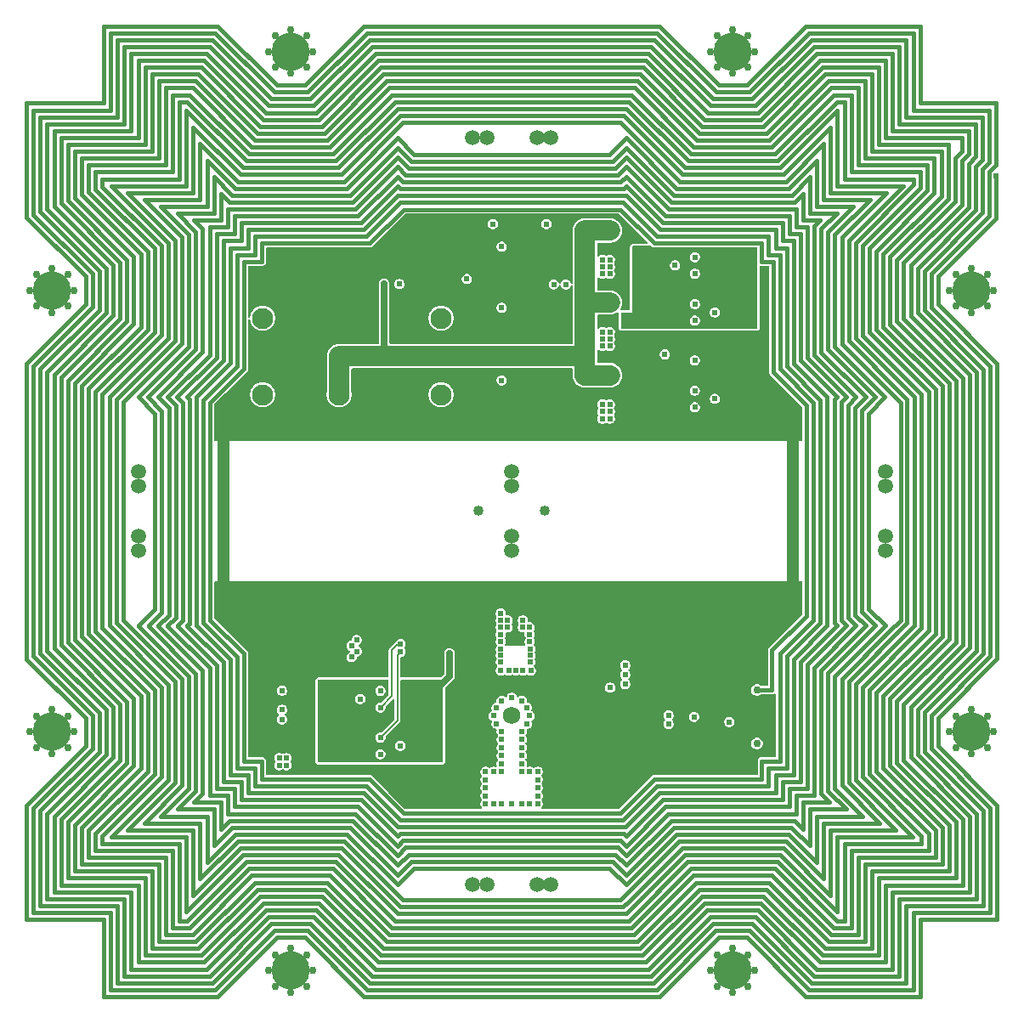
<source format=gbr>
%TF.GenerationSoftware,KiCad,Pcbnew,9.0.1*%
%TF.CreationDate,2025-06-25T17:25:53-04:00*%
%TF.ProjectId,-Z,2d5a2e6b-6963-4616-945f-706362585858,rev?*%
%TF.SameCoordinates,Original*%
%TF.FileFunction,Copper,L3,Inr*%
%TF.FilePolarity,Positive*%
%FSLAX46Y46*%
G04 Gerber Fmt 4.6, Leading zero omitted, Abs format (unit mm)*
G04 Created by KiCad (PCBNEW 9.0.1) date 2025-06-25 17:25:53*
%MOMM*%
%LPD*%
G01*
G04 APERTURE LIST*
%TA.AperFunction,ComponentPad*%
%ADD10C,0.762000*%
%TD*%
%TA.AperFunction,ComponentPad*%
%ADD11C,3.800000*%
%TD*%
%TA.AperFunction,ComponentPad*%
%ADD12C,1.500000*%
%TD*%
%TA.AperFunction,ComponentPad*%
%ADD13C,1.727200*%
%TD*%
%TA.AperFunction,ComponentPad*%
%ADD14C,2.100000*%
%TD*%
%TA.AperFunction,ViaPad*%
%ADD15C,0.609600*%
%TD*%
%TA.AperFunction,ViaPad*%
%ADD16C,1.016000*%
%TD*%
%TA.AperFunction,ViaPad*%
%ADD17C,0.762000*%
%TD*%
%TA.AperFunction,Conductor*%
%ADD18C,0.203200*%
%TD*%
%TA.AperFunction,Conductor*%
%ADD19C,0.635000*%
%TD*%
%TA.AperFunction,Conductor*%
%ADD20C,2.032000*%
%TD*%
%TA.AperFunction,Conductor*%
%ADD21C,1.143000*%
%TD*%
%TA.AperFunction,Conductor*%
%ADD22C,0.411480*%
%TD*%
G04 APERTURE END LIST*
D10*
%TO.N,GND*%
%TO.C,H2*%
X144200001Y-145800000D03*
X143555751Y-147355750D03*
X143555751Y-144244250D03*
X142000001Y-148000000D03*
D11*
X142000001Y-145800000D03*
D10*
X142000001Y-143600000D03*
X140444251Y-147355750D03*
X140444251Y-144244250D03*
X139800001Y-145800000D03*
%TD*%
D12*
%TO.N,/Burn Wires/VBURN3*%
%TO.C,JP5*%
X164000001Y-96100000D03*
X164000001Y-97499999D03*
%TO.N,Net-(JP5-B)*%
X164000001Y-102499999D03*
X164000001Y-103899998D03*
%TD*%
D10*
%TO.N,GND*%
%TO.C,H8*%
X212000000Y-121999999D03*
X211355750Y-123555749D03*
X211355750Y-120444249D03*
X209800000Y-124199999D03*
D11*
X209800000Y-121999999D03*
D10*
X209800000Y-119799999D03*
X208244250Y-123555749D03*
X208244250Y-120444249D03*
X207600000Y-121999999D03*
%TD*%
%TO.N,GND*%
%TO.C,H5*%
X144200001Y-54200000D03*
X143555751Y-55755750D03*
X143555751Y-52644250D03*
X142000001Y-56400000D03*
D11*
X142000001Y-54200000D03*
D10*
X142000001Y-52000000D03*
X140444251Y-55755750D03*
X140444251Y-52644250D03*
X139800001Y-54200000D03*
%TD*%
%TO.N,GND*%
%TO.C,H7*%
X212000000Y-78000000D03*
X211355750Y-79555750D03*
X211355750Y-76444250D03*
X209800000Y-80200000D03*
D11*
X209800000Y-78000000D03*
D10*
X209800000Y-75800000D03*
X208244250Y-79555750D03*
X208244250Y-76444250D03*
X207600000Y-78000000D03*
%TD*%
D13*
%TO.N,/Interfaces/GPS*%
%TO.C,AE3*%
X164000000Y-120400000D03*
%TD*%
D12*
%TO.N,/Burn Wires/VBURN1*%
%TO.C,JP1*%
X167900000Y-62789000D03*
X166500001Y-62789000D03*
%TO.N,Net-(JP1-B)*%
X161500001Y-62789000D03*
X160100002Y-62789000D03*
%TD*%
D10*
%TO.N,GND*%
%TO.C,H4*%
X120400001Y-78000000D03*
X119755751Y-79555750D03*
X119755751Y-76444250D03*
X118200001Y-80200000D03*
D11*
X118200001Y-78000000D03*
D10*
X118200001Y-75800000D03*
X116644251Y-79555750D03*
X116644251Y-76444250D03*
X116000001Y-78000000D03*
%TD*%
%TO.N,GND*%
%TO.C,H3*%
X120400001Y-121999999D03*
X119755751Y-123555749D03*
X119755751Y-120444249D03*
X118200001Y-124199999D03*
D11*
X118200001Y-121999999D03*
D10*
X118200001Y-119799999D03*
X116644251Y-123555749D03*
X116644251Y-120444249D03*
X116000001Y-121999999D03*
%TD*%
D12*
%TO.N,Net-(JP3-B)*%
%TO.C,JP4*%
X126789000Y-103899999D03*
X126789000Y-102500000D03*
%TO.N,Net-(JP4-B)*%
X126789000Y-97500000D03*
X126789000Y-96100001D03*
%TD*%
D10*
%TO.N,GND*%
%TO.C,H1*%
X188200000Y-145800000D03*
X187555750Y-147355750D03*
X187555750Y-144244250D03*
X186000000Y-148000000D03*
D11*
X186000000Y-145800000D03*
D10*
X186000000Y-143600000D03*
X184444250Y-147355750D03*
X184444250Y-144244250D03*
X183800000Y-145800000D03*
%TD*%
%TO.N,GND*%
%TO.C,H6*%
X188200000Y-54200000D03*
X187555750Y-55755750D03*
X187555750Y-52644250D03*
X186000000Y-56400000D03*
D11*
X186000000Y-54200000D03*
D10*
X186000000Y-52000000D03*
X184444250Y-55755750D03*
X184444250Y-52644250D03*
X183800000Y-54200000D03*
%TD*%
D14*
%TO.N,/Burn Wires/VBURN_A_IN*%
%TO.C,U2*%
X146793600Y-88417600D03*
%TO.N,GND*%
X139173600Y-80797600D03*
%TO.N,VBATT*%
X139173600Y-88417600D03*
X156953600Y-88417600D03*
%TO.N,Net-(D1-A)*%
X156953600Y-80797600D03*
%TD*%
D12*
%TO.N,/Burn Wires/VBURN2*%
%TO.C,JP3*%
X201211001Y-97500000D03*
X201211001Y-96100001D03*
%TO.N,Net-(JP3-B)*%
X201211001Y-103899999D03*
X201211001Y-102500000D03*
%TD*%
%TO.N,Net-(JP1-B)*%
%TO.C,JP2*%
X161500001Y-137211000D03*
X160100002Y-137211000D03*
%TO.N,Net-(JP2-B)*%
X167900000Y-137211000D03*
X166500001Y-137211000D03*
%TD*%
D15*
%TO.N,GND*%
X161400000Y-128372600D03*
X165100000Y-110900000D03*
X162900000Y-113000000D03*
X163600000Y-111600000D03*
X162200000Y-125972600D03*
X162200000Y-129172600D03*
X165100000Y-115900000D03*
X165000001Y-125972600D03*
X185670201Y-121018798D03*
X165800000Y-125972600D03*
X165500000Y-121200000D03*
X162500000Y-119600000D03*
X163000001Y-121968599D03*
X166600000Y-126772600D03*
X166600000Y-128372600D03*
X164400000Y-115900000D03*
X163000001Y-125171799D03*
X152888399Y-123395400D03*
X163000001Y-125972600D03*
X165000001Y-122769399D03*
X162900000Y-110900000D03*
X164000000Y-118600000D03*
X162925001Y-113756200D03*
X184243801Y-80213400D03*
X165100000Y-111600000D03*
X163000000Y-118900000D03*
X165000001Y-124370999D03*
X165000000Y-118900000D03*
X162900000Y-111600000D03*
X164000000Y-129172600D03*
X161400000Y-125972600D03*
X163600000Y-110900000D03*
X165875001Y-114391200D03*
X165875001Y-115026200D03*
X163000001Y-122769399D03*
X148920200Y-118719600D03*
X165800000Y-112300000D03*
X165800000Y-111600000D03*
X162925001Y-114391200D03*
X165000001Y-121968599D03*
X162200000Y-120400000D03*
X163000001Y-123570199D03*
X166600000Y-127572600D03*
X162925001Y-115026200D03*
X165000001Y-125171799D03*
X161400000Y-127572600D03*
X162900000Y-115900000D03*
X163000000Y-129172600D03*
X162500000Y-121200000D03*
X162900000Y-110200000D03*
X166600000Y-125972600D03*
X165500000Y-119600000D03*
X165000000Y-129172600D03*
X179265400Y-84379000D03*
X165800000Y-120400000D03*
X165000001Y-123570199D03*
X182165000Y-120497799D03*
X163000001Y-124370999D03*
X161400000Y-129172600D03*
X161400000Y-126772600D03*
X165875001Y-113756200D03*
X165900000Y-115900000D03*
X162900000Y-112300000D03*
X163703000Y-115900000D03*
X165800000Y-113000000D03*
X184228800Y-88820999D03*
X165800000Y-129172600D03*
X180281401Y-75514399D03*
X166600000Y-129172600D03*
D16*
%TO.N,Net-(AE1-Pad1)*%
X167300000Y-100000000D03*
%TO.N,Net-(AE2-Pad1)*%
X160700000Y-99999999D03*
D15*
%TO.N,BURN_RELAY_A*%
X148556800Y-112852399D03*
X152798600Y-77380800D03*
%TO.N,SDA*%
X182237201Y-89661200D03*
X182252200Y-74699600D03*
X141114601Y-119796799D03*
X150917600Y-124230600D03*
%TO.N,SCL*%
X150917599Y-117907000D03*
X182252201Y-81023200D03*
X141114601Y-117896800D03*
%TO.N,/Burn Wires/VBURN1*%
X173042401Y-74955600D03*
X173779001Y-74955600D03*
X173779000Y-76378000D03*
X173779001Y-75666799D03*
X173042400Y-76378000D03*
X173042401Y-75666799D03*
%TO.N,/Burn Wires/VBURN2*%
X173042400Y-83566200D03*
X173779001Y-82143800D03*
X173779000Y-83566200D03*
X173042401Y-82143800D03*
X173779001Y-82854999D03*
X173042401Y-82854999D03*
%TO.N,/Burn Wires/VBURN3*%
X173042400Y-90805200D03*
X173042401Y-89382800D03*
X173779000Y-89382799D03*
X173779001Y-90093999D03*
X173779000Y-90805200D03*
X173042401Y-90093999D03*
%TO.N,SCL_M*%
X182237200Y-84987599D03*
X179625001Y-120370803D03*
%TO.N,SDA_M*%
X182237200Y-88011199D03*
X179625001Y-121209000D03*
%TO.N,SCL_IO*%
X150926600Y-119565999D03*
X152925600Y-113258796D03*
%TO.N,BURN_EN1*%
X162984001Y-73660200D03*
X148048800Y-114554200D03*
%TO.N,BURN_EN2*%
X162984001Y-79743000D03*
X148559567Y-113977544D03*
%TO.N,SDA_IO*%
X152925600Y-114020800D03*
X150917599Y-122580599D03*
%TO.N,BURN_EN3*%
X148044222Y-113416236D03*
X162984001Y-86982000D03*
%TO.N,/Light Sensor/LS_3V3*%
X182262601Y-77861400D03*
X187687802Y-74699600D03*
X187750800Y-77861400D03*
X176753600Y-77861399D03*
X159529601Y-76885999D03*
X176816600Y-81023200D03*
X175353801Y-80985701D03*
%TO.N,COIL_DRIVER_EN*%
X141114601Y-120751799D03*
X173812200Y-117589800D03*
%TO.N,/GPIO Expander/GE_3V3*%
X145418999Y-121068800D03*
X157802401Y-114173301D03*
X156416200Y-121068800D03*
X156353200Y-117907000D03*
X150907199Y-121068799D03*
X145482000Y-124230600D03*
%TO.N,/Burn Wires/VBURN_A_IN*%
X151300001Y-77355399D03*
X173779001Y-71348799D03*
X173779000Y-78511599D03*
X173779000Y-87173000D03*
X173779000Y-72771199D03*
X173779001Y-79222800D03*
X173779000Y-79934000D03*
X173042401Y-71348799D03*
X173779001Y-86461800D03*
X173042401Y-86461800D03*
X173042400Y-72060000D03*
X173042401Y-87172999D03*
X173042401Y-79933999D03*
X173779000Y-72060000D03*
X173042400Y-78511599D03*
X173042401Y-72771200D03*
X173779000Y-85750600D03*
X173042400Y-85750600D03*
X173042401Y-79222800D03*
%TO.N,3V3_P*%
X175353801Y-79410698D03*
X138398801Y-122359991D03*
X180945800Y-125590000D03*
X138398801Y-121359989D03*
X177085200Y-121234401D03*
X181340000Y-116992600D03*
X176738601Y-86499399D03*
X140873001Y-121869400D03*
X157802401Y-112598298D03*
X187735801Y-86499399D03*
X143389601Y-118846800D03*
X176801600Y-89661200D03*
X182247600Y-86499399D03*
%TO.N,VBATT_M*%
X175308401Y-116306800D03*
X175308400Y-115375902D03*
X140835201Y-124612600D03*
X175308401Y-117246600D03*
X141546400Y-125323799D03*
X141546400Y-124612600D03*
X140835201Y-125323799D03*
%TO.N,/Light Sensor/I2C Protection/DEVICE*%
X182252201Y-76349600D03*
X169384801Y-77419400D03*
%TO.N,/Light Sensor/I2C Protection1/DEVICE*%
X182252201Y-79373200D03*
X168191001Y-77419400D03*
%TO.N,/Light Sensor/ADDR*%
X162118879Y-71401124D03*
X167454400Y-71399599D03*
D17*
%TO.N,/Coil Driver/coil*%
X188438800Y-123164801D03*
X188438801Y-117830802D03*
D15*
X212285401Y-66599000D03*
%TD*%
D18*
%TO.N,SCL_IO*%
X152036600Y-118455999D02*
X150926600Y-119565999D01*
X152646203Y-113258797D02*
X152036601Y-113868399D01*
X152925600Y-113258796D02*
X152646203Y-113258797D01*
X152036601Y-113868399D02*
X152036600Y-118455999D01*
%TO.N,SDA_IO*%
X152620801Y-120877398D02*
X150917599Y-122580599D01*
X152925600Y-114020800D02*
X152620801Y-114325600D01*
X152620801Y-114325600D02*
X152620801Y-120877398D01*
D19*
%TO.N,/GPIO Expander/GE_3V3*%
X157802401Y-116457799D02*
X156364698Y-117895502D01*
X156364698Y-117895502D02*
X156341702Y-117895501D01*
X156341702Y-117895501D02*
X156353200Y-117907000D01*
X157802401Y-114173301D02*
X157802401Y-116457799D01*
D20*
%TO.N,/Burn Wires/VBURN_A_IN*%
X171290800Y-84302800D02*
X171290800Y-86461799D01*
X171290800Y-79146600D02*
X171290800Y-84302800D01*
X146793601Y-84556800D02*
X146793601Y-88417600D01*
X171367000Y-79222800D02*
X173779001Y-79222800D01*
X173779000Y-72060000D02*
X171290800Y-72060000D01*
D19*
X151300001Y-77355399D02*
X151300001Y-84556800D01*
D20*
X171290800Y-84302800D02*
X171036801Y-84556800D01*
X171290800Y-79146600D02*
X171367000Y-79222800D01*
X171290800Y-72060000D02*
X171290800Y-79146600D01*
X171036801Y-84556800D02*
X151300001Y-84556800D01*
X151300001Y-84556800D02*
X146793601Y-84556800D01*
X171290800Y-86461799D02*
X173779001Y-86461800D01*
D21*
%TO.N,3V3_P*%
X135300000Y-92500000D02*
X135300000Y-107700000D01*
X192000000Y-92400000D02*
X192000000Y-107600000D01*
D22*
%TO.N,/Coil Driver/coil*%
X175417299Y-64741000D02*
X179887700Y-69211399D01*
X149814100Y-126716998D02*
X139120699Y-126717000D01*
X206481500Y-76628198D02*
X212285401Y-70824297D01*
X175417299Y-62810598D02*
X180446501Y-67839800D01*
X134447101Y-52345799D02*
X124033101Y-52345798D01*
X176788899Y-56460599D02*
X174439400Y-56460600D01*
X206202100Y-112213599D02*
X206202100Y-111379200D01*
X132211900Y-57832199D02*
X129519500Y-57832199D01*
X123601299Y-80234999D02*
X117708500Y-86127799D01*
X175087100Y-130780999D02*
X152912899Y-130781000D01*
X190479500Y-134946599D02*
X196372300Y-140839399D01*
X182961099Y-61667600D02*
X177068300Y-55774798D01*
X127462100Y-136572198D02*
X127462101Y-144268399D01*
X178770099Y-71954600D02*
X190276299Y-71954600D01*
X174020300Y-134895799D02*
X153979700Y-134895799D01*
X139222299Y-139061400D02*
X144784900Y-139061399D01*
X174807701Y-130095199D02*
X153192300Y-130095199D01*
X175417299Y-67636599D02*
X179049500Y-71268799D01*
X146461299Y-65096598D02*
X137545901Y-65096598D01*
X126776300Y-55088998D02*
X126776299Y-62759798D01*
X177042900Y-144268399D02*
X182935699Y-138375599D01*
X129697300Y-88616999D02*
X133888299Y-84425999D01*
X121823300Y-89027199D02*
X121823301Y-89027200D01*
X137317299Y-75129600D02*
X139120699Y-75129599D01*
X124033101Y-52345798D02*
X124033100Y-60041999D01*
X131576900Y-132457398D02*
X131576900Y-139950398D01*
X175391899Y-137232599D02*
X173740900Y-135581599D01*
X121137500Y-131542998D02*
X121137499Y-135200600D01*
X210316900Y-130145999D02*
X204424100Y-124253198D01*
X182097499Y-136318200D02*
X189920699Y-136318200D01*
X136707700Y-67153999D02*
X147299500Y-67153999D01*
X198988500Y-130399998D02*
X194391100Y-130399999D01*
X175391899Y-63775798D02*
X175417299Y-63775799D01*
X199267899Y-111426199D02*
X194822900Y-115871198D01*
X204669174Y-140681536D02*
X212369235Y-140681535D01*
X203306500Y-60727798D02*
X203306500Y-53031599D01*
X127385899Y-131085800D02*
X132948499Y-131085799D01*
X189590500Y-72640399D02*
X189590500Y-74443798D01*
X195762700Y-131771599D02*
X195762700Y-138299399D01*
X152883699Y-60604599D02*
X147020100Y-66468199D01*
X211688499Y-114448800D02*
X211688499Y-85594398D01*
X128757499Y-111426199D02*
X129824299Y-110359399D01*
X175391899Y-67636600D02*
X175417299Y-67636599D01*
X125404700Y-138629598D02*
X125404701Y-146325799D01*
X121823299Y-112239000D02*
X127716099Y-118131800D01*
X203306500Y-139315399D02*
X211002700Y-139315398D01*
X194060899Y-110842000D02*
X190708100Y-114194799D01*
X152608099Y-59914999D02*
X146740699Y-65782399D01*
X127385900Y-68957398D02*
X132948499Y-68957399D01*
X196372300Y-70328999D02*
X194822900Y-71878399D01*
X123349304Y-59361662D02*
X115649302Y-59361662D01*
X133888299Y-146325800D02*
X139781100Y-140432999D01*
X131830899Y-72437198D02*
X129036900Y-69643198D01*
X128732099Y-88617000D02*
X133202499Y-84146600D01*
X197337500Y-111426200D02*
X193451300Y-115312398D01*
X138384100Y-137003999D02*
X145623100Y-137003999D01*
X189641300Y-63039198D02*
X182402300Y-63039198D01*
X175391899Y-132406598D02*
X175137901Y-132152600D01*
X201198300Y-111426199D02*
X196194499Y-116429999D01*
X183215100Y-139061399D02*
X188803100Y-139061400D01*
X124604601Y-88883698D02*
X124604601Y-111159500D01*
X204093900Y-111426199D02*
X204093900Y-88616999D01*
X139501700Y-139747199D02*
X144505499Y-139747198D01*
X122229701Y-79676199D02*
X116336899Y-85568999D01*
X203395401Y-88883700D02*
X203395401Y-111159498D01*
X193019499Y-129028399D02*
X193019499Y-131695398D01*
X212272699Y-65528400D02*
X212272701Y-59361662D01*
X150677700Y-144954199D02*
X154271800Y-144954199D01*
X129519500Y-65528399D02*
X121823299Y-65528400D01*
X174829300Y-138760399D02*
X180700499Y-132889200D01*
X196194499Y-127606000D02*
X198988500Y-130399998D01*
X191393900Y-85568998D02*
X194746700Y-88921798D01*
X211586901Y-70557599D02*
X211586900Y-66214199D01*
X138434900Y-125599399D02*
X136631500Y-125599399D01*
X143667300Y-58238598D02*
X140339900Y-58238598D01*
X127792299Y-111426200D02*
X129138499Y-110080000D01*
X212369235Y-129315434D02*
X206481500Y-123427698D01*
X208843699Y-62785199D02*
X201249100Y-62785199D01*
X133888299Y-71700600D02*
X135691700Y-71700599D01*
X153141500Y-132838399D02*
X152608099Y-133371798D01*
X122229700Y-123694399D02*
X116336900Y-129587199D01*
X129036900Y-69643198D02*
X133634300Y-69643199D01*
X116336899Y-85568999D02*
X116336899Y-114474199D01*
X131653100Y-111451599D02*
X131653101Y-111426200D01*
X192079699Y-114753599D02*
X192079699Y-126285198D01*
X202366699Y-118944599D02*
X208259500Y-113051799D01*
X195534100Y-142896799D02*
X199191700Y-142896799D01*
X181818100Y-135632399D02*
X190200100Y-135632399D01*
X131653101Y-111426200D02*
X131881699Y-111197600D01*
X153700299Y-65833198D02*
X174299700Y-65833199D01*
X125658699Y-118969998D02*
X125658699Y-125091399D01*
X199191700Y-57146399D02*
X195534100Y-57146398D01*
X153420900Y-66518999D02*
X174579099Y-66519000D01*
X136707700Y-132889198D02*
X147299500Y-132889199D01*
X152544601Y-57146398D02*
X152544601Y-57146399D01*
X133888299Y-128342598D02*
X133888299Y-115617199D01*
X137545901Y-65096598D02*
X131653101Y-59203799D01*
X194746700Y-111121399D02*
X191393899Y-114474200D01*
X152074701Y-141525199D02*
X175925301Y-141525199D01*
X201680899Y-74672400D02*
X207472100Y-68881200D01*
X135005900Y-131695399D02*
X135005899Y-129028399D01*
X129138500Y-90013999D02*
X127766899Y-88642400D01*
X173740900Y-64461598D02*
X175391899Y-62810599D01*
X212369235Y-85309935D02*
X206481500Y-79422199D01*
X127030300Y-118411198D02*
X127030300Y-125650198D01*
X125734900Y-68271599D02*
X130459300Y-72995999D01*
X202976300Y-67585799D02*
X196448500Y-67585798D01*
X137749100Y-73757999D02*
X137749100Y-71954599D01*
X147858300Y-131517599D02*
X136148900Y-131517599D01*
X137063299Y-71268798D02*
X148975901Y-71268798D01*
X124871299Y-88617000D02*
X124604601Y-88883698D01*
X198251899Y-82774998D02*
X198251899Y-73275399D01*
X202290500Y-131771600D02*
X195762700Y-131771599D01*
X203738299Y-124532600D02*
X203738300Y-119503398D01*
X134320100Y-66696798D02*
X136148900Y-68525599D01*
X125734899Y-131771600D02*
X132262700Y-131771599D01*
X135259900Y-84984799D02*
X135259899Y-73072200D01*
X131932500Y-141525200D02*
X137825301Y-135632399D01*
X189933401Y-117830801D02*
X188438801Y-117830802D01*
X194975301Y-55774799D02*
X189082500Y-61667600D01*
X124718899Y-139315399D02*
X124718900Y-147011599D01*
X153188498Y-61265000D02*
X174836901Y-61265000D01*
X174820400Y-142210999D02*
X176204700Y-142210999D01*
X130459300Y-117014198D02*
X130459300Y-127047199D01*
X123194900Y-66899998D02*
X123194900Y-67661999D01*
X191393899Y-114474200D02*
X191393900Y-125599399D01*
X203306501Y-147011599D02*
X203306500Y-139315399D01*
X119765900Y-86965999D02*
X119765900Y-113077199D01*
X115649303Y-85304096D02*
X115649302Y-114739103D01*
X200309299Y-125929600D02*
X200309299Y-118106398D01*
X145902499Y-136318200D02*
X151795299Y-142211000D01*
X135005899Y-71014799D02*
X135005899Y-68347800D01*
X178185900Y-53031599D02*
X149839499Y-53031600D01*
X126776300Y-144954199D02*
X133329500Y-144954199D01*
X204830501Y-132381198D02*
X198937700Y-126488398D01*
X128147901Y-56460599D02*
X128147900Y-64156799D01*
X195813500Y-142210999D02*
X198505899Y-142211000D01*
X187406100Y-57552799D02*
X184637500Y-57552799D01*
X204424100Y-119782798D02*
X210316900Y-113889999D01*
X198937700Y-73554799D02*
X204728899Y-67763600D01*
X203992301Y-52345798D02*
X193578301Y-52345798D01*
X190708100Y-114194799D02*
X190708101Y-124913600D01*
X208157900Y-69160598D02*
X208157900Y-64817199D01*
X205109900Y-79980999D02*
X205109899Y-76069400D01*
X193375099Y-110426701D02*
X189933401Y-113868399D01*
X189933401Y-113868399D02*
X189933401Y-117830801D01*
X194137099Y-71599000D02*
X194137099Y-84451400D01*
X198937700Y-126488398D02*
X198937700Y-117547599D01*
X117022700Y-114194799D02*
X122915500Y-120087599D01*
X130205301Y-141525199D02*
X131932500Y-141525200D01*
X183240500Y-60981799D02*
X177347700Y-55088999D01*
X183494500Y-139747198D02*
X188523700Y-139747199D01*
X194391100Y-130399999D02*
X194391100Y-134997398D01*
X128401900Y-73834199D02*
X128401900Y-82190799D01*
X195254699Y-56460600D02*
X189361899Y-62353400D01*
X129824299Y-110359399D02*
X129824299Y-89734599D01*
X132948500Y-63394798D02*
X136707700Y-67153999D01*
X206202100Y-111379200D02*
X206202100Y-111379199D01*
X199877499Y-56460600D02*
X195254699Y-56460600D01*
X211586900Y-60041998D02*
X203992300Y-60041999D01*
X202366699Y-74951799D02*
X208157900Y-69160598D01*
X189361899Y-62353400D02*
X182681699Y-62353399D01*
X209529500Y-64410799D02*
X209529501Y-62099399D01*
X196194499Y-83613199D02*
X201172900Y-88591599D01*
X152633499Y-131466798D02*
X149255300Y-128088599D01*
X133939099Y-110841998D02*
X133939099Y-89201200D01*
X195762700Y-138299399D02*
X191038299Y-133574998D01*
X192333700Y-130145998D02*
X179582899Y-130145998D01*
X120451699Y-87245399D02*
X120451699Y-112797799D01*
X204728900Y-66214199D02*
X197820100Y-66214198D01*
X204830501Y-111654798D02*
X204830499Y-111197600D01*
X208259500Y-86991399D02*
X202366699Y-81098599D01*
X152862099Y-132152599D02*
X152608099Y-132406599D01*
X190758900Y-134260799D02*
X196448500Y-139950399D01*
X146181901Y-64410798D02*
X137825300Y-64410799D01*
X189920699Y-63725000D02*
X182122901Y-63724999D01*
X190962099Y-128774400D02*
X179024099Y-128774400D01*
X198175700Y-89709199D02*
X198175700Y-110333999D01*
X152354101Y-140839399D02*
X152862100Y-140839399D01*
X131195900Y-110918199D02*
X131195900Y-89175799D01*
X137825301Y-135632399D02*
X146181900Y-135632399D01*
X198302699Y-88617000D02*
X197489899Y-89429800D01*
X152608100Y-140128200D02*
X175391899Y-140128200D01*
X121823299Y-65528400D02*
X121823300Y-68220799D01*
X175137901Y-67890600D02*
X175391899Y-67636600D01*
X152608099Y-66671400D02*
X153141501Y-67204798D01*
X177068300Y-55774798D02*
X153636801Y-55774799D01*
X190200100Y-135632399D02*
X196092900Y-141525199D01*
X196372299Y-111426200D02*
X192765500Y-115032997D01*
X181538700Y-134946599D02*
X190479500Y-134946599D01*
X197134300Y-59203799D02*
X196372299Y-59203800D01*
X133329500Y-55088998D02*
X126776300Y-55088998D01*
X123906099Y-88616999D02*
X123906099Y-111426199D01*
X149534700Y-72640399D02*
X152912900Y-69262199D01*
X198937700Y-82495598D02*
X198937700Y-73554799D01*
X178465300Y-127402798D02*
X175087100Y-130780999D01*
X174261601Y-144268399D02*
X177042900Y-144268399D01*
X151236499Y-143582600D02*
X153979699Y-143582599D01*
X145343699Y-137689799D02*
X151236499Y-143582600D01*
X193857700Y-53031599D02*
X187964899Y-58924400D01*
X137063299Y-73072199D02*
X137063299Y-71268798D01*
X187685500Y-58238599D02*
X184358100Y-58238599D01*
X197820100Y-133828999D02*
X205516300Y-133828999D01*
X123194900Y-132381199D02*
X123194899Y-133143200D01*
X175391899Y-65706200D02*
X175417299Y-65706199D01*
X206887899Y-87550199D02*
X200995100Y-81657399D01*
X188244300Y-59610198D02*
X183799299Y-59610199D01*
X119080100Y-86686598D02*
X119080100Y-110083800D01*
X205109900Y-123973798D02*
X205109900Y-120062198D01*
X124972899Y-124812000D02*
X119080100Y-130704799D01*
X199623500Y-117827000D02*
X205516299Y-111934200D01*
X130662501Y-88617000D02*
X134574100Y-84705399D01*
X154271800Y-144954199D02*
X177322300Y-144954199D01*
X190276300Y-73757998D02*
X191393899Y-73758000D01*
X197566099Y-83054400D02*
X197566099Y-72996000D01*
X130510100Y-89455199D02*
X129697300Y-88642400D01*
X196804100Y-89150399D02*
X196804100Y-110892799D01*
X124033101Y-147697399D02*
X134447101Y-147697399D01*
X124083901Y-132457398D02*
X131576900Y-132457398D01*
X177347700Y-55088999D02*
X153662201Y-55088999D01*
X200995100Y-125650199D02*
X200995100Y-118385798D01*
X147858300Y-68525599D02*
X152608099Y-63775799D01*
X139120699Y-126717000D02*
X139120699Y-124913599D01*
X206202100Y-131822399D02*
X200309299Y-125929600D01*
X198505899Y-142211000D02*
X198505900Y-134514800D01*
X194975300Y-144268399D02*
X200563299Y-144268400D01*
X139501699Y-60296000D02*
X133608899Y-54403200D01*
X124287100Y-80514399D02*
X118394299Y-86407200D01*
X199877500Y-64156798D02*
X199877499Y-56460600D01*
X194391100Y-65071199D02*
X194391100Y-69643198D01*
X204708965Y-59361662D02*
X204669174Y-59321875D01*
X152891299Y-139446200D02*
X175108699Y-139446200D01*
X195813500Y-57832199D02*
X189920699Y-63725000D01*
X152608099Y-136267399D02*
X147858300Y-131517599D01*
X208157900Y-64817199D02*
X208843700Y-64131399D01*
X138663500Y-137689799D02*
X145343699Y-137689799D01*
X175671299Y-59203800D02*
X152354100Y-59203799D01*
X184612100Y-142490399D02*
X187406100Y-142490399D01*
X175366500Y-131466799D02*
X152633499Y-131466798D01*
X175925301Y-141525199D02*
X181818100Y-135632399D01*
X194137099Y-53717398D02*
X188244300Y-59610198D01*
X199623500Y-73834198D02*
X205414700Y-68042999D01*
X176484099Y-142896799D02*
X182376900Y-137003999D01*
X179862300Y-130831798D02*
X175391899Y-135302199D01*
X135005899Y-68347800D02*
X135869501Y-69211399D01*
X183519901Y-60295998D02*
X177627099Y-54403200D01*
X125184350Y-111739249D02*
X130459300Y-117014198D01*
X144784901Y-60981798D02*
X139222299Y-60981798D01*
X149560099Y-147697399D02*
X178439900Y-147697400D01*
X132338901Y-71014798D02*
X135005899Y-71014799D01*
X129773499Y-117293599D02*
X129773499Y-126767799D01*
X138434900Y-72640399D02*
X149534700Y-72640399D01*
X184637500Y-57552799D02*
X178746364Y-51661663D01*
X121823301Y-89027200D02*
X121823301Y-110845800D01*
X199623500Y-82216198D02*
X199623500Y-73834198D01*
X188904699Y-75129599D02*
X190022299Y-75129600D01*
X196880300Y-72716598D02*
X201325299Y-68271599D01*
X137063299Y-128774400D02*
X137063299Y-126970999D01*
X153700299Y-134210000D02*
X152608099Y-135302200D01*
X129087700Y-73554799D02*
X129087700Y-82470198D01*
X207472100Y-68881200D02*
X207472100Y-63471000D01*
X133050100Y-55774799D02*
X127462100Y-55774799D01*
X151515900Y-57146400D02*
X145623100Y-63039199D01*
X126344499Y-81352600D02*
X120451699Y-87245399D01*
X118394299Y-86407200D02*
X118394299Y-113635998D01*
X197489899Y-110613398D02*
X198302699Y-111426200D01*
X144226100Y-59610199D02*
X139781100Y-59610199D01*
X196372300Y-140839399D02*
X197134300Y-140839399D01*
X196880300Y-127326599D02*
X196880300Y-116709399D01*
X174299700Y-65833199D02*
X175391899Y-64740999D01*
X153662201Y-55088999D02*
X150677700Y-55088998D01*
X115649302Y-59361662D02*
X115649302Y-70733601D01*
X134167699Y-53031600D02*
X124718900Y-53031598D01*
X117022700Y-85848399D02*
X117022700Y-114194799D01*
X174858500Y-132838399D02*
X153141500Y-132838399D01*
X190682700Y-74443798D02*
X190708101Y-74469199D01*
X149255300Y-128088599D02*
X137749100Y-128088599D01*
X196092900Y-141525199D02*
X197820099Y-141525200D01*
X209631099Y-86432599D02*
X203738300Y-80539800D01*
X123349304Y-148381534D02*
X134728163Y-148381534D01*
X189590500Y-125624798D02*
X189590500Y-127402798D01*
X211688499Y-85594398D02*
X205795700Y-79701599D01*
X149839499Y-53031600D02*
X143946700Y-58924399D01*
X139120699Y-73326198D02*
X149814100Y-73326199D01*
X194416499Y-54403199D02*
X188523700Y-60295998D01*
X129519500Y-57832199D02*
X129519500Y-65528399D01*
X124287100Y-124532599D02*
X118394299Y-130425399D01*
X207573699Y-87270800D02*
X201680899Y-81378000D01*
X140339900Y-58238598D02*
X134447101Y-52345799D01*
X153979699Y-143582599D02*
X153979700Y-143582600D01*
X118394299Y-130425399D02*
X118394300Y-137943799D01*
X200309299Y-74113600D02*
X206100500Y-68322399D01*
X152608099Y-67636599D02*
X152862100Y-67890600D01*
X206887899Y-112492999D02*
X206887899Y-89459001D01*
X206481500Y-123427698D02*
X206481500Y-120620999D01*
X179608299Y-69897199D02*
X192333699Y-69897200D01*
X119080100Y-110083800D02*
X119080100Y-113356599D01*
X134320100Y-70328999D02*
X134320100Y-66696798D01*
X129087700Y-82470198D02*
X123194900Y-88362999D01*
X132948499Y-68957399D02*
X132948500Y-63394798D01*
X148696499Y-70583000D02*
X152608099Y-66671400D01*
X194822900Y-115871198D02*
X194822900Y-128164798D01*
X152862100Y-140839399D02*
X152862101Y-140839399D01*
X184078700Y-58924399D02*
X178185900Y-53031599D01*
X200309299Y-81936800D02*
X200309299Y-74113600D01*
X144226100Y-140432999D02*
X150118900Y-146325799D01*
X204830499Y-88388400D02*
X198937700Y-82495598D01*
X121137500Y-68500199D02*
X127030300Y-74392999D01*
X175137901Y-132152600D02*
X152862099Y-132152599D01*
X187685501Y-141804599D02*
X193578299Y-147697400D01*
X204669175Y-148381535D02*
X204669174Y-140681536D01*
X134447101Y-147697399D02*
X140339900Y-141804599D01*
X127716099Y-125929600D02*
X121823299Y-131822400D01*
X189590500Y-74443798D02*
X190682700Y-74443798D01*
X152159150Y-137748850D02*
X153170700Y-138760400D01*
X204424100Y-75790000D02*
X210215301Y-69998799D01*
X119080100Y-130704799D02*
X119080100Y-137257999D01*
X190276299Y-71954600D02*
X190276300Y-73757998D01*
X203052500Y-75231199D02*
X208843699Y-69440000D01*
X122509100Y-133828999D02*
X130205300Y-133828999D01*
X191038299Y-66468200D02*
X181005300Y-66468199D01*
X131145100Y-116734800D02*
X131145100Y-127326599D01*
X149560099Y-52345799D02*
X143667300Y-58238598D01*
X126056849Y-88396649D02*
X131145100Y-83308398D01*
X129138499Y-110080000D02*
X129138500Y-90013999D01*
X177627099Y-54403200D02*
X150398301Y-54403200D01*
X132770701Y-143582600D02*
X138663500Y-137689799D01*
X199191700Y-64842599D02*
X199191700Y-57146399D01*
X133888299Y-84425999D02*
X133888299Y-71700600D01*
X178185900Y-126716999D02*
X174807701Y-130095199D01*
X196118300Y-88870998D02*
X196118300Y-111172200D01*
X132516700Y-83867198D02*
X132516700Y-72157798D01*
X211586900Y-65248998D02*
X211586900Y-60041998D01*
X135005899Y-129028399D02*
X132338901Y-129028399D01*
X140339900Y-141804599D02*
X143667300Y-141804599D01*
X202620700Y-53717399D02*
X194137099Y-53717398D01*
X125404701Y-146325799D02*
X133888299Y-146325800D01*
X205414700Y-68042999D02*
X205414700Y-65528400D01*
X152608099Y-132406599D02*
X148975900Y-128774399D01*
X196194499Y-72437198D02*
X196194499Y-83613199D01*
X193705300Y-133346398D02*
X191876501Y-131517599D01*
X202620699Y-146325800D02*
X202620700Y-138629600D01*
X200995100Y-81657399D02*
X200995100Y-74392998D01*
X135945700Y-126285198D02*
X135945700Y-114778998D01*
X210901100Y-70278199D02*
X210901099Y-65934799D01*
X132948499Y-136648399D02*
X136707700Y-132889198D01*
X123194900Y-67661999D02*
X129087700Y-73554799D01*
X152608099Y-64741000D02*
X153700299Y-65833198D01*
X153170700Y-138760400D02*
X174829300Y-138760399D01*
X138434900Y-127402799D02*
X138434900Y-125599399D01*
X204093900Y-88616999D02*
X198251899Y-82774998D01*
X133888299Y-115617199D02*
X129722700Y-111451599D01*
X132567500Y-111400799D02*
X132567501Y-88642400D01*
X174858500Y-67204799D02*
X175391899Y-66671399D01*
X133939099Y-89201200D02*
X137317300Y-85822999D01*
X204669174Y-59321875D02*
X204669174Y-51661664D01*
X193705300Y-66722199D02*
X193705300Y-70328998D01*
X179887700Y-69211399D02*
X192181299Y-69211398D01*
X124604601Y-111159500D02*
X125184350Y-111739249D01*
X136987100Y-66468200D02*
X132262700Y-61743797D01*
X197820099Y-58518000D02*
X196092900Y-58517999D01*
X187964899Y-58924400D02*
X184078700Y-58924399D01*
X192333699Y-69897200D02*
X192333700Y-71700598D01*
X193451300Y-115312398D02*
X193451300Y-127656799D01*
X180979900Y-133574999D02*
X175637650Y-138917249D01*
X202768650Y-88256949D02*
X203395401Y-88883700D01*
X196448500Y-132457399D02*
X203941500Y-132457399D01*
X131627700Y-88616999D02*
X135259900Y-84984799D01*
X153357401Y-56460598D02*
X151236499Y-56460600D01*
X136428299Y-67839800D02*
X147578899Y-67839800D01*
X194746700Y-88921798D02*
X194746700Y-111121399D01*
X179049500Y-71268799D02*
X190962099Y-71268798D01*
X116336899Y-60042000D02*
X116336899Y-70456000D01*
X127030300Y-125650198D02*
X121137500Y-131542998D01*
X175391899Y-66671399D02*
X175417299Y-66671400D01*
X129519500Y-142210999D02*
X132211899Y-142211000D01*
X196372299Y-88617000D02*
X196118300Y-88870998D01*
X203738300Y-80539800D02*
X203738300Y-75510599D01*
X202620700Y-138629600D02*
X210316900Y-138629599D01*
X173740900Y-135581599D02*
X154259100Y-135581599D01*
X205516300Y-88108999D02*
X199623500Y-82216198D01*
X134574100Y-115337799D02*
X130687901Y-111451600D01*
X203052500Y-80819198D02*
X203052500Y-75231199D01*
X127030300Y-81631999D02*
X121137500Y-87524799D01*
X115649302Y-114739103D02*
X121543899Y-120633700D01*
X177906500Y-53717399D02*
X150118900Y-53717398D01*
X133634300Y-65045798D02*
X136428299Y-67839800D01*
X195076900Y-136648399D02*
X195076900Y-131085799D01*
X190962099Y-71268798D02*
X190962099Y-73072199D01*
X176204700Y-142210999D02*
X182097499Y-136318200D01*
X119765900Y-113077199D02*
X125658699Y-118969998D01*
X119080100Y-113356599D02*
X124972900Y-119249399D01*
X146740699Y-65782399D02*
X137266500Y-65782400D01*
X148417099Y-69897199D02*
X152608099Y-65706199D01*
X132516700Y-72157798D02*
X130687901Y-70328999D01*
X210215300Y-61413598D02*
X202620700Y-61413598D01*
X178746364Y-51661663D02*
X149279036Y-51661663D01*
X210215301Y-64690199D02*
X210215300Y-61413598D01*
X152608099Y-65706199D02*
X153420900Y-66518999D01*
X131576900Y-67585799D02*
X124083900Y-67585799D01*
X204043100Y-66899999D02*
X197134300Y-66899999D01*
X153192300Y-69947999D02*
X174833099Y-69948000D01*
X198251899Y-73275399D02*
X204043100Y-67484199D01*
X189361901Y-137689798D02*
X195254699Y-143582600D01*
X208843700Y-65096599D02*
X209529500Y-64410799D01*
X209529500Y-69719399D02*
X209529501Y-65375999D01*
X201680899Y-118665200D02*
X207573699Y-112772398D01*
X125404700Y-53717399D02*
X125404700Y-61413599D01*
X130687901Y-111451600D02*
X130687900Y-111426199D01*
X127766899Y-88616999D02*
X132516700Y-83867198D01*
X191901901Y-68525599D02*
X193705300Y-66722199D01*
X206887899Y-89459001D02*
X206887901Y-89458999D01*
X195762700Y-61743799D02*
X191038299Y-66468200D01*
X126776299Y-62759798D02*
X126750899Y-62785198D01*
X133202500Y-71878398D02*
X132338901Y-71014798D01*
X136631500Y-85543598D02*
X136631500Y-74443798D01*
X117022700Y-60727798D02*
X117022700Y-70176599D01*
X148417099Y-130145999D02*
X135691700Y-130145999D01*
X123194900Y-88362999D02*
X123194900Y-88896399D01*
X197566099Y-72996000D02*
X202976300Y-67585799D01*
X152608099Y-62810598D02*
X154259100Y-64461598D01*
X128401900Y-126208998D02*
X122509099Y-132101799D01*
X182935699Y-138375599D02*
X189082500Y-138375600D01*
X124718899Y-60727799D02*
X117022700Y-60727798D01*
X194060900Y-89201199D02*
X194060899Y-110842000D01*
X191647900Y-129460198D02*
X179303501Y-129460199D01*
X126801699Y-88617000D02*
X131830899Y-83587798D01*
X132338901Y-129028399D02*
X133202500Y-128164800D01*
X191876501Y-131517599D02*
X180141700Y-131517599D01*
X134728163Y-148381534D02*
X140619299Y-142490400D01*
X116336900Y-140001199D02*
X124033100Y-140001199D01*
X122915499Y-79955600D02*
X117022700Y-85848399D01*
X190962099Y-73072199D02*
X192079699Y-73072200D01*
X118394299Y-69617799D02*
X124287100Y-75510599D01*
X130459300Y-83028999D02*
X124871299Y-88617000D01*
X130891099Y-133143199D02*
X130891099Y-140839400D01*
X148696500Y-129460199D02*
X136377500Y-129460199D01*
X203738300Y-119503398D02*
X209631099Y-113610599D01*
X193451299Y-71700600D02*
X193451300Y-84730799D01*
X150398301Y-145640000D02*
X177601699Y-145639999D01*
X136631500Y-125599399D02*
X136631499Y-114499600D01*
X175391899Y-64740999D02*
X175417299Y-64741000D01*
X195534100Y-57146398D02*
X189641300Y-63039198D01*
X175637650Y-138917249D02*
X175391899Y-139162999D01*
X197566100Y-116988799D02*
X197566100Y-127047198D01*
X149279036Y-51661663D02*
X143387899Y-57552798D01*
X151795300Y-57832199D02*
X145902499Y-63725000D01*
X205516299Y-111934200D02*
X205516300Y-88108999D01*
X175417299Y-65706199D02*
X179608299Y-69897199D01*
X137266500Y-65782400D02*
X131576900Y-60092799D01*
X208843699Y-69440000D02*
X208843700Y-65096599D01*
X136631499Y-114499600D02*
X133253299Y-111121400D01*
X210316900Y-86153199D02*
X204424100Y-80260400D01*
X180167100Y-68525599D02*
X191901901Y-68525599D01*
X200233100Y-88617000D02*
X198861500Y-89988599D01*
X124972900Y-75231197D02*
X124972900Y-80793799D01*
X122915500Y-76069398D02*
X122915499Y-79955600D01*
X150118900Y-53717398D02*
X144226100Y-59610199D01*
X136631500Y-74443798D02*
X138434900Y-74443799D01*
X206202100Y-111379199D02*
X206202100Y-89078000D01*
X135945700Y-85264200D02*
X135945700Y-73758000D01*
X121137500Y-112518399D02*
X127030300Y-118411198D01*
X118394300Y-137943799D02*
X126090500Y-137943799D01*
X203992300Y-60041999D02*
X203992301Y-52345798D01*
X121823299Y-131822400D02*
X121823300Y-134514799D01*
X189082500Y-138375600D02*
X194975300Y-144268399D01*
X133329500Y-144954199D02*
X139222299Y-139061400D01*
X135259899Y-126971000D02*
X135259900Y-115058399D01*
X179328901Y-70582999D02*
X191647900Y-70582999D01*
X193857700Y-147011599D02*
X203306501Y-147011599D01*
X205414700Y-65528400D02*
X198505900Y-65528398D01*
X178465300Y-52345799D02*
X149560099Y-52345799D01*
X195076900Y-68957399D02*
X199674300Y-68957398D01*
X120451699Y-64156800D02*
X120451699Y-68779600D01*
X124972900Y-119249399D02*
X124972899Y-124812000D01*
X209631099Y-113610599D02*
X209631099Y-86432599D01*
X177881099Y-146325800D02*
X183773899Y-140433000D01*
X152074701Y-58517999D02*
X146181901Y-64410798D01*
X192155900Y-130831798D02*
X179862300Y-130831798D01*
X122509099Y-132101799D02*
X122509100Y-133828999D01*
X198505900Y-65528398D02*
X198505900Y-57832199D01*
X123601299Y-75790000D02*
X123601299Y-80234999D01*
X178744699Y-128088599D02*
X175366500Y-131466799D01*
X194721300Y-71014799D02*
X194137099Y-71599000D01*
X124718900Y-53031598D02*
X124718899Y-60727799D01*
X199877499Y-143582600D02*
X199877500Y-135886399D01*
X124972900Y-80793799D02*
X119080100Y-86686598D01*
X204424100Y-124253198D02*
X204424100Y-119782798D01*
X150957100Y-55774799D02*
X145064301Y-61667600D01*
X207573699Y-112772398D02*
X207573699Y-87270800D01*
X202620700Y-61413598D02*
X202620700Y-53717399D01*
X201680899Y-81378000D02*
X201680899Y-74672400D01*
X190276300Y-128088598D02*
X178744699Y-128088599D01*
X191647900Y-72386398D02*
X192765500Y-72386399D01*
X198251899Y-126767799D02*
X198251899Y-117268200D01*
X121137500Y-64842598D02*
X121137500Y-68500199D01*
X198505900Y-57832199D02*
X195813500Y-57832199D01*
X148975900Y-128774399D02*
X137063299Y-128774400D01*
X152544601Y-57146399D02*
X151515900Y-57146400D01*
X198505900Y-134514800D02*
X206202100Y-134514799D01*
X188244299Y-140433000D02*
X194137099Y-146325800D01*
X150957100Y-144268399D02*
X153941600Y-144268399D01*
X119080100Y-137257999D02*
X126776299Y-137257999D01*
X128401900Y-117852399D02*
X128401900Y-126208998D01*
X203941500Y-132457399D02*
X198251899Y-126767799D01*
X202735001Y-89188500D02*
X196880300Y-83333799D01*
X140619299Y-142490400D02*
X143387899Y-142490400D01*
X131195900Y-89175799D02*
X130662500Y-88642399D01*
X138434900Y-74443799D02*
X138434900Y-72640399D01*
X195508700Y-72157800D02*
X195508700Y-83892599D01*
X122509099Y-66214200D02*
X122509099Y-67941399D01*
X125658699Y-74951799D02*
X125658699Y-81073200D01*
X199191700Y-135200599D02*
X206887900Y-135200598D01*
X145902499Y-63725000D02*
X138104699Y-63725000D01*
X180725900Y-67153999D02*
X191317700Y-67153999D01*
X130459300Y-72995999D02*
X130459300Y-83028999D01*
X179582899Y-130145998D02*
X175391899Y-134336998D01*
X208259500Y-130984199D02*
X202366699Y-125091399D01*
X181005300Y-66468199D02*
X175141701Y-60604600D01*
X133050100Y-144268399D02*
X138942900Y-138375599D01*
X134320100Y-129714199D02*
X130687901Y-129714198D01*
X117022700Y-139315399D02*
X124718899Y-139315399D01*
X206786300Y-64156799D02*
X199877500Y-64156798D01*
X133608899Y-145640000D02*
X139501700Y-139747199D01*
X188904699Y-126717000D02*
X178185900Y-126716999D01*
X140060500Y-58924399D02*
X134167699Y-53031600D01*
X150677700Y-55088998D02*
X144784901Y-60981798D01*
X147299500Y-67153999D02*
X153188498Y-61265000D01*
X126090501Y-54403199D02*
X126090500Y-62099399D01*
X139781100Y-140432999D02*
X144226100Y-140432999D01*
X206100500Y-68322399D02*
X206100500Y-64842599D01*
X125658699Y-81073200D02*
X119765900Y-86965999D01*
X208259500Y-136572199D02*
X208259500Y-130984199D01*
X174299700Y-134209999D02*
X153700299Y-134210000D01*
X197489899Y-89429800D02*
X197489899Y-110613398D01*
X175671300Y-59203799D02*
X175671299Y-59203800D01*
X175391899Y-68576400D02*
X178770099Y-71954600D01*
X120451699Y-131263598D02*
X120451700Y-135886399D01*
X174020300Y-65147399D02*
X175391899Y-63775798D01*
X210316900Y-138629599D02*
X210316900Y-130145999D01*
X128757499Y-111451600D02*
X128757499Y-111426199D01*
X195432499Y-111400799D02*
X192079699Y-114753599D01*
X207573699Y-131263598D02*
X201680900Y-125370799D01*
X175391899Y-133371799D02*
X174858500Y-132838399D01*
X179024099Y-128774400D02*
X175391899Y-132406598D01*
X212369235Y-114733263D02*
X212369235Y-85309935D01*
X204830499Y-111197600D02*
X204830499Y-88388400D01*
X143667300Y-141804599D02*
X149560099Y-147697399D01*
X199623500Y-126209000D02*
X199623500Y-117827000D01*
X119765900Y-130984198D02*
X119765901Y-136572198D01*
X126750899Y-62785198D02*
X119080100Y-62785198D01*
X197134300Y-140839399D02*
X197134300Y-133143199D01*
X127792300Y-111451600D02*
X127792299Y-111426200D01*
X197134300Y-66899999D02*
X197134300Y-59203799D01*
X143946700Y-141118799D02*
X149839500Y-147011599D01*
X147578899Y-67839800D02*
X152608099Y-62810598D01*
X196804100Y-110892799D02*
X197337500Y-111426200D01*
X138663500Y-62353398D02*
X132770701Y-56460600D01*
X201172900Y-88642399D02*
X199547300Y-90267999D01*
X137749100Y-128088599D02*
X137749100Y-126285198D01*
X190022299Y-75129600D02*
X190022299Y-86127800D01*
X202366699Y-81098599D02*
X202366699Y-74951799D01*
X190708100Y-85848399D02*
X194060900Y-89201199D01*
X154259100Y-135581599D02*
X152608099Y-137232600D01*
X132262699Y-138299400D02*
X136987100Y-133574998D01*
X192333700Y-71700598D02*
X193451299Y-71700600D01*
X195076900Y-131085799D02*
X200639500Y-131085798D01*
X198861500Y-110054598D02*
X200233100Y-111426200D01*
X208259500Y-113051799D02*
X208259500Y-86991399D01*
X131830899Y-116455400D02*
X126827099Y-111451600D01*
X203992300Y-140001199D02*
X211688499Y-140001198D01*
X145343699Y-62353399D02*
X138663500Y-62353398D01*
X205109899Y-76069400D02*
X210901100Y-70278199D01*
X209631099Y-130425399D02*
X203738299Y-124532600D01*
X199191700Y-142896799D02*
X199191700Y-135200599D01*
X179303501Y-129460199D02*
X175391899Y-133371799D01*
X116336900Y-129587199D02*
X116336900Y-140001199D01*
X143946700Y-58924399D02*
X140060500Y-58924399D01*
X203738300Y-75510599D02*
X209529500Y-69719399D01*
X132211899Y-142211000D02*
X138104699Y-136318200D01*
X138104699Y-136318200D02*
X145902499Y-136318200D01*
X121823300Y-134514799D02*
X129519500Y-134514798D01*
X135259900Y-115058399D02*
X131653100Y-111451599D01*
X198302699Y-111426200D02*
X194137099Y-115591800D01*
X131830899Y-127606000D02*
X131830899Y-116455400D01*
X126344500Y-74672398D02*
X126344499Y-81352600D01*
X201249100Y-137257999D02*
X208945300Y-137257998D01*
X193019499Y-68373198D02*
X193019499Y-71014799D01*
X145623100Y-63039199D02*
X138384100Y-63039199D01*
X118394299Y-113635998D02*
X124287100Y-119528799D01*
X175391899Y-136267400D02*
X174020300Y-134895799D01*
X192333700Y-128342599D02*
X192333700Y-130145998D01*
X189641300Y-137003999D02*
X195534100Y-142896799D01*
X180700499Y-132889200D02*
X191317699Y-132889200D01*
X193451300Y-84730799D02*
X197337500Y-88617000D01*
X174439400Y-56460600D02*
X174439400Y-56460599D01*
X121543899Y-120633700D02*
X121543899Y-123415000D01*
X176230100Y-57832199D02*
X151795300Y-57832199D01*
X125404700Y-61413599D02*
X117708499Y-61413600D01*
X194137099Y-128342598D02*
X192333700Y-128342599D01*
X128833699Y-64842599D02*
X121137500Y-64842598D01*
X117022700Y-129866599D02*
X117022700Y-139315399D01*
X201325299Y-68271599D02*
X195762700Y-68271598D01*
X193019499Y-131695398D02*
X192155900Y-130831798D01*
X126344500Y-125370799D02*
X120451699Y-131263598D01*
X145623100Y-137003999D02*
X151515900Y-142896798D01*
X139781100Y-59610199D02*
X133888299Y-53717398D01*
X190276300Y-126285199D02*
X190276300Y-128088598D01*
X146740699Y-134260799D02*
X152608100Y-140128200D01*
X117708500Y-86127799D02*
X117708500Y-113915399D01*
X174439400Y-56460599D02*
X153357401Y-56460598D01*
X208945300Y-137257998D02*
X208945300Y-130704799D01*
X180446501Y-67839800D02*
X191622499Y-67839800D01*
X133202500Y-115896599D02*
X128757499Y-111451600D01*
X195508700Y-83892599D02*
X200233100Y-88617000D01*
X199547300Y-90267999D02*
X199547300Y-109775199D01*
X133608899Y-54403200D02*
X126090501Y-54403199D01*
X135869500Y-130831799D02*
X135005900Y-131695399D01*
X147578899Y-132203400D02*
X136428299Y-132203400D01*
X153979700Y-65147399D02*
X174020300Y-65147399D01*
X130687901Y-129714198D02*
X132516700Y-127885399D01*
X210215301Y-69998799D02*
X210215299Y-65655400D01*
X147020100Y-133574998D02*
X152891299Y-139446200D01*
X188523700Y-60295998D02*
X183519901Y-60295998D01*
X203306500Y-53031599D02*
X193857700Y-53031599D01*
X120451699Y-112797799D02*
X126344499Y-118690600D01*
X137317300Y-114220198D02*
X133939099Y-110841998D01*
X177601699Y-145639999D02*
X183494500Y-139747198D01*
X212285401Y-70824297D02*
X212285401Y-66599000D01*
X129087699Y-117573000D02*
X129087700Y-126488399D01*
X129722700Y-111426200D02*
X130510100Y-110638799D01*
X128452701Y-109800599D02*
X128452700Y-90293399D01*
X137063299Y-126970999D02*
X135259899Y-126971000D01*
X122229700Y-120366999D02*
X122229700Y-123694399D01*
X201249100Y-144954199D02*
X201249100Y-137257999D01*
X122229700Y-76348798D02*
X122229701Y-79676199D01*
X202768650Y-88256949D02*
X197566099Y-83054400D01*
X121823301Y-87804198D02*
X121823300Y-89027199D01*
X183773899Y-140433000D02*
X188244299Y-140433000D01*
X191393899Y-73758000D02*
X191393900Y-85568998D01*
X128147900Y-135886399D02*
X128147901Y-143582599D01*
X136987100Y-133574998D02*
X147020100Y-133574998D01*
X139120699Y-124913599D02*
X137317299Y-124913600D01*
X133634300Y-130399998D02*
X129036900Y-130399999D01*
X178720964Y-148381535D02*
X184612100Y-142490399D01*
X146461299Y-134946600D02*
X152354101Y-140839399D01*
X181259300Y-134260799D02*
X190758900Y-134260799D01*
X206100500Y-64842599D02*
X199191700Y-64842599D01*
X127462100Y-55774799D02*
X127462100Y-63470999D01*
X134574100Y-84705399D02*
X134574100Y-72386398D01*
X128833699Y-135200599D02*
X128833699Y-142896800D01*
X152354100Y-59203799D02*
X146461299Y-65096598D01*
X212272701Y-59361662D02*
X204708965Y-59361662D01*
X180141700Y-131517599D02*
X175391899Y-136267400D01*
X132948499Y-131085799D02*
X132948499Y-136648399D01*
X197566100Y-127047198D02*
X202290500Y-131771600D01*
X194137099Y-115591800D02*
X194137099Y-128342598D01*
X190479500Y-65096599D02*
X181564100Y-65096598D01*
X131881699Y-88870999D02*
X131627700Y-88616999D01*
X135945700Y-73758000D02*
X137749100Y-73757999D01*
X211002700Y-114169399D02*
X211002700Y-85873799D01*
X194416499Y-145639999D02*
X201934899Y-145640000D01*
X127766899Y-88642400D02*
X127766899Y-88616999D01*
X123906099Y-111426199D02*
X129773499Y-117293599D01*
X195076900Y-63394799D02*
X195076900Y-68957399D01*
X123349303Y-51661663D02*
X123349304Y-59361662D01*
X181564100Y-65096598D02*
X175671300Y-59203799D01*
X194822900Y-84171999D02*
X199267899Y-88616999D01*
X152862101Y-140839399D02*
X175645900Y-140839399D01*
X117708499Y-69897200D02*
X123601299Y-75790000D01*
X126136850Y-111726550D02*
X131145100Y-116734800D01*
X198175700Y-110333999D02*
X199267899Y-111426199D01*
X124033100Y-60041999D02*
X116336899Y-60042000D01*
X151795299Y-142211000D02*
X153420901Y-142210999D01*
X130891099Y-140839400D02*
X131653100Y-140839399D01*
X123349302Y-140681536D02*
X123349304Y-148381534D01*
X175108699Y-139446200D02*
X175637650Y-138917249D01*
X131145099Y-72716600D02*
X127385900Y-68957398D01*
X137545900Y-134946599D02*
X146461299Y-134946600D01*
X127716100Y-81911399D02*
X121823301Y-87804198D01*
X175417299Y-63775799D02*
X180167100Y-68525599D01*
X200233100Y-111426200D02*
X195508700Y-116150599D01*
X196448500Y-139950399D02*
X196448500Y-132457399D01*
X130891100Y-59203799D02*
X130891099Y-66899999D01*
X128452700Y-90293399D02*
X126801700Y-88642400D01*
X190758900Y-65782399D02*
X181284699Y-65782400D01*
X206202100Y-89078000D02*
X206202100Y-87829598D01*
X196372299Y-59203800D02*
X190479500Y-65096599D01*
X123601299Y-119808199D02*
X123601299Y-124253198D01*
X187406100Y-142490399D02*
X193297235Y-148381534D01*
X194391100Y-134997398D02*
X191597100Y-132203399D01*
X136148900Y-131517599D02*
X134320101Y-133346398D01*
X132770701Y-56460600D02*
X128147901Y-56460599D01*
X202735001Y-110854700D02*
X202735001Y-89188500D01*
X202366699Y-125091399D02*
X202366699Y-118944599D01*
X135869501Y-69211399D02*
X148137700Y-69211399D01*
X140060500Y-141118799D02*
X143946700Y-141118799D01*
X153192300Y-130095199D02*
X149814100Y-126716998D01*
X128833700Y-57146398D02*
X128833699Y-64842599D01*
X193705300Y-70328998D02*
X196372300Y-70328999D01*
X195508700Y-116150599D02*
X195508700Y-127885398D01*
X196448500Y-60092799D02*
X190758900Y-65782399D01*
X193375099Y-89480600D02*
X193375099Y-110426701D01*
X131653101Y-59203799D02*
X130891100Y-59203799D01*
X201249100Y-62785199D02*
X201249100Y-55088999D01*
X206887900Y-135200598D02*
X206887900Y-131542999D01*
X203992299Y-147697400D02*
X203992300Y-140001199D01*
X201934900Y-62099398D02*
X201934899Y-54403200D01*
X132262700Y-61743797D02*
X132262700Y-68271599D01*
X131830899Y-83587798D02*
X131830899Y-72437198D01*
X189590500Y-127402798D02*
X178465300Y-127402798D01*
X130662500Y-88642399D02*
X130662501Y-88617000D01*
X175417299Y-66671400D02*
X179328901Y-70582999D01*
X192079699Y-126285198D02*
X190276300Y-126285199D01*
X117708499Y-61413600D02*
X117708499Y-69897200D01*
X115649302Y-70733601D02*
X121543899Y-76628198D01*
X199547300Y-109775199D02*
X201198300Y-111426199D01*
X120451699Y-68779600D02*
X126344500Y-74672398D01*
X126090501Y-145639999D02*
X133608899Y-145640000D01*
X137317300Y-85822999D02*
X137317299Y-75129600D01*
X116336899Y-114474199D02*
X122229700Y-120366999D01*
X192181299Y-69211398D02*
X193019499Y-68373198D01*
X183799299Y-59610199D02*
X177906500Y-53717399D01*
X131576900Y-60092799D02*
X131576900Y-67585799D01*
X210901099Y-60727799D02*
X203306500Y-60727798D01*
X149279036Y-148381534D02*
X178720964Y-148381535D01*
X175112500Y-69262199D02*
X178490699Y-72640399D01*
X204669174Y-51661664D02*
X193297235Y-51661664D01*
X127462101Y-144268399D02*
X133050100Y-144268399D01*
X175950699Y-58518000D02*
X152074701Y-58517999D01*
X212369235Y-140681535D02*
X212369235Y-129315434D01*
X203052500Y-124811999D02*
X203052500Y-119223999D01*
X203395401Y-111159498D02*
X197566100Y-116988799D01*
X206481500Y-79422199D02*
X206481500Y-76628198D01*
X197337500Y-88617000D02*
X196804100Y-89150399D01*
X126090500Y-137943799D02*
X126090501Y-145639999D01*
X121543900Y-79409499D02*
X115649303Y-85304096D01*
X194137099Y-146325800D02*
X202620699Y-146325800D01*
X175141701Y-60604600D02*
X152883699Y-60604599D01*
X126344499Y-118690600D02*
X126344500Y-125370799D01*
X119765901Y-136572198D02*
X127462100Y-136572198D01*
X132567501Y-88642400D02*
X135945700Y-85264200D01*
X136377500Y-70582999D02*
X148696499Y-70583000D01*
X196448500Y-67585798D02*
X196448500Y-60092799D01*
X206202100Y-134514799D02*
X206202100Y-131822399D01*
X126801700Y-88642400D02*
X126801699Y-88617000D01*
X200563300Y-55774799D02*
X194975301Y-55774799D01*
X193451300Y-127656799D02*
X191647900Y-127656799D01*
X210215299Y-65655400D02*
X210901099Y-64969598D01*
X193019499Y-71014799D02*
X194721300Y-71014799D01*
X208945300Y-130704799D02*
X203052500Y-124811999D01*
X149255301Y-71954600D02*
X152633499Y-68576400D01*
X174998200Y-57146398D02*
X152544601Y-57146398D01*
X152608099Y-137232600D02*
X147578899Y-132203400D01*
X137749100Y-126285198D02*
X135945700Y-126285198D01*
X135691700Y-71700599D02*
X135691700Y-69897199D01*
X201571051Y-112018650D02*
X202735001Y-110854700D01*
X150118900Y-146325799D02*
X177881099Y-146325800D01*
X190708101Y-124913600D02*
X188904699Y-124913599D01*
X152608099Y-135302200D02*
X148137700Y-130831799D01*
X136148900Y-68525599D02*
X147858300Y-68525599D01*
X201680900Y-125370799D02*
X201680899Y-118665200D01*
X196092900Y-58517999D02*
X190200100Y-64410798D01*
X150398301Y-54403200D02*
X144505499Y-60296000D01*
X209631100Y-137943799D02*
X209631099Y-130425399D01*
X117022700Y-70176599D02*
X122915500Y-76069398D01*
X125290400Y-110880100D02*
X126136850Y-111726550D01*
X123194899Y-133143200D02*
X130891099Y-133143199D01*
X122915501Y-123973798D02*
X117022700Y-129866599D01*
X191317699Y-132889200D02*
X195076900Y-136648399D01*
X175391899Y-135302199D02*
X174299700Y-134209999D01*
X197337500Y-129714199D02*
X193705300Y-129714199D01*
X210901099Y-64969598D02*
X210901099Y-60727799D01*
X193297235Y-51661664D02*
X187406100Y-57552799D01*
X192765500Y-115032997D02*
X192765501Y-126971000D01*
X204728899Y-67763600D02*
X204728900Y-66214199D01*
X132491300Y-57146399D02*
X128833700Y-57146398D01*
X115649302Y-129309597D02*
X115649302Y-140681536D01*
X181843499Y-64410800D02*
X175950699Y-58518000D01*
X201934899Y-145640000D02*
X201934900Y-137943799D01*
X133202500Y-128164800D02*
X133202500Y-115896599D01*
X206786300Y-68601798D02*
X206786300Y-64156799D01*
X134728163Y-51661664D02*
X123349303Y-51661663D01*
X195762700Y-68271598D02*
X195762700Y-61743799D01*
X129036900Y-130399999D02*
X131830899Y-127606000D01*
X194695900Y-55088999D02*
X188803100Y-60981798D01*
X192765500Y-85010198D02*
X196372299Y-88617000D01*
X195686499Y-129028400D02*
X193019499Y-129028399D01*
X131653100Y-140839399D02*
X137545900Y-134946599D01*
X139222299Y-60981798D02*
X133329500Y-55088998D01*
X148975901Y-71268798D02*
X152608099Y-67636599D01*
X143387899Y-57552798D02*
X140619300Y-57552798D01*
X128147900Y-64156799D02*
X120451699Y-64156800D01*
X195254699Y-143582600D02*
X199877499Y-143582600D01*
X133634300Y-134997399D02*
X133634300Y-130399998D01*
X123194900Y-111680198D02*
X129087699Y-117573000D01*
X152912899Y-130781000D02*
X149534699Y-127402800D01*
X189082500Y-61667600D02*
X182961099Y-61667600D01*
X198023300Y-69643199D02*
X195508700Y-72157800D01*
X137317299Y-124913600D02*
X137317300Y-114220198D01*
X175417299Y-59914999D02*
X152608099Y-59914999D01*
X194695900Y-144954198D02*
X201249100Y-144954199D01*
X210901099Y-65934799D02*
X211586900Y-65248998D01*
X134320101Y-133346398D02*
X134320100Y-129714199D01*
X178439900Y-147697400D02*
X184332700Y-141804599D01*
X131881699Y-111197600D02*
X131881699Y-88870999D01*
X121823301Y-110845800D02*
X121823299Y-112239000D01*
X151236499Y-56460600D02*
X145343699Y-62353399D01*
X190962099Y-126970999D02*
X190962099Y-128774400D01*
X147020100Y-66468199D02*
X136987100Y-66468200D01*
X130205300Y-133828999D02*
X130205301Y-141525199D01*
X131932499Y-58517999D02*
X130205301Y-58517999D01*
X184332700Y-141804599D02*
X187685501Y-141804599D01*
X196194499Y-116429999D02*
X196194499Y-127606000D01*
X175391899Y-134336998D02*
X174579099Y-133524198D01*
X152608099Y-63775799D02*
X153979700Y-65147399D01*
X149534699Y-127402800D02*
X138434900Y-127402799D01*
X196880300Y-83333799D02*
X196880300Y-72716598D01*
X174836901Y-61265000D02*
X180725900Y-67153999D01*
X188803100Y-60981798D02*
X183240500Y-60981799D01*
X197820100Y-66214198D02*
X197820099Y-58518000D01*
X174833099Y-69948000D02*
X178211300Y-73326198D01*
X129773499Y-82749599D02*
X123906099Y-88616999D01*
X209529501Y-62099399D02*
X201934900Y-62099398D01*
X138942900Y-138375599D02*
X145064301Y-138375600D01*
X153979700Y-143582600D02*
X176763499Y-143582600D01*
X184358100Y-58238599D02*
X178465300Y-52345799D01*
X188904699Y-124913599D02*
X188904699Y-126717000D01*
X125658699Y-125091399D02*
X119765900Y-130984198D01*
X178490699Y-72640399D02*
X189590500Y-72640399D01*
X127716099Y-118131800D02*
X127716099Y-125929600D01*
X182376900Y-137003999D02*
X189641300Y-137003999D01*
X148137700Y-69211399D02*
X152608099Y-64741000D01*
X121823300Y-68220799D02*
X127716099Y-74113600D01*
X135691700Y-69897199D02*
X148417099Y-69897199D01*
X129773499Y-126767799D02*
X124083901Y-132457398D01*
X210316900Y-113889999D02*
X210316900Y-86153199D01*
X124033100Y-140001199D02*
X124033101Y-147697399D01*
X211002699Y-129866600D02*
X205109900Y-123973798D01*
X198251899Y-117268200D02*
X204093900Y-111426199D01*
X205516299Y-132101799D02*
X199623500Y-126209000D01*
X204424100Y-80260400D02*
X204424100Y-75790000D01*
X131576900Y-139950398D02*
X137266500Y-134260800D01*
X198861500Y-89988599D02*
X198861500Y-110054598D01*
X201249100Y-55088999D02*
X194695900Y-55088999D01*
X211688499Y-140001198D02*
X211688499Y-129587198D01*
X122509099Y-67941399D02*
X128401900Y-73834199D01*
X191597100Y-132203399D02*
X180421100Y-132203399D01*
X205516300Y-133828999D02*
X205516299Y-132101799D01*
X153141501Y-67204798D02*
X174858500Y-67204799D01*
X127716099Y-74113600D02*
X127716100Y-81911399D01*
X144505499Y-60296000D02*
X139501699Y-60296000D01*
X190200100Y-64410798D02*
X181843499Y-64410800D01*
X200639500Y-131085798D02*
X196880300Y-127326599D01*
X206887901Y-89458999D02*
X206887899Y-87550199D01*
X193578301Y-52345798D02*
X187685500Y-58238599D01*
X126776299Y-137257999D02*
X126776300Y-144954199D01*
X196118300Y-111172200D02*
X196372299Y-111426200D01*
X136377500Y-129460199D02*
X136377500Y-127656799D01*
X154259100Y-64461598D02*
X173740900Y-64461598D01*
X175391899Y-140128200D02*
X181259300Y-134260799D01*
X138384100Y-63039199D02*
X132491300Y-57146399D01*
X199877500Y-135886399D02*
X207573700Y-135886399D01*
X121137499Y-135200600D02*
X128833699Y-135200599D01*
X151515900Y-142896798D02*
X176484099Y-142896799D01*
X175391899Y-62810599D02*
X175417299Y-62810598D01*
X174579099Y-133524198D02*
X153420901Y-133524199D01*
X149814100Y-73326199D02*
X153192300Y-69947999D01*
X131145100Y-127326599D02*
X127385899Y-131085800D01*
X145064301Y-61667600D02*
X138942900Y-61667599D01*
X119765900Y-69059000D02*
X125658699Y-74951799D01*
X184053300Y-141118799D02*
X187964900Y-141118799D01*
X205109900Y-120062198D02*
X211002700Y-114169399D01*
X147299500Y-132889199D02*
X152159150Y-137748850D01*
X200563299Y-144268400D02*
X200563300Y-136572200D01*
X117708500Y-130145998D02*
X117708501Y-138629598D01*
X175645900Y-140839399D02*
X181538700Y-134946599D01*
X138942900Y-61667599D02*
X133050100Y-55774799D01*
X130510100Y-110638799D02*
X130510100Y-89455199D01*
X121137500Y-87524799D02*
X121137500Y-112518399D01*
X200563300Y-63470998D02*
X200563300Y-55774799D01*
X127462100Y-63470999D02*
X119765899Y-63471000D01*
X176509499Y-57146400D02*
X174998200Y-57146398D01*
X129697300Y-88642400D02*
X129697300Y-88616999D01*
X149839500Y-147011599D02*
X178160500Y-147011598D01*
X192765501Y-126971000D02*
X190962099Y-126970999D01*
X129773499Y-73275399D02*
X129773499Y-82749599D01*
X122915500Y-120087599D02*
X122915501Y-123973798D01*
X195432499Y-88642399D02*
X195432499Y-111400799D01*
X152912900Y-69262199D02*
X175112500Y-69262199D01*
X199267899Y-88616999D02*
X198175700Y-89709199D01*
X206887900Y-131542999D02*
X200995100Y-125650199D01*
X204043100Y-67484199D02*
X204043100Y-66899999D01*
X188904699Y-73326198D02*
X188904699Y-75129599D01*
X205795700Y-76348800D02*
X211586901Y-70557599D01*
X200995100Y-118385798D02*
X206887899Y-112492999D01*
X201934899Y-54403200D02*
X194416499Y-54403199D01*
X124287100Y-119528799D02*
X124287100Y-124532599D01*
X145064301Y-138375600D02*
X150957100Y-144268399D01*
X181284699Y-65782400D02*
X175417299Y-59914999D01*
X203052500Y-119223999D02*
X208945299Y-113331200D01*
X128147901Y-143582599D02*
X132770701Y-143582600D01*
X182122901Y-63724999D02*
X176230100Y-57832199D01*
X136377500Y-72386399D02*
X136377500Y-70582999D01*
X122509099Y-88083600D02*
X122509099Y-111959598D01*
X130459300Y-127047199D02*
X125734899Y-131771600D01*
X152633499Y-68576400D02*
X175391899Y-68576400D01*
X191038299Y-133574998D02*
X180979900Y-133574999D01*
X133202499Y-84146600D02*
X133202500Y-71878398D01*
X178211300Y-73326198D02*
X188904699Y-73326198D01*
X129824299Y-89734599D02*
X128732099Y-88642399D01*
X120451700Y-135886399D02*
X128147900Y-135886399D01*
X126090500Y-62099399D02*
X118394299Y-62099400D01*
X135691700Y-128342598D02*
X133888299Y-128342598D01*
X119765899Y-63471000D02*
X119765900Y-69059000D01*
X178160500Y-147011598D02*
X184053300Y-141118799D01*
X121543899Y-123415000D02*
X115649302Y-129309597D01*
X130687901Y-70328999D02*
X134320100Y-70328999D01*
X200309299Y-118106398D02*
X206202100Y-112213599D01*
X189920699Y-136318200D02*
X195813500Y-142210999D01*
X208945299Y-113331200D02*
X208945300Y-86711997D01*
X211002700Y-139315398D02*
X211002699Y-129866600D01*
X126827099Y-111451600D02*
X126827100Y-111426200D01*
X135691700Y-130145999D02*
X135691700Y-128342598D01*
X115649302Y-140681536D02*
X123349302Y-140681536D01*
X123194900Y-88896399D02*
X123194900Y-111680198D01*
X129087700Y-126488399D02*
X123194900Y-132381199D01*
X140619300Y-57552798D02*
X134728163Y-51661664D01*
X192079699Y-85289599D02*
X195432499Y-88642399D01*
X201172900Y-88591599D02*
X201172900Y-88642399D01*
X124718900Y-147011599D02*
X134167700Y-147011599D01*
X190022299Y-86127800D02*
X193375099Y-89480600D01*
X152608099Y-134336999D02*
X148417099Y-130145999D01*
X188523700Y-139747199D02*
X194416499Y-145639999D01*
X191393900Y-125599399D02*
X189615900Y-125599399D01*
X193297235Y-148381534D02*
X204669175Y-148381535D01*
X200563300Y-136572200D02*
X208259500Y-136572199D01*
X208945300Y-86711997D02*
X203052500Y-80819198D01*
X198937700Y-117547599D02*
X204830501Y-111654798D01*
X182656299Y-137689798D02*
X189361901Y-137689798D01*
X190708101Y-74469199D02*
X190708100Y-85848399D01*
X132516700Y-127885399D02*
X132516700Y-116175999D01*
X126827100Y-111426200D02*
X128452701Y-109800599D01*
X205795699Y-120341600D02*
X211688499Y-114448800D01*
X136377500Y-127656799D02*
X134574100Y-127656799D01*
X194822900Y-71878399D02*
X194822900Y-84171999D01*
X127030300Y-74392999D02*
X127030300Y-81631999D01*
X196880300Y-116709399D02*
X201571051Y-112018650D01*
X144784900Y-139061399D02*
X150677700Y-144954199D01*
X137266500Y-134260800D02*
X146740699Y-134260799D01*
X132491300Y-142896798D02*
X138384100Y-137003999D01*
X130891099Y-66899999D02*
X123194900Y-66899998D01*
X135259899Y-73072200D02*
X137063299Y-73072199D01*
X117708501Y-138629598D02*
X125404700Y-138629598D01*
X122509099Y-111959598D02*
X128401900Y-117852399D01*
X136428299Y-132203400D02*
X133634300Y-134997399D01*
X153979700Y-134895799D02*
X152608099Y-136267399D01*
X211688499Y-129587198D02*
X205795700Y-123694398D01*
X123601299Y-124253198D02*
X117708500Y-130145998D01*
X153636801Y-55774799D02*
X150957100Y-55774799D01*
X117708500Y-113915399D02*
X123601299Y-119808199D01*
X205795700Y-79701599D02*
X205795700Y-76348800D01*
X121543899Y-76628198D02*
X121543900Y-79409499D01*
X174579099Y-66519000D02*
X175391899Y-65706200D01*
X191622499Y-67839800D02*
X194391100Y-65071199D01*
X188803100Y-139061400D02*
X194695900Y-144954198D01*
X207472100Y-63471000D02*
X200563300Y-63470998D01*
X143387899Y-142490400D02*
X149279036Y-148381534D01*
X206481500Y-120620999D02*
X212369235Y-114733263D01*
X119080100Y-62785198D02*
X119080101Y-69338399D01*
X133253300Y-88921799D02*
X136631500Y-85543598D01*
X197134300Y-133143199D02*
X204830500Y-133143198D01*
X128401900Y-82190799D02*
X122509099Y-88083600D01*
X133253299Y-111121400D02*
X133253300Y-88921799D01*
X148137700Y-130831799D02*
X135869500Y-130831799D01*
X195508700Y-127885398D02*
X197337500Y-129714199D01*
X177322300Y-144954199D02*
X183215100Y-139061399D01*
X132262700Y-68271599D02*
X125734900Y-68271599D01*
X134574100Y-72386398D02*
X136377500Y-72386399D01*
X146181900Y-135632399D02*
X152074701Y-141525199D01*
X119080101Y-69338399D02*
X124972900Y-75231197D01*
X199674300Y-68957398D02*
X196194499Y-72437198D01*
X135945700Y-114778998D02*
X132567500Y-111400799D01*
X116336899Y-70456000D02*
X122229700Y-76348798D01*
X118394299Y-62099400D02*
X118394299Y-69617799D01*
X207573700Y-135886399D02*
X207573699Y-131263598D01*
X132262700Y-131771599D02*
X132262699Y-138299400D01*
X193578299Y-147697400D02*
X203992299Y-147697400D01*
X200995100Y-74392998D02*
X206786300Y-68601798D01*
X205795700Y-123694398D02*
X205795699Y-120341600D01*
X133634300Y-69643199D02*
X133634300Y-65045798D01*
X187964900Y-141118799D02*
X193857700Y-147011599D01*
X176763499Y-143582600D02*
X182656299Y-137689798D01*
X152862100Y-67890600D02*
X175137901Y-67890600D01*
X191647900Y-127656799D02*
X191647900Y-129460198D01*
X128732099Y-88642399D02*
X128732099Y-88617000D01*
X153941600Y-144268399D02*
X174261601Y-144268399D01*
X204830500Y-133143198D02*
X204830501Y-132381198D01*
X152608099Y-133371798D02*
X148696500Y-129460199D01*
X182402300Y-63039198D02*
X176509499Y-57146400D01*
X131145100Y-83308398D02*
X131145099Y-72716600D01*
X134574100Y-127656799D02*
X134574100Y-115337799D01*
X137749100Y-71954599D02*
X149255301Y-71954600D01*
X211002700Y-85873799D02*
X205109900Y-79980999D01*
X130205301Y-58517999D02*
X130205300Y-66214199D01*
X206202100Y-87829598D02*
X200309299Y-81936800D01*
X153420901Y-142210999D02*
X174820400Y-142210999D01*
X130687900Y-111426199D02*
X131195900Y-110918199D01*
X129722700Y-111451599D02*
X129722700Y-111426200D01*
X138104699Y-63725000D02*
X132211900Y-57832199D01*
X139120699Y-75129599D02*
X139120699Y-73326198D01*
X211586900Y-66214199D02*
X212272699Y-65528400D01*
X180421100Y-132203399D02*
X175391899Y-137232599D01*
X144505499Y-139747198D02*
X150398301Y-145640000D01*
X193705300Y-129714199D02*
X193705300Y-133346398D01*
X124083900Y-67585799D02*
X129773499Y-73275399D01*
X203128699Y-88617000D02*
X202768650Y-88256949D01*
X137825300Y-64410799D02*
X131932499Y-58517999D01*
X125290401Y-89163098D02*
X125290400Y-110880100D01*
X191647900Y-70582999D02*
X191647900Y-72386398D01*
X133888299Y-53717398D02*
X125404700Y-53717399D01*
X194822900Y-128164798D02*
X195686499Y-129028400D01*
X208843700Y-64131399D02*
X208843699Y-62785199D01*
X124287100Y-75510599D02*
X124287100Y-80514399D01*
X189615900Y-125599399D02*
X189590500Y-125624798D01*
X130205300Y-66214199D02*
X122509099Y-66214200D01*
X194391100Y-69643198D02*
X198023300Y-69643199D01*
X126056849Y-88396649D02*
X125290401Y-89163098D01*
X194137099Y-84451400D02*
X198302699Y-88617000D01*
X129519500Y-134514798D02*
X129519500Y-142210999D01*
X153420901Y-133524199D02*
X152608099Y-134336999D01*
X182681699Y-62353399D02*
X176788899Y-56460599D01*
X132516700Y-116175999D02*
X127792300Y-111451600D01*
X201934900Y-137943799D02*
X209631100Y-137943799D01*
X192079699Y-73072200D02*
X192079699Y-85289599D01*
X128833699Y-142896800D02*
X132491300Y-142896798D01*
X192765500Y-72386399D02*
X192765500Y-85010198D01*
X209529501Y-65375999D02*
X210215301Y-64690199D01*
X191317700Y-67153999D02*
X195076900Y-63394799D01*
X197820099Y-141525200D02*
X197820100Y-133828999D01*
X134167700Y-147011599D02*
X140060500Y-141118799D01*
%TD*%
%TA.AperFunction,Conductor*%
%TO.N,3V3_P*%
G36*
X192924190Y-107019213D02*
G01*
X192960735Y-107069513D01*
X192965659Y-107100600D01*
X192965659Y-110215435D01*
X192946446Y-110274566D01*
X192936194Y-110286570D01*
X189605765Y-113616999D01*
X189551863Y-113710362D01*
X189551861Y-113710367D01*
X189523961Y-113814490D01*
X189523961Y-117320761D01*
X189504748Y-117379892D01*
X189454448Y-117416437D01*
X189423361Y-117421361D01*
X188897920Y-117421361D01*
X188838789Y-117402148D01*
X188826785Y-117391896D01*
X188797815Y-117362926D01*
X188797816Y-117362926D01*
X188664490Y-117285950D01*
X188664487Y-117285949D01*
X188624645Y-117275273D01*
X188515780Y-117246102D01*
X188515778Y-117246102D01*
X188361824Y-117246102D01*
X188361821Y-117246102D01*
X188213111Y-117285950D01*
X188079786Y-117362926D01*
X187970925Y-117471787D01*
X187893949Y-117605112D01*
X187854101Y-117753822D01*
X187854101Y-117907781D01*
X187893949Y-118056491D01*
X187970925Y-118189816D01*
X188079786Y-118298677D01*
X188079785Y-118298677D01*
X188213111Y-118375653D01*
X188213112Y-118375653D01*
X188213115Y-118375655D01*
X188361824Y-118415502D01*
X188361826Y-118415502D01*
X188515776Y-118415502D01*
X188515778Y-118415502D01*
X188664487Y-118375655D01*
X188797815Y-118298678D01*
X188826786Y-118269706D01*
X188882182Y-118241480D01*
X188897921Y-118240241D01*
X189987303Y-118240241D01*
X189987305Y-118240241D01*
X190091439Y-118212338D01*
X190147761Y-118179820D01*
X190208576Y-118166894D01*
X190265375Y-118192183D01*
X190296462Y-118246027D01*
X190298660Y-118266943D01*
X190298660Y-124403559D01*
X190279447Y-124462690D01*
X190229147Y-124499235D01*
X190198060Y-124504159D01*
X188850790Y-124504159D01*
X188746667Y-124532059D01*
X188746662Y-124532061D01*
X188653299Y-124585963D01*
X188577063Y-124662199D01*
X188523161Y-124755562D01*
X188523159Y-124755567D01*
X188495259Y-124859690D01*
X188495259Y-126206959D01*
X188476046Y-126266090D01*
X188425746Y-126302635D01*
X188394659Y-126307559D01*
X178247920Y-126307559D01*
X178247908Y-126307558D01*
X178239804Y-126307558D01*
X178131996Y-126307558D01*
X178049869Y-126329565D01*
X178038865Y-126332513D01*
X178027861Y-126335462D01*
X178012450Y-126344360D01*
X177973170Y-126367038D01*
X177963536Y-126372600D01*
X177934501Y-126389362D01*
X174667570Y-129656294D01*
X174612172Y-129684520D01*
X174596435Y-129685759D01*
X167048838Y-129685759D01*
X166989707Y-129666546D01*
X166953162Y-129616246D01*
X166953162Y-129554072D01*
X166977703Y-129514024D01*
X167006901Y-129484826D01*
X167073847Y-129368874D01*
X167097714Y-129279801D01*
X167108499Y-129239550D01*
X167108500Y-129239543D01*
X167108500Y-129105656D01*
X167108499Y-129105649D01*
X167073848Y-128976329D01*
X167073848Y-128976328D01*
X167073847Y-128976326D01*
X167006901Y-128860374D01*
X166990262Y-128843735D01*
X166962036Y-128788337D01*
X166971762Y-128726929D01*
X166990262Y-128701465D01*
X166993322Y-128698405D01*
X167006901Y-128684826D01*
X167073847Y-128568874D01*
X167092131Y-128500636D01*
X167108499Y-128439550D01*
X167108500Y-128439543D01*
X167108500Y-128305656D01*
X167108499Y-128305649D01*
X167073848Y-128176329D01*
X167073848Y-128176328D01*
X167006900Y-128060373D01*
X166990262Y-128043735D01*
X166962036Y-127988337D01*
X166971762Y-127926929D01*
X166990262Y-127901465D01*
X167006901Y-127884826D01*
X167073847Y-127768874D01*
X167108500Y-127639545D01*
X167108500Y-127505655D01*
X167108499Y-127505653D01*
X167108499Y-127505649D01*
X167073848Y-127376329D01*
X167073848Y-127376328D01*
X167006900Y-127260373D01*
X166990262Y-127243735D01*
X166962036Y-127188337D01*
X166971762Y-127126929D01*
X166990262Y-127101465D01*
X167006901Y-127084826D01*
X167073847Y-126968874D01*
X167108500Y-126839545D01*
X167108500Y-126705655D01*
X167108499Y-126705653D01*
X167108499Y-126705649D01*
X167073848Y-126576329D01*
X167073848Y-126576328D01*
X167039606Y-126517020D01*
X167006901Y-126460374D01*
X166990262Y-126443735D01*
X166962036Y-126388337D01*
X166971762Y-126326929D01*
X166990262Y-126301465D01*
X167006901Y-126284826D01*
X167073847Y-126168874D01*
X167108500Y-126039545D01*
X167108500Y-125905655D01*
X167108499Y-125905653D01*
X167108499Y-125905649D01*
X167073848Y-125776329D01*
X167073848Y-125776328D01*
X167047504Y-125730699D01*
X167006901Y-125660374D01*
X166912226Y-125565699D01*
X166800277Y-125501064D01*
X166796271Y-125498751D01*
X166666950Y-125464100D01*
X166666945Y-125464100D01*
X166533055Y-125464100D01*
X166533049Y-125464100D01*
X166403729Y-125498751D01*
X166403728Y-125498751D01*
X166287773Y-125565699D01*
X166271135Y-125582338D01*
X166215737Y-125610564D01*
X166154329Y-125600838D01*
X166128865Y-125582338D01*
X166112226Y-125565699D01*
X165996271Y-125498751D01*
X165866950Y-125464100D01*
X165866945Y-125464100D01*
X165733055Y-125464100D01*
X165733049Y-125464100D01*
X165597357Y-125500459D01*
X165596842Y-125498537D01*
X165543992Y-125502687D01*
X165490986Y-125470192D01*
X165467203Y-125412747D01*
X165473230Y-125374733D01*
X165472142Y-125374442D01*
X165508500Y-125238749D01*
X165508501Y-125238742D01*
X165508501Y-125104855D01*
X165508500Y-125104848D01*
X165473849Y-124975528D01*
X165473849Y-124975527D01*
X165456690Y-124945807D01*
X165406902Y-124859573D01*
X165389863Y-124842534D01*
X165361637Y-124787136D01*
X165371363Y-124725728D01*
X165389863Y-124700264D01*
X165406902Y-124683225D01*
X165473848Y-124567273D01*
X165490759Y-124504159D01*
X165508500Y-124437949D01*
X165508501Y-124437942D01*
X165508501Y-124304055D01*
X165508500Y-124304048D01*
X165473849Y-124174728D01*
X165473849Y-124174727D01*
X165440180Y-124116412D01*
X165406902Y-124058773D01*
X165389863Y-124041734D01*
X165361637Y-123986336D01*
X165371363Y-123924928D01*
X165389863Y-123899464D01*
X165397184Y-123892143D01*
X165406902Y-123882425D01*
X165473848Y-123766473D01*
X165508501Y-123637144D01*
X165508501Y-123503254D01*
X165508500Y-123503252D01*
X165508500Y-123503248D01*
X165473849Y-123373928D01*
X165473849Y-123373927D01*
X165473848Y-123373925D01*
X165406902Y-123257973D01*
X165389863Y-123240934D01*
X165361637Y-123185536D01*
X165371363Y-123124128D01*
X165378713Y-123111923D01*
X165383713Y-123104813D01*
X165400706Y-123087821D01*
X187854100Y-123087821D01*
X187854100Y-123241780D01*
X187893948Y-123390490D01*
X187970924Y-123523815D01*
X188079785Y-123632676D01*
X188079784Y-123632676D01*
X188213110Y-123709652D01*
X188213111Y-123709652D01*
X188213114Y-123709654D01*
X188361823Y-123749501D01*
X188361825Y-123749501D01*
X188515775Y-123749501D01*
X188515777Y-123749501D01*
X188664486Y-123709654D01*
X188797814Y-123632677D01*
X188906676Y-123523815D01*
X188983653Y-123390487D01*
X189023500Y-123241778D01*
X189023500Y-123087824D01*
X188983653Y-122939115D01*
X188906676Y-122805787D01*
X188797814Y-122696925D01*
X188797815Y-122696925D01*
X188664489Y-122619949D01*
X188664486Y-122619948D01*
X188624644Y-122609272D01*
X188515779Y-122580101D01*
X188515777Y-122580101D01*
X188361823Y-122580101D01*
X188361820Y-122580101D01*
X188213110Y-122619949D01*
X188079785Y-122696925D01*
X187970924Y-122805786D01*
X187893948Y-122939111D01*
X187854100Y-123087821D01*
X165400706Y-123087821D01*
X165406902Y-123081625D01*
X165473848Y-122965673D01*
X165508501Y-122836344D01*
X165508501Y-122702454D01*
X165508500Y-122702452D01*
X165508500Y-122702448D01*
X165473849Y-122573128D01*
X165473849Y-122573127D01*
X165406901Y-122457172D01*
X165389863Y-122440134D01*
X165361637Y-122384736D01*
X165371363Y-122323328D01*
X165389863Y-122297864D01*
X165406902Y-122280825D01*
X165473848Y-122164873D01*
X165508501Y-122035544D01*
X165508501Y-121901654D01*
X165508499Y-121901648D01*
X165490165Y-121833221D01*
X165493419Y-121771132D01*
X165532546Y-121722814D01*
X165561301Y-121710012D01*
X165566944Y-121708500D01*
X165566945Y-121708500D01*
X165696270Y-121673848D01*
X165696271Y-121673848D01*
X165696271Y-121673847D01*
X165696274Y-121673847D01*
X165812226Y-121606901D01*
X165906901Y-121512226D01*
X165973847Y-121396274D01*
X165981777Y-121366678D01*
X166008499Y-121266950D01*
X166008500Y-121266943D01*
X166008500Y-121133056D01*
X166008499Y-121133049D01*
X165973848Y-121003729D01*
X165973847Y-121003726D01*
X165973519Y-121003158D01*
X165973421Y-121002697D01*
X165971324Y-120997635D01*
X165972261Y-120997246D01*
X165960586Y-120942344D01*
X165985869Y-120885542D01*
X166010336Y-120865728D01*
X166018465Y-120861035D01*
X166112226Y-120806901D01*
X166206901Y-120712226D01*
X166273847Y-120596274D01*
X166284765Y-120555527D01*
X166308499Y-120466950D01*
X166308500Y-120466943D01*
X166308500Y-120333056D01*
X166308498Y-120333047D01*
X166305887Y-120323300D01*
X166300676Y-120303852D01*
X179116501Y-120303852D01*
X179116501Y-120437753D01*
X179151152Y-120567073D01*
X179151152Y-120567074D01*
X179218100Y-120683029D01*
X179253837Y-120718766D01*
X179282063Y-120774164D01*
X179272337Y-120835572D01*
X179253838Y-120861035D01*
X179218100Y-120896773D01*
X179151152Y-121012728D01*
X179151152Y-121012729D01*
X179116501Y-121142049D01*
X179116501Y-121275950D01*
X179151152Y-121405270D01*
X179151152Y-121405271D01*
X179181934Y-121458586D01*
X179218100Y-121521226D01*
X179312775Y-121615901D01*
X179413139Y-121673847D01*
X179428729Y-121682848D01*
X179558050Y-121717499D01*
X179558054Y-121717499D01*
X179558056Y-121717500D01*
X179558058Y-121717500D01*
X179691944Y-121717500D01*
X179691946Y-121717500D01*
X179691948Y-121717499D01*
X179691951Y-121717499D01*
X179821271Y-121682848D01*
X179821272Y-121682848D01*
X179821272Y-121682847D01*
X179821275Y-121682847D01*
X179937227Y-121615901D01*
X180031902Y-121521226D01*
X180098848Y-121405274D01*
X180114777Y-121345826D01*
X180133500Y-121275950D01*
X180133501Y-121275943D01*
X180133501Y-121142056D01*
X180133500Y-121142049D01*
X180098849Y-121012729D01*
X180098849Y-121012728D01*
X180093324Y-121003158D01*
X180031902Y-120896774D01*
X179996163Y-120861035D01*
X179967938Y-120805638D01*
X179977664Y-120744230D01*
X179996162Y-120718768D01*
X180031902Y-120683029D01*
X180098848Y-120567077D01*
X180115449Y-120505119D01*
X180133500Y-120437753D01*
X180133501Y-120437746D01*
X180133501Y-120430848D01*
X181656500Y-120430848D01*
X181656500Y-120564749D01*
X181691151Y-120694069D01*
X181691151Y-120694070D01*
X181725553Y-120753655D01*
X181758099Y-120810025D01*
X181852774Y-120904700D01*
X181968726Y-120971646D01*
X181968728Y-120971647D01*
X182098049Y-121006298D01*
X182098053Y-121006298D01*
X182098055Y-121006299D01*
X182098057Y-121006299D01*
X182231943Y-121006299D01*
X182231945Y-121006299D01*
X182231947Y-121006298D01*
X182231950Y-121006298D01*
X182361270Y-120971647D01*
X182361271Y-120971647D01*
X182361271Y-120971646D01*
X182361274Y-120971646D01*
X182395566Y-120951847D01*
X185161701Y-120951847D01*
X185161701Y-121085748D01*
X185196352Y-121215068D01*
X185196352Y-121215069D01*
X185231502Y-121275950D01*
X185263300Y-121331024D01*
X185357975Y-121425699D01*
X185417557Y-121460099D01*
X185473929Y-121492646D01*
X185603250Y-121527297D01*
X185603254Y-121527297D01*
X185603256Y-121527298D01*
X185603258Y-121527298D01*
X185737144Y-121527298D01*
X185737146Y-121527298D01*
X185737148Y-121527297D01*
X185737151Y-121527297D01*
X185866471Y-121492646D01*
X185866472Y-121492646D01*
X185866472Y-121492645D01*
X185866475Y-121492645D01*
X185982427Y-121425699D01*
X186077102Y-121331024D01*
X186144048Y-121215072D01*
X186170838Y-121115089D01*
X186178700Y-121085748D01*
X186178701Y-121085741D01*
X186178701Y-120951854D01*
X186178700Y-120951847D01*
X186144049Y-120822527D01*
X186144049Y-120822526D01*
X186141868Y-120818749D01*
X186077102Y-120706572D01*
X185982427Y-120611897D01*
X185955368Y-120596274D01*
X185866472Y-120544949D01*
X185737151Y-120510298D01*
X185737146Y-120510298D01*
X185603256Y-120510298D01*
X185603250Y-120510298D01*
X185473930Y-120544949D01*
X185473929Y-120544949D01*
X185357974Y-120611897D01*
X185263300Y-120706571D01*
X185196352Y-120822526D01*
X185196352Y-120822527D01*
X185161701Y-120951847D01*
X182395566Y-120951847D01*
X182477226Y-120904700D01*
X182571901Y-120810025D01*
X182638847Y-120694073D01*
X182664081Y-120599896D01*
X182673499Y-120564749D01*
X182673500Y-120564742D01*
X182673500Y-120430855D01*
X182673499Y-120430848D01*
X182638848Y-120301528D01*
X182638848Y-120301527D01*
X182623128Y-120274299D01*
X182571901Y-120185573D01*
X182477226Y-120090898D01*
X182361271Y-120023950D01*
X182231950Y-119989299D01*
X182231945Y-119989299D01*
X182098055Y-119989299D01*
X182098049Y-119989299D01*
X181968729Y-120023950D01*
X181968728Y-120023950D01*
X181852773Y-120090898D01*
X181758099Y-120185572D01*
X181691151Y-120301527D01*
X181691151Y-120301528D01*
X181656500Y-120430848D01*
X180133501Y-120430848D01*
X180133501Y-120303859D01*
X180133500Y-120303852D01*
X180098849Y-120174532D01*
X180098849Y-120174531D01*
X180091081Y-120161077D01*
X180031902Y-120058577D01*
X179937227Y-119963902D01*
X179890419Y-119936877D01*
X179821272Y-119896954D01*
X179691951Y-119862303D01*
X179691946Y-119862303D01*
X179558056Y-119862303D01*
X179558050Y-119862303D01*
X179428730Y-119896954D01*
X179428729Y-119896954D01*
X179312774Y-119963902D01*
X179218100Y-120058576D01*
X179151152Y-120174531D01*
X179151152Y-120174532D01*
X179116501Y-120303852D01*
X166300676Y-120303852D01*
X166273848Y-120203729D01*
X166273848Y-120203728D01*
X166273832Y-120203700D01*
X166206901Y-120087774D01*
X166112226Y-119993099D01*
X166061656Y-119963902D01*
X166010335Y-119934271D01*
X165968733Y-119888066D01*
X165962235Y-119826232D01*
X165971388Y-119802391D01*
X165971324Y-119802365D01*
X165972346Y-119799896D01*
X165973519Y-119796840D01*
X165973847Y-119796274D01*
X165993474Y-119723023D01*
X166008499Y-119666950D01*
X166008500Y-119666943D01*
X166008500Y-119533056D01*
X166008499Y-119533049D01*
X165973848Y-119403729D01*
X165973848Y-119403728D01*
X165965863Y-119389898D01*
X165906901Y-119287774D01*
X165812226Y-119193099D01*
X165696274Y-119126153D01*
X165696271Y-119126151D01*
X165578448Y-119094581D01*
X165526304Y-119060719D01*
X165504023Y-119002674D01*
X165507316Y-118971362D01*
X165508500Y-118966945D01*
X165508500Y-118833055D01*
X165508499Y-118833053D01*
X165508499Y-118833049D01*
X165473848Y-118703729D01*
X165473848Y-118703728D01*
X165406900Y-118587773D01*
X165312226Y-118493099D01*
X165196271Y-118426151D01*
X165066950Y-118391500D01*
X165066945Y-118391500D01*
X164933055Y-118391500D01*
X164933049Y-118391500D01*
X164803729Y-118426151D01*
X164803728Y-118426151D01*
X164687772Y-118493099D01*
X164661150Y-118519722D01*
X164605752Y-118547948D01*
X164544343Y-118538221D01*
X164500380Y-118494256D01*
X164492844Y-118474623D01*
X164473848Y-118403729D01*
X164473848Y-118403728D01*
X164454749Y-118370648D01*
X164406901Y-118287774D01*
X164312226Y-118193099D01*
X164289228Y-118179821D01*
X164196271Y-118126151D01*
X164066950Y-118091500D01*
X164066945Y-118091500D01*
X163933055Y-118091500D01*
X163933049Y-118091500D01*
X163803729Y-118126151D01*
X163803728Y-118126151D01*
X163687773Y-118193099D01*
X163593099Y-118287773D01*
X163526152Y-118403728D01*
X163507155Y-118474624D01*
X163473292Y-118526767D01*
X163415247Y-118549048D01*
X163355192Y-118532956D01*
X163338848Y-118519721D01*
X163312226Y-118493099D01*
X163196271Y-118426151D01*
X163066950Y-118391500D01*
X163066945Y-118391500D01*
X162933055Y-118391500D01*
X162933049Y-118391500D01*
X162803729Y-118426151D01*
X162803728Y-118426151D01*
X162687773Y-118493099D01*
X162593099Y-118587773D01*
X162526151Y-118703728D01*
X162526151Y-118703729D01*
X162491500Y-118833049D01*
X162491500Y-118966945D01*
X162492686Y-118971370D01*
X162489433Y-119033459D01*
X162450306Y-119081778D01*
X162421551Y-119094581D01*
X162303729Y-119126151D01*
X162303728Y-119126151D01*
X162187773Y-119193099D01*
X162093099Y-119287773D01*
X162026151Y-119403728D01*
X162026151Y-119403729D01*
X161991500Y-119533049D01*
X161991500Y-119666950D01*
X162026151Y-119796270D01*
X162026151Y-119796271D01*
X162026483Y-119796845D01*
X162026581Y-119797309D01*
X162028676Y-119802365D01*
X162027739Y-119802753D01*
X162039412Y-119857660D01*
X162014126Y-119914460D01*
X161989664Y-119934270D01*
X161887778Y-119993095D01*
X161887774Y-119993099D01*
X161793099Y-120087773D01*
X161726151Y-120203728D01*
X161726151Y-120203729D01*
X161691500Y-120333049D01*
X161691500Y-120466950D01*
X161726151Y-120596270D01*
X161726151Y-120596271D01*
X161782616Y-120694069D01*
X161793099Y-120712226D01*
X161887774Y-120806901D01*
X161981537Y-120861036D01*
X161989664Y-120865728D01*
X162031266Y-120911933D01*
X162037764Y-120973767D01*
X162028612Y-120997612D01*
X162028675Y-120997639D01*
X162027682Y-121000033D01*
X162026490Y-121003142D01*
X162026154Y-121003723D01*
X162026150Y-121003732D01*
X161991500Y-121133049D01*
X161991500Y-121266950D01*
X162026151Y-121396270D01*
X162026151Y-121396271D01*
X162081794Y-121492645D01*
X162093099Y-121512226D01*
X162187774Y-121606901D01*
X162261550Y-121649496D01*
X162303728Y-121673848D01*
X162438701Y-121710013D01*
X162490844Y-121743875D01*
X162513126Y-121801919D01*
X162509836Y-121833221D01*
X162491502Y-121901646D01*
X162491501Y-121901655D01*
X162491501Y-122035549D01*
X162526152Y-122164869D01*
X162526152Y-122164870D01*
X162593100Y-122280825D01*
X162610139Y-122297864D01*
X162638365Y-122353262D01*
X162628639Y-122414670D01*
X162610139Y-122440134D01*
X162593100Y-122457172D01*
X162526152Y-122573127D01*
X162526152Y-122573128D01*
X162491501Y-122702448D01*
X162491501Y-122836349D01*
X162526152Y-122965669D01*
X162526152Y-122965670D01*
X162593100Y-123081625D01*
X162610139Y-123098664D01*
X162638365Y-123154062D01*
X162628639Y-123215470D01*
X162610139Y-123240934D01*
X162593100Y-123257972D01*
X162526152Y-123373927D01*
X162526152Y-123373928D01*
X162491501Y-123503248D01*
X162491501Y-123637149D01*
X162526152Y-123766469D01*
X162526152Y-123766470D01*
X162593100Y-123882425D01*
X162610139Y-123899464D01*
X162638365Y-123954862D01*
X162628639Y-124016270D01*
X162610139Y-124041734D01*
X162593100Y-124058772D01*
X162526152Y-124174727D01*
X162526152Y-124174728D01*
X162491501Y-124304048D01*
X162491501Y-124437949D01*
X162526152Y-124567269D01*
X162526152Y-124567270D01*
X162593100Y-124683225D01*
X162610139Y-124700264D01*
X162638365Y-124755662D01*
X162628639Y-124817070D01*
X162610139Y-124842534D01*
X162593100Y-124859572D01*
X162526152Y-124975527D01*
X162526152Y-124975528D01*
X162491501Y-125104848D01*
X162491501Y-125238749D01*
X162527860Y-125374442D01*
X162526120Y-125374908D01*
X162530330Y-125428350D01*
X162497848Y-125481364D01*
X162440408Y-125505161D01*
X162402970Y-125499236D01*
X162402643Y-125500459D01*
X162266950Y-125464100D01*
X162266945Y-125464100D01*
X162133055Y-125464100D01*
X162133049Y-125464100D01*
X162003729Y-125498751D01*
X162003728Y-125498751D01*
X161887773Y-125565699D01*
X161871135Y-125582338D01*
X161815737Y-125610564D01*
X161754329Y-125600838D01*
X161728865Y-125582338D01*
X161712226Y-125565699D01*
X161596271Y-125498751D01*
X161466950Y-125464100D01*
X161466945Y-125464100D01*
X161333055Y-125464100D01*
X161333049Y-125464100D01*
X161203729Y-125498751D01*
X161203728Y-125498751D01*
X161087773Y-125565699D01*
X160993099Y-125660373D01*
X160926151Y-125776328D01*
X160926151Y-125776329D01*
X160891500Y-125905649D01*
X160891500Y-126039550D01*
X160926151Y-126168870D01*
X160926151Y-126168871D01*
X160993099Y-126284826D01*
X161009738Y-126301465D01*
X161037964Y-126356863D01*
X161028238Y-126418271D01*
X161009738Y-126443735D01*
X160993099Y-126460373D01*
X160926151Y-126576328D01*
X160926151Y-126576329D01*
X160891500Y-126705649D01*
X160891500Y-126839550D01*
X160926151Y-126968870D01*
X160926151Y-126968871D01*
X160993099Y-127084826D01*
X161009738Y-127101465D01*
X161037964Y-127156863D01*
X161028238Y-127218271D01*
X161009738Y-127243735D01*
X160993099Y-127260373D01*
X160926151Y-127376328D01*
X160926151Y-127376329D01*
X160891500Y-127505649D01*
X160891500Y-127639550D01*
X160926151Y-127768870D01*
X160926151Y-127768871D01*
X160993099Y-127884826D01*
X161009738Y-127901465D01*
X161037964Y-127956863D01*
X161028238Y-128018271D01*
X161009738Y-128043735D01*
X160993099Y-128060373D01*
X160926151Y-128176328D01*
X160926151Y-128176329D01*
X160891500Y-128305649D01*
X160891500Y-128439550D01*
X160926151Y-128568870D01*
X160926151Y-128568871D01*
X160993099Y-128684826D01*
X161009738Y-128701465D01*
X161037964Y-128756863D01*
X161028238Y-128818271D01*
X161009738Y-128843735D01*
X160993099Y-128860373D01*
X160926151Y-128976328D01*
X160926151Y-128976329D01*
X160891500Y-129105649D01*
X160891500Y-129239550D01*
X160926151Y-129368870D01*
X160926151Y-129368871D01*
X160993099Y-129484826D01*
X161022297Y-129514024D01*
X161050523Y-129569422D01*
X161040797Y-129630830D01*
X160996833Y-129674794D01*
X160951162Y-129685759D01*
X153403566Y-129685759D01*
X153344435Y-129666546D01*
X153332431Y-129656294D01*
X151719872Y-128043735D01*
X150065502Y-126389364D01*
X150063723Y-126388337D01*
X149972836Y-126335864D01*
X149972138Y-126335461D01*
X149972137Y-126335460D01*
X149972136Y-126335460D01*
X149972131Y-126335458D01*
X149868008Y-126307558D01*
X149868004Y-126307558D01*
X149760196Y-126307558D01*
X149760195Y-126307558D01*
X139630739Y-126307558D01*
X139571608Y-126288345D01*
X139535063Y-126238045D01*
X139530139Y-126206958D01*
X139530139Y-124859696D01*
X139530138Y-124859690D01*
X139502238Y-124755567D01*
X139502236Y-124755562D01*
X139502236Y-124755561D01*
X139448333Y-124662197D01*
X139372101Y-124585965D01*
X139302271Y-124545649D01*
X140326701Y-124545649D01*
X140326701Y-124679550D01*
X140361352Y-124808870D01*
X140361354Y-124808875D01*
X140424300Y-124917899D01*
X140437227Y-124978714D01*
X140424300Y-125018499D01*
X140361354Y-125127523D01*
X140361352Y-125127528D01*
X140326701Y-125256848D01*
X140326701Y-125390749D01*
X140361352Y-125520069D01*
X140361352Y-125520070D01*
X140391449Y-125572199D01*
X140428300Y-125636025D01*
X140522975Y-125730700D01*
X140638927Y-125797646D01*
X140638929Y-125797647D01*
X140768250Y-125832298D01*
X140768254Y-125832298D01*
X140768256Y-125832299D01*
X140768258Y-125832299D01*
X140902144Y-125832299D01*
X140902146Y-125832299D01*
X140902148Y-125832298D01*
X140902151Y-125832298D01*
X141031471Y-125797647D01*
X141031472Y-125797647D01*
X141031472Y-125797646D01*
X141031475Y-125797646D01*
X141140501Y-125734698D01*
X141201314Y-125721772D01*
X141241099Y-125734698D01*
X141350126Y-125797646D01*
X141350128Y-125797647D01*
X141479449Y-125832298D01*
X141479453Y-125832298D01*
X141479455Y-125832299D01*
X141479457Y-125832299D01*
X141613343Y-125832299D01*
X141613345Y-125832299D01*
X141613347Y-125832298D01*
X141613350Y-125832298D01*
X141742670Y-125797647D01*
X141742671Y-125797647D01*
X141742671Y-125797646D01*
X141742674Y-125797646D01*
X141858626Y-125730700D01*
X141953301Y-125636025D01*
X142020247Y-125520073D01*
X142044824Y-125428350D01*
X142054899Y-125390749D01*
X142054900Y-125390742D01*
X142054900Y-125256855D01*
X142054899Y-125256848D01*
X142020248Y-125127528D01*
X142020248Y-125127527D01*
X142007158Y-125104855D01*
X141957299Y-125018498D01*
X141944373Y-124957684D01*
X141957300Y-124917899D01*
X142020247Y-124808874D01*
X142042526Y-124725728D01*
X142054899Y-124679550D01*
X142054900Y-124679543D01*
X142054900Y-124545656D01*
X142054899Y-124545649D01*
X142020248Y-124416329D01*
X142020248Y-124416328D01*
X141955426Y-124304055D01*
X141953301Y-124300374D01*
X141858626Y-124205699D01*
X141841896Y-124196040D01*
X141742671Y-124138751D01*
X141613350Y-124104100D01*
X141613345Y-124104100D01*
X141479455Y-124104100D01*
X141479449Y-124104100D01*
X141350129Y-124138751D01*
X141350124Y-124138753D01*
X141241100Y-124201699D01*
X141180285Y-124214626D01*
X141140500Y-124201699D01*
X141031476Y-124138753D01*
X141031471Y-124138751D01*
X140902151Y-124104100D01*
X140902146Y-124104100D01*
X140768256Y-124104100D01*
X140768250Y-124104100D01*
X140638930Y-124138751D01*
X140638929Y-124138751D01*
X140522974Y-124205699D01*
X140428300Y-124300373D01*
X140361352Y-124416328D01*
X140361352Y-124416329D01*
X140326701Y-124545649D01*
X139302271Y-124545649D01*
X139278737Y-124532062D01*
X139278736Y-124532061D01*
X139278735Y-124532061D01*
X139278730Y-124532059D01*
X139174607Y-124504159D01*
X139174603Y-124504159D01*
X139066795Y-124504159D01*
X139066794Y-124504159D01*
X137827339Y-124504159D01*
X137768208Y-124484946D01*
X137731663Y-124434646D01*
X137726739Y-124403559D01*
X137726740Y-119729848D01*
X140606101Y-119729848D01*
X140606101Y-119863749D01*
X140640752Y-119993069D01*
X140640752Y-119993070D01*
X140707700Y-120109025D01*
X140801839Y-120203164D01*
X140830065Y-120258562D01*
X140820339Y-120319970D01*
X140801839Y-120345434D01*
X140707700Y-120439572D01*
X140640752Y-120555527D01*
X140640752Y-120555528D01*
X140606101Y-120684848D01*
X140606101Y-120818749D01*
X140640752Y-120948069D01*
X140640752Y-120948070D01*
X140706184Y-121061399D01*
X140707700Y-121064025D01*
X140802375Y-121158700D01*
X140900013Y-121215072D01*
X140918329Y-121225647D01*
X141047650Y-121260298D01*
X141047654Y-121260298D01*
X141047656Y-121260299D01*
X141047658Y-121260299D01*
X141181544Y-121260299D01*
X141181546Y-121260299D01*
X141181548Y-121260298D01*
X141181551Y-121260298D01*
X141310871Y-121225647D01*
X141310872Y-121225647D01*
X141310872Y-121225646D01*
X141310875Y-121225646D01*
X141426827Y-121158700D01*
X141521502Y-121064025D01*
X141588448Y-120948073D01*
X141608262Y-120874124D01*
X141623100Y-120818749D01*
X141623101Y-120818742D01*
X141623101Y-120684855D01*
X141623100Y-120684848D01*
X141588449Y-120555528D01*
X141588449Y-120555527D01*
X141568644Y-120521224D01*
X141521502Y-120439573D01*
X141427363Y-120345434D01*
X141399137Y-120290036D01*
X141408863Y-120228628D01*
X141427363Y-120203164D01*
X141472420Y-120158107D01*
X141521502Y-120109025D01*
X141588448Y-119993073D01*
X141596264Y-119963902D01*
X141623100Y-119863749D01*
X141623101Y-119863742D01*
X141623101Y-119729855D01*
X141623100Y-119729848D01*
X141588449Y-119600528D01*
X141588449Y-119600527D01*
X141549494Y-119533056D01*
X141521502Y-119484573D01*
X141426827Y-119389898D01*
X141399026Y-119373847D01*
X141310872Y-119322950D01*
X141181551Y-119288299D01*
X141181546Y-119288299D01*
X141047656Y-119288299D01*
X141047650Y-119288299D01*
X140918330Y-119322950D01*
X140918329Y-119322950D01*
X140802374Y-119389898D01*
X140707700Y-119484572D01*
X140640752Y-119600527D01*
X140640752Y-119600528D01*
X140606101Y-119729848D01*
X137726740Y-119729848D01*
X137726740Y-119723260D01*
X137726740Y-117829849D01*
X140606101Y-117829849D01*
X140606101Y-117963750D01*
X140640752Y-118093070D01*
X140640752Y-118093071D01*
X140698504Y-118193099D01*
X140707700Y-118209026D01*
X140802375Y-118303701D01*
X140918327Y-118370647D01*
X140918329Y-118370648D01*
X141047650Y-118405299D01*
X141047654Y-118405299D01*
X141047656Y-118405300D01*
X141047658Y-118405300D01*
X141181544Y-118405300D01*
X141181546Y-118405300D01*
X141181548Y-118405299D01*
X141181551Y-118405299D01*
X141310871Y-118370648D01*
X141310872Y-118370648D01*
X141310872Y-118370647D01*
X141310875Y-118370647D01*
X141426827Y-118303701D01*
X141521502Y-118209026D01*
X141588448Y-118093074D01*
X141623101Y-117963745D01*
X141623101Y-117829855D01*
X141623100Y-117829853D01*
X141623100Y-117829849D01*
X141588449Y-117700529D01*
X141588449Y-117700528D01*
X141573513Y-117674659D01*
X141521502Y-117584574D01*
X141426827Y-117489899D01*
X141345379Y-117442874D01*
X141310872Y-117422951D01*
X141181551Y-117388300D01*
X141181546Y-117388300D01*
X141047656Y-117388300D01*
X141047650Y-117388300D01*
X140918330Y-117422951D01*
X140918329Y-117422951D01*
X140802374Y-117489899D01*
X140707700Y-117584573D01*
X140640752Y-117700528D01*
X140640752Y-117700529D01*
X140606101Y-117829849D01*
X137726740Y-117829849D01*
X137726740Y-116891995D01*
X144450099Y-116891995D01*
X144450099Y-124945807D01*
X144452668Y-124978439D01*
X144452670Y-124978456D01*
X144457588Y-125009505D01*
X144458377Y-125014151D01*
X144458378Y-125014156D01*
X144494879Y-125099554D01*
X144494880Y-125099556D01*
X144494881Y-125099557D01*
X144531426Y-125149857D01*
X144556043Y-125178033D01*
X144635776Y-125225671D01*
X144694907Y-125244884D01*
X144759394Y-125255098D01*
X144759396Y-125255099D01*
X144759399Y-125255099D01*
X157054989Y-125255099D01*
X157054999Y-125255099D01*
X157087649Y-125252529D01*
X157118736Y-125247605D01*
X157123351Y-125246821D01*
X157208757Y-125210317D01*
X157259057Y-125173772D01*
X157287233Y-125149155D01*
X157334871Y-125069422D01*
X157354084Y-125010291D01*
X157364299Y-124945799D01*
X157364299Y-117674659D01*
X157383512Y-117615528D01*
X157393758Y-117603530D01*
X157474439Y-117522849D01*
X173303700Y-117522849D01*
X173303700Y-117656750D01*
X173338351Y-117786070D01*
X173338351Y-117786071D01*
X173405299Y-117902026D01*
X173499974Y-117996701D01*
X173603532Y-118056491D01*
X173615928Y-118063648D01*
X173745249Y-118098299D01*
X173745253Y-118098299D01*
X173745255Y-118098300D01*
X173745257Y-118098300D01*
X173879143Y-118098300D01*
X173879145Y-118098300D01*
X173879147Y-118098299D01*
X173879150Y-118098299D01*
X174008470Y-118063648D01*
X174008471Y-118063648D01*
X174008471Y-118063647D01*
X174008474Y-118063647D01*
X174124426Y-117996701D01*
X174219101Y-117902026D01*
X174286047Y-117786074D01*
X174303631Y-117720448D01*
X174320699Y-117656750D01*
X174320700Y-117656743D01*
X174320700Y-117522856D01*
X174320699Y-117522849D01*
X174286048Y-117393529D01*
X174286048Y-117393528D01*
X174219100Y-117277573D01*
X174124426Y-117182899D01*
X174008471Y-117115951D01*
X173879150Y-117081300D01*
X173879145Y-117081300D01*
X173745255Y-117081300D01*
X173745249Y-117081300D01*
X173615929Y-117115951D01*
X173615928Y-117115951D01*
X173499973Y-117182899D01*
X173405299Y-117277573D01*
X173338351Y-117393528D01*
X173338351Y-117393529D01*
X173303700Y-117522849D01*
X157474439Y-117522849D01*
X158219465Y-116777824D01*
X158285165Y-116664027D01*
X158288082Y-116658975D01*
X158323601Y-116526416D01*
X158323601Y-114104684D01*
X158319062Y-114087745D01*
X158288083Y-113972128D01*
X158288083Y-113972127D01*
X158277534Y-113953856D01*
X158219464Y-113853277D01*
X158122425Y-113756238D01*
X158074316Y-113728462D01*
X158003574Y-113687618D01*
X157871022Y-113652101D01*
X157871018Y-113652101D01*
X157733784Y-113652101D01*
X157733779Y-113652101D01*
X157601228Y-113687618D01*
X157601227Y-113687618D01*
X157482376Y-113756238D01*
X157385338Y-113853276D01*
X157316718Y-113972127D01*
X157316718Y-113972128D01*
X157281201Y-114104679D01*
X157281201Y-116200240D01*
X157261988Y-116259371D01*
X157251736Y-116271375D01*
X156969876Y-116553235D01*
X156914478Y-116581461D01*
X156898741Y-116582700D01*
X153026701Y-116582700D01*
X152967570Y-116563487D01*
X152931025Y-116513187D01*
X152926101Y-116482100D01*
X152926101Y-114624297D01*
X152945314Y-114565166D01*
X152995614Y-114528621D01*
X153000664Y-114527125D01*
X153121870Y-114494648D01*
X153121871Y-114494648D01*
X153121871Y-114494647D01*
X153121874Y-114494647D01*
X153237826Y-114427701D01*
X153332501Y-114333026D01*
X153399447Y-114217074D01*
X153405492Y-114194512D01*
X153434099Y-114087750D01*
X153434100Y-114087743D01*
X153434100Y-113953856D01*
X153434099Y-113953849D01*
X153399448Y-113824529D01*
X153399448Y-113824528D01*
X153399447Y-113824526D01*
X153332501Y-113708574D01*
X153332499Y-113708572D01*
X153328487Y-113703343D01*
X153330288Y-113701960D01*
X153306634Y-113655535D01*
X153316360Y-113594127D01*
X153329038Y-113576676D01*
X153328487Y-113576253D01*
X153332495Y-113571027D01*
X153332501Y-113571022D01*
X153399447Y-113455070D01*
X153416010Y-113393255D01*
X153434099Y-113325746D01*
X153434100Y-113325739D01*
X153434100Y-113191852D01*
X153434099Y-113191845D01*
X153399448Y-113062525D01*
X153399448Y-113062524D01*
X153361350Y-112996537D01*
X153332501Y-112946570D01*
X153237826Y-112851895D01*
X153167882Y-112811512D01*
X153121871Y-112784947D01*
X152992550Y-112750296D01*
X152992545Y-112750296D01*
X152858655Y-112750296D01*
X152858649Y-112750296D01*
X152729329Y-112784947D01*
X152729328Y-112784947D01*
X152613373Y-112851895D01*
X152518700Y-112946568D01*
X152503326Y-112973196D01*
X152466509Y-113010013D01*
X152458746Y-113014495D01*
X152458743Y-113014497D01*
X151792301Y-113680940D01*
X151759279Y-113738136D01*
X151759278Y-113738135D01*
X151752108Y-113750555D01*
X151731301Y-113828203D01*
X151731300Y-113828207D01*
X151731300Y-116482100D01*
X151712087Y-116541231D01*
X151661787Y-116577776D01*
X151630700Y-116582700D01*
X144759390Y-116582700D01*
X144726758Y-116585269D01*
X144726741Y-116585271D01*
X144695692Y-116590189D01*
X144695670Y-116590192D01*
X144695662Y-116590194D01*
X144694009Y-116590474D01*
X144691046Y-116590978D01*
X144691041Y-116590979D01*
X144605643Y-116627480D01*
X144605639Y-116627483D01*
X144555349Y-116664020D01*
X144555340Y-116664027D01*
X144527165Y-116688644D01*
X144479528Y-116768374D01*
X144460313Y-116827507D01*
X144460313Y-116827509D01*
X144450099Y-116891995D01*
X137726740Y-116891995D01*
X137726740Y-114166295D01*
X137726739Y-114166289D01*
X137698839Y-114062166D01*
X137698837Y-114062161D01*
X137698837Y-114062160D01*
X137644934Y-113968796D01*
X137568702Y-113892564D01*
X137568701Y-113892563D01*
X137025423Y-113349285D01*
X147535722Y-113349285D01*
X147535722Y-113483186D01*
X147570373Y-113612506D01*
X147570373Y-113612507D01*
X147600864Y-113665318D01*
X147637321Y-113728462D01*
X147731996Y-113823137D01*
X147847948Y-113890083D01*
X147847950Y-113890084D01*
X147854041Y-113892607D01*
X147853002Y-113895113D01*
X147895508Y-113922694D01*
X147917811Y-113980731D01*
X147901742Y-114040792D01*
X147858212Y-114077012D01*
X147858237Y-114077056D01*
X147857986Y-114077200D01*
X147855859Y-114078971D01*
X147852534Y-114080348D01*
X147736573Y-114147299D01*
X147641899Y-114241973D01*
X147574951Y-114357928D01*
X147574951Y-114357929D01*
X147540300Y-114487249D01*
X147540300Y-114621150D01*
X147574951Y-114750470D01*
X147574951Y-114750471D01*
X147620827Y-114829929D01*
X147641899Y-114866426D01*
X147736574Y-114961101D01*
X147852526Y-115028047D01*
X147852528Y-115028048D01*
X147981849Y-115062699D01*
X147981853Y-115062699D01*
X147981855Y-115062700D01*
X147981857Y-115062700D01*
X148115743Y-115062700D01*
X148115745Y-115062700D01*
X148115747Y-115062699D01*
X148115750Y-115062699D01*
X148245070Y-115028048D01*
X148245071Y-115028048D01*
X148245071Y-115028047D01*
X148245074Y-115028047D01*
X148361026Y-114961101D01*
X148455701Y-114866426D01*
X148522647Y-114750474D01*
X148547318Y-114658399D01*
X148557299Y-114621150D01*
X148557300Y-114621143D01*
X148557300Y-114581782D01*
X148576513Y-114522651D01*
X148626813Y-114486106D01*
X148631864Y-114484610D01*
X148755836Y-114451393D01*
X148755838Y-114451392D01*
X148755838Y-114451391D01*
X148755841Y-114451391D01*
X148871793Y-114384445D01*
X148966468Y-114289770D01*
X149033414Y-114173818D01*
X149046762Y-114124001D01*
X149068066Y-114044494D01*
X149068067Y-114044487D01*
X149068067Y-113910600D01*
X149068066Y-113910593D01*
X149033415Y-113781273D01*
X149033415Y-113781272D01*
X149033414Y-113781270D01*
X148966468Y-113665318D01*
X148871793Y-113570643D01*
X148755841Y-113503697D01*
X148751679Y-113501294D01*
X148710077Y-113455089D01*
X148703579Y-113393255D01*
X148734666Y-113339411D01*
X148751680Y-113327050D01*
X148753071Y-113326246D01*
X148753074Y-113326246D01*
X148869026Y-113259300D01*
X148963701Y-113164625D01*
X149030647Y-113048673D01*
X149058005Y-112946569D01*
X149065299Y-112919349D01*
X149065300Y-112919342D01*
X149065300Y-112785455D01*
X149065299Y-112785448D01*
X149030648Y-112656128D01*
X149030648Y-112656127D01*
X148963700Y-112540172D01*
X148869026Y-112445498D01*
X148753071Y-112378550D01*
X148623750Y-112343899D01*
X148623745Y-112343899D01*
X148489855Y-112343899D01*
X148489849Y-112343899D01*
X148360529Y-112378550D01*
X148360528Y-112378550D01*
X148244573Y-112445498D01*
X148149899Y-112540172D01*
X148082951Y-112656127D01*
X148082951Y-112656128D01*
X148048300Y-112785448D01*
X148048300Y-112811512D01*
X148029087Y-112870643D01*
X147978787Y-112907188D01*
X147973737Y-112908684D01*
X147847951Y-112942387D01*
X147847950Y-112942387D01*
X147731995Y-113009335D01*
X147637321Y-113104009D01*
X147570373Y-113219964D01*
X147570373Y-113219965D01*
X147535722Y-113349285D01*
X137025423Y-113349285D01*
X134378004Y-110701866D01*
X134349778Y-110646468D01*
X134348539Y-110630731D01*
X134348539Y-110133049D01*
X162391500Y-110133049D01*
X162391500Y-110266950D01*
X162426151Y-110396270D01*
X162426153Y-110396275D01*
X162485866Y-110499700D01*
X162498793Y-110560515D01*
X162485866Y-110600300D01*
X162426153Y-110703724D01*
X162426151Y-110703729D01*
X162391500Y-110833049D01*
X162391500Y-110966950D01*
X162426151Y-111096270D01*
X162426153Y-111096275D01*
X162485866Y-111199700D01*
X162498793Y-111260515D01*
X162485866Y-111300300D01*
X162426153Y-111403724D01*
X162426151Y-111403729D01*
X162391500Y-111533049D01*
X162391500Y-111666950D01*
X162426151Y-111796270D01*
X162426153Y-111796275D01*
X162485866Y-111899700D01*
X162498793Y-111960515D01*
X162485866Y-112000300D01*
X162426153Y-112103724D01*
X162426151Y-112103729D01*
X162391500Y-112233049D01*
X162391500Y-112366950D01*
X162426151Y-112496270D01*
X162426153Y-112496275D01*
X162485866Y-112599700D01*
X162498793Y-112660515D01*
X162485866Y-112700300D01*
X162426153Y-112803724D01*
X162426151Y-112803729D01*
X162391500Y-112933049D01*
X162391500Y-113066950D01*
X162426151Y-113196270D01*
X162426151Y-113196271D01*
X162493099Y-113312226D01*
X162502588Y-113321715D01*
X162530814Y-113377113D01*
X162521088Y-113438521D01*
X162518575Y-113443150D01*
X162451154Y-113559924D01*
X162451152Y-113559929D01*
X162416501Y-113689249D01*
X162416501Y-113823150D01*
X162451152Y-113952470D01*
X162451154Y-113952475D01*
X162492103Y-114023400D01*
X162505030Y-114084215D01*
X162492103Y-114124000D01*
X162451154Y-114194924D01*
X162451152Y-114194929D01*
X162416501Y-114324249D01*
X162416501Y-114458150D01*
X162451152Y-114587470D01*
X162451154Y-114587475D01*
X162492103Y-114658400D01*
X162505030Y-114719215D01*
X162492103Y-114759000D01*
X162451154Y-114829924D01*
X162451152Y-114829929D01*
X162416501Y-114959249D01*
X162416501Y-115093150D01*
X162451152Y-115222470D01*
X162451152Y-115222471D01*
X162518100Y-115338426D01*
X162559138Y-115379464D01*
X162587364Y-115434862D01*
X162577638Y-115496270D01*
X162559138Y-115521733D01*
X162493102Y-115587769D01*
X162493100Y-115587772D01*
X162426151Y-115703728D01*
X162426151Y-115703729D01*
X162391500Y-115833049D01*
X162391500Y-115966950D01*
X162426151Y-116096270D01*
X162426151Y-116096271D01*
X162434383Y-116110529D01*
X162493099Y-116212226D01*
X162587774Y-116306901D01*
X162703558Y-116373750D01*
X162703728Y-116373848D01*
X162833049Y-116408499D01*
X162833053Y-116408499D01*
X162833055Y-116408500D01*
X162833057Y-116408500D01*
X162966943Y-116408500D01*
X162966945Y-116408500D01*
X162966947Y-116408499D01*
X162966950Y-116408499D01*
X163096270Y-116373848D01*
X163096271Y-116373848D01*
X163096271Y-116373847D01*
X163096274Y-116373847D01*
X163212226Y-116306901D01*
X163230365Y-116288762D01*
X163285763Y-116260536D01*
X163347171Y-116270262D01*
X163372635Y-116288762D01*
X163390774Y-116306901D01*
X163506558Y-116373750D01*
X163506728Y-116373848D01*
X163636049Y-116408499D01*
X163636053Y-116408499D01*
X163636055Y-116408500D01*
X163636057Y-116408500D01*
X163769943Y-116408500D01*
X163769945Y-116408500D01*
X163769947Y-116408499D01*
X163769950Y-116408499D01*
X163899270Y-116373848D01*
X163899271Y-116373848D01*
X163899271Y-116373847D01*
X163899274Y-116373847D01*
X164001200Y-116314998D01*
X164062015Y-116302072D01*
X164101798Y-116314998D01*
X164203558Y-116373750D01*
X164203728Y-116373848D01*
X164333049Y-116408499D01*
X164333053Y-116408499D01*
X164333055Y-116408500D01*
X164333057Y-116408500D01*
X164466943Y-116408500D01*
X164466945Y-116408500D01*
X164466947Y-116408499D01*
X164466950Y-116408499D01*
X164596270Y-116373848D01*
X164596271Y-116373848D01*
X164596271Y-116373847D01*
X164596274Y-116373847D01*
X164699700Y-116314132D01*
X164760515Y-116301206D01*
X164800298Y-116314132D01*
X164903558Y-116373750D01*
X164903728Y-116373848D01*
X165033049Y-116408499D01*
X165033053Y-116408499D01*
X165033055Y-116408500D01*
X165033057Y-116408500D01*
X165166943Y-116408500D01*
X165166945Y-116408500D01*
X165166947Y-116408499D01*
X165166950Y-116408499D01*
X165296270Y-116373848D01*
X165296271Y-116373848D01*
X165296271Y-116373847D01*
X165296274Y-116373847D01*
X165412226Y-116306901D01*
X165428865Y-116290262D01*
X165484263Y-116262036D01*
X165545671Y-116271762D01*
X165571135Y-116290262D01*
X165587774Y-116306901D01*
X165703558Y-116373750D01*
X165703728Y-116373848D01*
X165833049Y-116408499D01*
X165833053Y-116408499D01*
X165833055Y-116408500D01*
X165833057Y-116408500D01*
X165966943Y-116408500D01*
X165966945Y-116408500D01*
X165966947Y-116408499D01*
X165966950Y-116408499D01*
X166096270Y-116373848D01*
X166096271Y-116373848D01*
X166096271Y-116373847D01*
X166096274Y-116373847D01*
X166212226Y-116306901D01*
X166306901Y-116212226D01*
X166373847Y-116096274D01*
X166408500Y-115966945D01*
X166408500Y-115833055D01*
X166408499Y-115833053D01*
X166408499Y-115833049D01*
X166373848Y-115703729D01*
X166373848Y-115703728D01*
X166306900Y-115587773D01*
X166240862Y-115521735D01*
X166212636Y-115466337D01*
X166222362Y-115404929D01*
X166230398Y-115391761D01*
X166235131Y-115385196D01*
X166281902Y-115338426D01*
X166298920Y-115308951D01*
X174799900Y-115308951D01*
X174799900Y-115442852D01*
X174834551Y-115572172D01*
X174834551Y-115572173D01*
X174901499Y-115688128D01*
X174983587Y-115770216D01*
X175011813Y-115825614D01*
X175002087Y-115887022D01*
X174983587Y-115912486D01*
X174901500Y-115994573D01*
X174834552Y-116110528D01*
X174834552Y-116110529D01*
X174799901Y-116239849D01*
X174799901Y-116373750D01*
X174834552Y-116503070D01*
X174834552Y-116503071D01*
X174901500Y-116619026D01*
X174988039Y-116705565D01*
X175016265Y-116760963D01*
X175006539Y-116822371D01*
X174988039Y-116847835D01*
X174901500Y-116934373D01*
X174834552Y-117050328D01*
X174834552Y-117050329D01*
X174799901Y-117179649D01*
X174799901Y-117313550D01*
X174834552Y-117442870D01*
X174834552Y-117442871D01*
X174834554Y-117442874D01*
X174901500Y-117558826D01*
X174996175Y-117653501D01*
X175077627Y-117700528D01*
X175112129Y-117720448D01*
X175241450Y-117755099D01*
X175241454Y-117755099D01*
X175241456Y-117755100D01*
X175241458Y-117755100D01*
X175375344Y-117755100D01*
X175375346Y-117755100D01*
X175375348Y-117755099D01*
X175375351Y-117755099D01*
X175504671Y-117720448D01*
X175504672Y-117720448D01*
X175504672Y-117720447D01*
X175504675Y-117720447D01*
X175620627Y-117653501D01*
X175715302Y-117558826D01*
X175782248Y-117442874D01*
X175816901Y-117313545D01*
X175816901Y-117179655D01*
X175816900Y-117179653D01*
X175816900Y-117179649D01*
X175782249Y-117050329D01*
X175782249Y-117050328D01*
X175715301Y-116934373D01*
X175628763Y-116847835D01*
X175600537Y-116792437D01*
X175610263Y-116731029D01*
X175628763Y-116705565D01*
X175670316Y-116664012D01*
X175715302Y-116619026D01*
X175782248Y-116503074D01*
X175807589Y-116408499D01*
X175816900Y-116373750D01*
X175816901Y-116373743D01*
X175816901Y-116239856D01*
X175816900Y-116239849D01*
X175782249Y-116110529D01*
X175782249Y-116110528D01*
X175715301Y-115994573D01*
X175633213Y-115912485D01*
X175604987Y-115857087D01*
X175614713Y-115795679D01*
X175633210Y-115770218D01*
X175715301Y-115688128D01*
X175782247Y-115572176D01*
X175813407Y-115455883D01*
X175816899Y-115442852D01*
X175816900Y-115442845D01*
X175816900Y-115308958D01*
X175816899Y-115308951D01*
X175782248Y-115179631D01*
X175782248Y-115179630D01*
X175715300Y-115063675D01*
X175620626Y-114969001D01*
X175504671Y-114902053D01*
X175375350Y-114867402D01*
X175375345Y-114867402D01*
X175241455Y-114867402D01*
X175241449Y-114867402D01*
X175112129Y-114902053D01*
X175112128Y-114902053D01*
X174996173Y-114969001D01*
X174901499Y-115063675D01*
X174834551Y-115179630D01*
X174834551Y-115179631D01*
X174799900Y-115308951D01*
X166298920Y-115308951D01*
X166348848Y-115222474D01*
X166354893Y-115199912D01*
X166383500Y-115093150D01*
X166383501Y-115093143D01*
X166383501Y-114959256D01*
X166383500Y-114959249D01*
X166348849Y-114829929D01*
X166348849Y-114829928D01*
X166348847Y-114829924D01*
X166307897Y-114758998D01*
X166294971Y-114698186D01*
X166307898Y-114658400D01*
X166348848Y-114587474D01*
X166354893Y-114564912D01*
X166383500Y-114458150D01*
X166383501Y-114458143D01*
X166383501Y-114324256D01*
X166383500Y-114324249D01*
X166348849Y-114194929D01*
X166348849Y-114194928D01*
X166336659Y-114173815D01*
X166307897Y-114123998D01*
X166294971Y-114063186D01*
X166307898Y-114023400D01*
X166348848Y-113952474D01*
X166360070Y-113910593D01*
X166383500Y-113823150D01*
X166383501Y-113823143D01*
X166383501Y-113689256D01*
X166383500Y-113689249D01*
X166348849Y-113559929D01*
X166348849Y-113559928D01*
X166337785Y-113540765D01*
X166281902Y-113443974D01*
X166240714Y-113402786D01*
X166212488Y-113347388D01*
X166222214Y-113285980D01*
X166224718Y-113281366D01*
X166273847Y-113196274D01*
X166308500Y-113066945D01*
X166308500Y-112933055D01*
X166308499Y-112933053D01*
X166308499Y-112933049D01*
X166273848Y-112803729D01*
X166273848Y-112803728D01*
X166263005Y-112784947D01*
X166214132Y-112700299D01*
X166201206Y-112639485D01*
X166214133Y-112599700D01*
X166273847Y-112496274D01*
X166308500Y-112366945D01*
X166308500Y-112233055D01*
X166308499Y-112233053D01*
X166308499Y-112233049D01*
X166273848Y-112103729D01*
X166273848Y-112103728D01*
X166273846Y-112103724D01*
X166214132Y-112000299D01*
X166201206Y-111939485D01*
X166214133Y-111899700D01*
X166273847Y-111796274D01*
X166308500Y-111666945D01*
X166308500Y-111533055D01*
X166308499Y-111533053D01*
X166308499Y-111533049D01*
X166273848Y-111403729D01*
X166273848Y-111403728D01*
X166271070Y-111398916D01*
X166206901Y-111287774D01*
X166112226Y-111193099D01*
X165996274Y-111126153D01*
X165996271Y-111126151D01*
X165866950Y-111091500D01*
X165866945Y-111091500D01*
X165733055Y-111091500D01*
X165733049Y-111091500D01*
X165731213Y-111091993D01*
X165729853Y-111091921D01*
X165726516Y-111092361D01*
X165726434Y-111091742D01*
X165669124Y-111088737D01*
X165620807Y-111049608D01*
X165604717Y-110989551D01*
X165608010Y-110968772D01*
X165608500Y-110966945D01*
X165608500Y-110833055D01*
X165608499Y-110833053D01*
X165608499Y-110833049D01*
X165573848Y-110703729D01*
X165573848Y-110703728D01*
X165563095Y-110685104D01*
X165506901Y-110587774D01*
X165412226Y-110493099D01*
X165296274Y-110426153D01*
X165296271Y-110426151D01*
X165166950Y-110391500D01*
X165166945Y-110391500D01*
X165033055Y-110391500D01*
X165033049Y-110391500D01*
X164903729Y-110426151D01*
X164903728Y-110426151D01*
X164787773Y-110493099D01*
X164693099Y-110587773D01*
X164626151Y-110703728D01*
X164626151Y-110703729D01*
X164591500Y-110833049D01*
X164591500Y-110966950D01*
X164626151Y-111096270D01*
X164626153Y-111096275D01*
X164685866Y-111199700D01*
X164698793Y-111260515D01*
X164685866Y-111300300D01*
X164626153Y-111403724D01*
X164626151Y-111403729D01*
X164591500Y-111533049D01*
X164591500Y-111666950D01*
X164626151Y-111796270D01*
X164626151Y-111796271D01*
X164685866Y-111899699D01*
X164693099Y-111912226D01*
X164787774Y-112006901D01*
X164903726Y-112073847D01*
X164903728Y-112073848D01*
X165033049Y-112108499D01*
X165033053Y-112108499D01*
X165033055Y-112108500D01*
X165033057Y-112108500D01*
X165166943Y-112108500D01*
X165166945Y-112108500D01*
X165168773Y-112108010D01*
X165170127Y-112108080D01*
X165173484Y-112107639D01*
X165173565Y-112108260D01*
X165230862Y-112111257D01*
X165279184Y-112150379D01*
X165295283Y-112210433D01*
X165291993Y-112231213D01*
X165291500Y-112233049D01*
X165291500Y-112366950D01*
X165326151Y-112496270D01*
X165326153Y-112496275D01*
X165385866Y-112599700D01*
X165398793Y-112660515D01*
X165385866Y-112700300D01*
X165326153Y-112803724D01*
X165326151Y-112803729D01*
X165291500Y-112933049D01*
X165291500Y-113066950D01*
X165326151Y-113196270D01*
X165326153Y-113196275D01*
X165357345Y-113250300D01*
X165370272Y-113311115D01*
X165344984Y-113367914D01*
X165291139Y-113399002D01*
X165270223Y-113401200D01*
X163429777Y-113401200D01*
X163370646Y-113381987D01*
X163334101Y-113331687D01*
X163334101Y-113269513D01*
X163342655Y-113250300D01*
X163360169Y-113219964D01*
X163373847Y-113196274D01*
X163408500Y-113066945D01*
X163408500Y-112933055D01*
X163408499Y-112933053D01*
X163408499Y-112933049D01*
X163373848Y-112803729D01*
X163373848Y-112803728D01*
X163363005Y-112784947D01*
X163314132Y-112700299D01*
X163301206Y-112639485D01*
X163314133Y-112599700D01*
X163373847Y-112496274D01*
X163408500Y-112366945D01*
X163408500Y-112233055D01*
X163408009Y-112231222D01*
X163408080Y-112229866D01*
X163407639Y-112226516D01*
X163408259Y-112226434D01*
X163411258Y-112169134D01*
X163450382Y-112120813D01*
X163510436Y-112104716D01*
X163531220Y-112108008D01*
X163533055Y-112108500D01*
X163533057Y-112108500D01*
X163666943Y-112108500D01*
X163666945Y-112108500D01*
X163666947Y-112108499D01*
X163666950Y-112108499D01*
X163796270Y-112073848D01*
X163796271Y-112073848D01*
X163796271Y-112073847D01*
X163796274Y-112073847D01*
X163912226Y-112006901D01*
X164006901Y-111912226D01*
X164073847Y-111796274D01*
X164108500Y-111666945D01*
X164108500Y-111533055D01*
X164108499Y-111533053D01*
X164108499Y-111533049D01*
X164073848Y-111403729D01*
X164073848Y-111403728D01*
X164071070Y-111398916D01*
X164014132Y-111300299D01*
X164001206Y-111239485D01*
X164014133Y-111199700D01*
X164073847Y-111096274D01*
X164102443Y-110989551D01*
X164108499Y-110966950D01*
X164108500Y-110966943D01*
X164108500Y-110833056D01*
X164108499Y-110833049D01*
X164073848Y-110703729D01*
X164073848Y-110703728D01*
X164063095Y-110685104D01*
X164006901Y-110587774D01*
X163912226Y-110493099D01*
X163796274Y-110426153D01*
X163796271Y-110426151D01*
X163666950Y-110391500D01*
X163666945Y-110391500D01*
X163533055Y-110391500D01*
X163533049Y-110391500D01*
X163531213Y-110391993D01*
X163529853Y-110391921D01*
X163526516Y-110392361D01*
X163526434Y-110391742D01*
X163469124Y-110388737D01*
X163420807Y-110349608D01*
X163404717Y-110289551D01*
X163408010Y-110268772D01*
X163408500Y-110266945D01*
X163408500Y-110133055D01*
X163408499Y-110133053D01*
X163408499Y-110133049D01*
X163373848Y-110003729D01*
X163373848Y-110003728D01*
X163306900Y-109887773D01*
X163212226Y-109793099D01*
X163096271Y-109726151D01*
X162966950Y-109691500D01*
X162966945Y-109691500D01*
X162833055Y-109691500D01*
X162833049Y-109691500D01*
X162703729Y-109726151D01*
X162703728Y-109726151D01*
X162587773Y-109793099D01*
X162493099Y-109887773D01*
X162426151Y-110003728D01*
X162426151Y-110003729D01*
X162391500Y-110133049D01*
X134348539Y-110133049D01*
X134348539Y-107100600D01*
X134367752Y-107041469D01*
X134418052Y-107004924D01*
X134449139Y-107000000D01*
X192865059Y-107000000D01*
X192924190Y-107019213D01*
G37*
%TD.AperFunction*%
%TA.AperFunction,Conductor*%
G36*
X174680964Y-70376652D02*
G01*
X174692968Y-70386904D01*
X177160648Y-72854582D01*
X177509631Y-73203564D01*
X177537857Y-73258962D01*
X177528131Y-73320370D01*
X177484167Y-73364334D01*
X177438496Y-73375299D01*
X176089391Y-73375299D01*
X176056759Y-73377868D01*
X176056742Y-73377870D01*
X176025693Y-73382788D01*
X176025671Y-73382791D01*
X176025663Y-73382793D01*
X176024010Y-73383073D01*
X176021047Y-73383577D01*
X176021042Y-73383578D01*
X175935644Y-73420079D01*
X175935640Y-73420082D01*
X175885350Y-73456619D01*
X175885342Y-73456625D01*
X175857166Y-73481242D01*
X175809528Y-73560975D01*
X175809527Y-73560976D01*
X175790315Y-73620103D01*
X175790314Y-73620108D01*
X175780100Y-73684593D01*
X175780100Y-76310125D01*
X175780101Y-79306249D01*
X175780101Y-79904100D01*
X175760888Y-79963231D01*
X175710588Y-79999776D01*
X175679501Y-80004700D01*
X174971792Y-80004700D01*
X174939160Y-80007269D01*
X174939159Y-80007269D01*
X174939154Y-80007269D01*
X174939151Y-80007270D01*
X174926436Y-80009283D01*
X174865029Y-79999557D01*
X174821066Y-79955592D01*
X174811341Y-79894183D01*
X174821067Y-79864250D01*
X174848039Y-79811316D01*
X174909342Y-79691002D01*
X174968668Y-79508414D01*
X174998701Y-79318793D01*
X174998701Y-79126807D01*
X174968668Y-78937186D01*
X174967126Y-78932439D01*
X174909342Y-78754597D01*
X174822774Y-78584700D01*
X174822182Y-78583538D01*
X174737547Y-78467048D01*
X174709337Y-78428219D01*
X174573581Y-78292463D01*
X174475273Y-78221039D01*
X174418263Y-78179619D01*
X174418257Y-78179616D01*
X174418254Y-78179614D01*
X174247203Y-78092458D01*
X174064624Y-78033135D01*
X174064608Y-78033131D01*
X173875000Y-78003100D01*
X173874994Y-78003100D01*
X173845949Y-78003100D01*
X173845945Y-78003099D01*
X173712055Y-78003099D01*
X173712051Y-78003100D01*
X173115522Y-78003100D01*
X173115506Y-78003099D01*
X173109345Y-78003099D01*
X172975455Y-78003099D01*
X172969294Y-78003099D01*
X172969278Y-78003100D01*
X172611100Y-78003100D01*
X172551969Y-77983887D01*
X172515424Y-77933587D01*
X172510500Y-77902500D01*
X172510500Y-76808097D01*
X172529713Y-76748966D01*
X172580013Y-76712421D01*
X172642187Y-76712421D01*
X172682235Y-76736962D01*
X172730174Y-76784901D01*
X172846126Y-76851847D01*
X172846128Y-76851848D01*
X172975449Y-76886499D01*
X172975453Y-76886499D01*
X172975455Y-76886500D01*
X172975457Y-76886500D01*
X173109343Y-76886500D01*
X173109345Y-76886500D01*
X173109347Y-76886499D01*
X173109350Y-76886499D01*
X173238670Y-76851848D01*
X173238671Y-76851848D01*
X173238671Y-76851847D01*
X173238674Y-76851847D01*
X173354626Y-76784901D01*
X173354626Y-76784900D01*
X173360336Y-76781604D01*
X173362028Y-76784535D01*
X173407408Y-76768131D01*
X173460055Y-76783351D01*
X173461064Y-76781604D01*
X173466773Y-76784900D01*
X173466774Y-76784901D01*
X173582726Y-76851847D01*
X173582728Y-76851848D01*
X173712049Y-76886499D01*
X173712053Y-76886499D01*
X173712055Y-76886500D01*
X173712057Y-76886500D01*
X173845943Y-76886500D01*
X173845945Y-76886500D01*
X173845947Y-76886499D01*
X173845950Y-76886499D01*
X173975270Y-76851848D01*
X173975271Y-76851848D01*
X173975271Y-76851847D01*
X173975274Y-76851847D01*
X174091226Y-76784901D01*
X174185901Y-76690226D01*
X174252847Y-76574274D01*
X174287500Y-76444945D01*
X174287500Y-76311055D01*
X174287499Y-76311053D01*
X174287499Y-76311049D01*
X174252848Y-76181729D01*
X174252848Y-76181728D01*
X174250662Y-76177941D01*
X174189899Y-76072699D01*
X174176973Y-76011885D01*
X174189898Y-75972102D01*
X174252848Y-75863073D01*
X174287501Y-75733744D01*
X174287501Y-75599854D01*
X174287500Y-75599852D01*
X174287500Y-75599848D01*
X174252849Y-75470528D01*
X174252849Y-75470527D01*
X174201160Y-75381001D01*
X174189900Y-75361498D01*
X174176974Y-75300684D01*
X174189899Y-75260901D01*
X174252848Y-75151874D01*
X174287501Y-75022545D01*
X174287501Y-74888655D01*
X174287500Y-74888653D01*
X174287500Y-74888649D01*
X174252849Y-74759329D01*
X174252849Y-74759328D01*
X174185901Y-74643373D01*
X174091227Y-74548699D01*
X173975272Y-74481751D01*
X173845951Y-74447100D01*
X173845946Y-74447100D01*
X173712056Y-74447100D01*
X173712050Y-74447100D01*
X173582730Y-74481751D01*
X173582729Y-74481751D01*
X173461065Y-74551996D01*
X173459461Y-74549218D01*
X173412990Y-74565496D01*
X173361465Y-74550041D01*
X173360337Y-74551996D01*
X173238672Y-74481751D01*
X173109351Y-74447100D01*
X173109346Y-74447100D01*
X172975456Y-74447100D01*
X172975450Y-74447100D01*
X172846130Y-74481751D01*
X172846129Y-74481751D01*
X172730174Y-74548699D01*
X172682235Y-74596639D01*
X172626837Y-74624865D01*
X172565429Y-74615139D01*
X172521465Y-74571175D01*
X172510500Y-74525504D01*
X172510500Y-73380300D01*
X172529713Y-73321169D01*
X172580013Y-73284624D01*
X172611100Y-73279700D01*
X173874995Y-73279700D01*
X173874999Y-73279699D01*
X174064614Y-73249667D01*
X174247202Y-73190341D01*
X174418262Y-73103181D01*
X174573582Y-72990335D01*
X174709335Y-72854582D01*
X174822181Y-72699262D01*
X174909341Y-72528202D01*
X174968667Y-72345614D01*
X174998700Y-72155993D01*
X174998700Y-71964007D01*
X174990086Y-71909623D01*
X174968668Y-71774392D01*
X174968667Y-71774391D01*
X174968667Y-71774386D01*
X174968664Y-71774376D01*
X174909341Y-71591797D01*
X174822185Y-71420746D01*
X174822181Y-71420738D01*
X174709335Y-71265418D01*
X174573582Y-71129665D01*
X174573580Y-71129663D01*
X174474161Y-71057432D01*
X174418262Y-71016819D01*
X174418256Y-71016816D01*
X174418253Y-71016814D01*
X174247202Y-70929658D01*
X174064623Y-70870335D01*
X174064607Y-70870331D01*
X173874999Y-70840300D01*
X173874993Y-70840300D01*
X173845950Y-70840300D01*
X173845946Y-70840299D01*
X173712056Y-70840299D01*
X173712052Y-70840300D01*
X173115523Y-70840300D01*
X173115507Y-70840299D01*
X173109346Y-70840299D01*
X172975456Y-70840299D01*
X172969295Y-70840299D01*
X172969279Y-70840300D01*
X171194800Y-70840300D01*
X171005192Y-70870331D01*
X171005176Y-70870335D01*
X170822597Y-70929658D01*
X170651546Y-71016814D01*
X170651535Y-71016821D01*
X170496219Y-71129663D01*
X170360463Y-71265419D01*
X170247621Y-71420735D01*
X170247614Y-71420746D01*
X170160458Y-71591797D01*
X170101135Y-71774376D01*
X170101131Y-71774392D01*
X170071100Y-71964000D01*
X170071100Y-77251874D01*
X170051887Y-77311005D01*
X170001587Y-77347550D01*
X169939413Y-77347550D01*
X169889113Y-77311005D01*
X169873328Y-77277911D01*
X169858649Y-77223129D01*
X169858649Y-77223128D01*
X169844271Y-77198225D01*
X169791702Y-77107174D01*
X169697027Y-77012499D01*
X169608455Y-76961361D01*
X169581072Y-76945551D01*
X169451751Y-76910900D01*
X169451746Y-76910900D01*
X169317856Y-76910900D01*
X169317850Y-76910900D01*
X169188530Y-76945551D01*
X169188529Y-76945551D01*
X169072574Y-77012499D01*
X168977900Y-77107173D01*
X168910952Y-77223128D01*
X168910952Y-77223129D01*
X168885073Y-77319715D01*
X168851211Y-77371859D01*
X168793166Y-77394140D01*
X168733111Y-77378049D01*
X168693983Y-77329730D01*
X168690729Y-77319715D01*
X168664849Y-77223129D01*
X168664849Y-77223128D01*
X168650471Y-77198225D01*
X168597902Y-77107174D01*
X168503227Y-77012499D01*
X168414655Y-76961361D01*
X168387272Y-76945551D01*
X168257951Y-76910900D01*
X168257946Y-76910900D01*
X168124056Y-76910900D01*
X168124050Y-76910900D01*
X167994730Y-76945551D01*
X167994729Y-76945551D01*
X167878774Y-77012499D01*
X167784100Y-77107173D01*
X167717152Y-77223128D01*
X167717152Y-77223129D01*
X167682501Y-77352449D01*
X167682501Y-77486350D01*
X167717152Y-77615670D01*
X167717152Y-77615671D01*
X167756189Y-77683284D01*
X167784100Y-77731626D01*
X167878775Y-77826301D01*
X167927871Y-77854647D01*
X167994729Y-77893248D01*
X168124050Y-77927899D01*
X168124054Y-77927899D01*
X168124056Y-77927900D01*
X168124058Y-77927900D01*
X168257944Y-77927900D01*
X168257946Y-77927900D01*
X168257948Y-77927899D01*
X168257951Y-77927899D01*
X168387271Y-77893248D01*
X168387272Y-77893248D01*
X168387272Y-77893247D01*
X168387275Y-77893247D01*
X168503227Y-77826301D01*
X168597902Y-77731626D01*
X168664848Y-77615674D01*
X168664849Y-77615670D01*
X168690729Y-77519084D01*
X168724591Y-77466941D01*
X168782635Y-77444659D01*
X168842691Y-77460750D01*
X168881819Y-77509069D01*
X168885073Y-77519084D01*
X168910952Y-77615671D01*
X168949989Y-77683284D01*
X168977900Y-77731626D01*
X169072575Y-77826301D01*
X169121671Y-77854647D01*
X169188529Y-77893248D01*
X169317850Y-77927899D01*
X169317854Y-77927899D01*
X169317856Y-77927900D01*
X169317858Y-77927900D01*
X169451744Y-77927900D01*
X169451746Y-77927900D01*
X169451748Y-77927899D01*
X169451751Y-77927899D01*
X169581071Y-77893248D01*
X169581072Y-77893248D01*
X169581072Y-77893247D01*
X169581075Y-77893247D01*
X169697027Y-77826301D01*
X169791702Y-77731626D01*
X169858648Y-77615674D01*
X169858649Y-77615670D01*
X169873328Y-77560888D01*
X169907190Y-77508745D01*
X169965234Y-77486463D01*
X170025290Y-77502554D01*
X170064418Y-77550873D01*
X170071100Y-77586925D01*
X170071100Y-79050601D01*
X170071099Y-79050608D01*
X170071099Y-79242592D01*
X170071100Y-79242598D01*
X170071100Y-83236500D01*
X170051887Y-83295631D01*
X170001587Y-83332176D01*
X169970500Y-83337100D01*
X151921801Y-83337100D01*
X151862670Y-83317887D01*
X151826125Y-83267587D01*
X151821201Y-83236500D01*
X151821201Y-80698925D01*
X155699900Y-80698925D01*
X155699900Y-80896274D01*
X155730768Y-81091169D01*
X155730772Y-81091185D01*
X155791749Y-81278854D01*
X155881339Y-81454682D01*
X155997329Y-81614329D01*
X155997331Y-81614331D01*
X156136869Y-81753869D01*
X156285731Y-81862024D01*
X156296517Y-81869860D01*
X156296516Y-81869860D01*
X156472345Y-81959450D01*
X156660014Y-82020427D01*
X156660017Y-82020427D01*
X156660024Y-82020430D01*
X156660029Y-82020430D01*
X156660030Y-82020431D01*
X156854925Y-82051299D01*
X156854930Y-82051300D01*
X156854932Y-82051300D01*
X157052270Y-82051300D01*
X157052274Y-82051299D01*
X157075010Y-82047698D01*
X157247176Y-82020430D01*
X157434854Y-81959450D01*
X157610682Y-81869861D01*
X157770331Y-81753869D01*
X157909869Y-81614331D01*
X158025861Y-81454682D01*
X158115450Y-81278854D01*
X158176430Y-81091176D01*
X158207300Y-80896268D01*
X158207300Y-80698932D01*
X158185139Y-80559014D01*
X158176431Y-80504030D01*
X158176430Y-80504029D01*
X158176430Y-80504024D01*
X158156440Y-80442500D01*
X158115450Y-80316345D01*
X158047382Y-80182755D01*
X158025861Y-80140518D01*
X157930514Y-80009284D01*
X157909870Y-79980870D01*
X157770329Y-79841329D01*
X157645792Y-79750848D01*
X157610682Y-79725339D01*
X157610681Y-79725338D01*
X157610679Y-79725337D01*
X157513947Y-79676049D01*
X162475501Y-79676049D01*
X162475501Y-79809950D01*
X162510152Y-79939270D01*
X162510152Y-79939271D01*
X162549412Y-80007270D01*
X162577100Y-80055226D01*
X162671775Y-80149901D01*
X162764705Y-80203555D01*
X162787729Y-80216848D01*
X162917050Y-80251499D01*
X162917054Y-80251499D01*
X162917056Y-80251500D01*
X162917058Y-80251500D01*
X163050944Y-80251500D01*
X163050946Y-80251500D01*
X163050948Y-80251499D01*
X163050951Y-80251499D01*
X163180271Y-80216848D01*
X163180272Y-80216848D01*
X163180272Y-80216847D01*
X163180275Y-80216847D01*
X163296227Y-80149901D01*
X163390902Y-80055226D01*
X163457848Y-79939274D01*
X163476811Y-79868502D01*
X163492500Y-79809950D01*
X163492501Y-79809943D01*
X163492501Y-79676056D01*
X163492500Y-79676049D01*
X163457849Y-79546729D01*
X163457849Y-79546728D01*
X163418615Y-79478774D01*
X163390902Y-79430774D01*
X163296227Y-79336099D01*
X163202644Y-79282068D01*
X163180272Y-79269151D01*
X163050951Y-79234500D01*
X163050946Y-79234500D01*
X162917056Y-79234500D01*
X162917050Y-79234500D01*
X162787730Y-79269151D01*
X162787729Y-79269151D01*
X162671774Y-79336099D01*
X162577100Y-79430773D01*
X162510152Y-79546728D01*
X162510152Y-79546729D01*
X162475501Y-79676049D01*
X157513947Y-79676049D01*
X157434854Y-79635749D01*
X157247185Y-79574772D01*
X157247169Y-79574768D01*
X157052274Y-79543900D01*
X157052268Y-79543900D01*
X156854932Y-79543900D01*
X156854925Y-79543900D01*
X156660030Y-79574768D01*
X156660014Y-79574772D01*
X156472345Y-79635749D01*
X156296517Y-79725339D01*
X156136870Y-79841329D01*
X155997329Y-79980870D01*
X155881339Y-80140517D01*
X155791749Y-80316345D01*
X155730772Y-80504014D01*
X155730768Y-80504030D01*
X155699900Y-80698925D01*
X151821201Y-80698925D01*
X151821201Y-77313849D01*
X152290100Y-77313849D01*
X152290100Y-77447750D01*
X152324751Y-77577070D01*
X152324751Y-77577071D01*
X152347037Y-77615670D01*
X152391699Y-77693026D01*
X152486374Y-77787701D01*
X152602326Y-77854647D01*
X152602328Y-77854648D01*
X152731649Y-77889299D01*
X152731653Y-77889299D01*
X152731655Y-77889300D01*
X152731657Y-77889300D01*
X152865543Y-77889300D01*
X152865545Y-77889300D01*
X152865547Y-77889299D01*
X152865550Y-77889299D01*
X152994870Y-77854648D01*
X152994871Y-77854648D01*
X152994871Y-77854647D01*
X152994874Y-77854647D01*
X153110826Y-77787701D01*
X153205501Y-77693026D01*
X153272447Y-77577074D01*
X153290669Y-77509069D01*
X153307099Y-77447750D01*
X153307100Y-77447743D01*
X153307100Y-77313856D01*
X153307099Y-77313849D01*
X153272448Y-77184529D01*
X153272448Y-77184528D01*
X153227787Y-77107174D01*
X153205501Y-77068574D01*
X153110826Y-76973899D01*
X152994874Y-76906953D01*
X152994868Y-76906950D01*
X152865550Y-76872300D01*
X152865545Y-76872300D01*
X152731655Y-76872300D01*
X152731649Y-76872300D01*
X152602329Y-76906951D01*
X152602328Y-76906951D01*
X152486373Y-76973899D01*
X152391699Y-77068573D01*
X152324751Y-77184528D01*
X152324751Y-77184529D01*
X152290100Y-77313849D01*
X151821201Y-77313849D01*
X151821201Y-77286783D01*
X151821200Y-77286777D01*
X151785683Y-77154226D01*
X151785683Y-77154225D01*
X151744139Y-77082270D01*
X151717064Y-77035375D01*
X151620025Y-76938336D01*
X151581581Y-76916140D01*
X151501174Y-76869716D01*
X151368622Y-76834199D01*
X151368618Y-76834199D01*
X151231384Y-76834199D01*
X151231379Y-76834199D01*
X151098828Y-76869716D01*
X151098827Y-76869716D01*
X150979976Y-76938336D01*
X150882938Y-77035374D01*
X150814318Y-77154225D01*
X150814318Y-77154226D01*
X150778801Y-77286777D01*
X150778801Y-83236500D01*
X150759588Y-83295631D01*
X150709288Y-83332176D01*
X150678201Y-83337100D01*
X146697601Y-83337100D01*
X146507993Y-83367131D01*
X146507977Y-83367135D01*
X146325398Y-83426458D01*
X146154347Y-83513614D01*
X146154336Y-83513621D01*
X145999020Y-83626463D01*
X145863264Y-83762219D01*
X145750422Y-83917535D01*
X145750415Y-83917546D01*
X145663259Y-84088597D01*
X145603936Y-84271176D01*
X145603932Y-84271192D01*
X145573901Y-84460800D01*
X145573901Y-88099076D01*
X145571123Y-88122555D01*
X145570768Y-88124031D01*
X145539900Y-88318925D01*
X145539900Y-88516274D01*
X145570768Y-88711169D01*
X145570772Y-88711185D01*
X145631749Y-88898854D01*
X145721339Y-89074682D01*
X145837329Y-89234329D01*
X145976870Y-89373870D01*
X146136517Y-89489860D01*
X146136516Y-89489860D01*
X146312345Y-89579450D01*
X146500014Y-89640427D01*
X146500017Y-89640427D01*
X146500024Y-89640430D01*
X146500029Y-89640430D01*
X146500030Y-89640431D01*
X146694925Y-89671299D01*
X146694930Y-89671300D01*
X146694932Y-89671300D01*
X146892270Y-89671300D01*
X146892274Y-89671299D01*
X147025515Y-89650196D01*
X147087176Y-89640430D01*
X147274854Y-89579450D01*
X147450682Y-89489861D01*
X147610331Y-89373869D01*
X147749869Y-89234331D01*
X147865861Y-89074682D01*
X147955450Y-88898854D01*
X148016430Y-88711176D01*
X148047300Y-88516268D01*
X148047300Y-88318932D01*
X148047299Y-88318925D01*
X155699900Y-88318925D01*
X155699900Y-88516274D01*
X155730768Y-88711169D01*
X155730772Y-88711185D01*
X155791749Y-88898854D01*
X155881339Y-89074682D01*
X155997329Y-89234329D01*
X156136870Y-89373870D01*
X156296517Y-89489860D01*
X156296516Y-89489860D01*
X156472345Y-89579450D01*
X156660014Y-89640427D01*
X156660017Y-89640427D01*
X156660024Y-89640430D01*
X156660029Y-89640430D01*
X156660030Y-89640431D01*
X156854925Y-89671299D01*
X156854930Y-89671300D01*
X156854932Y-89671300D01*
X157052270Y-89671300D01*
X157052274Y-89671299D01*
X157185515Y-89650196D01*
X157247176Y-89640430D01*
X157434854Y-89579450D01*
X157610682Y-89489861D01*
X157770331Y-89373869D01*
X157909869Y-89234331D01*
X158025861Y-89074682D01*
X158115450Y-88898854D01*
X158117090Y-88893807D01*
X158162501Y-88754048D01*
X183720300Y-88754048D01*
X183720300Y-88887949D01*
X183754951Y-89017269D01*
X183754951Y-89017270D01*
X183785726Y-89070572D01*
X183821899Y-89133225D01*
X183916574Y-89227900D01*
X183927713Y-89234331D01*
X184032528Y-89294847D01*
X184161849Y-89329498D01*
X184161853Y-89329498D01*
X184161855Y-89329499D01*
X184161857Y-89329499D01*
X184295743Y-89329499D01*
X184295745Y-89329499D01*
X184295747Y-89329498D01*
X184295750Y-89329498D01*
X184425070Y-89294847D01*
X184425071Y-89294847D01*
X184425071Y-89294846D01*
X184425074Y-89294846D01*
X184541026Y-89227900D01*
X184635701Y-89133225D01*
X184702647Y-89017273D01*
X184731671Y-88908952D01*
X184737299Y-88887949D01*
X184737300Y-88887942D01*
X184737300Y-88754055D01*
X184737299Y-88754048D01*
X184702648Y-88624728D01*
X184702648Y-88624727D01*
X184702647Y-88624725D01*
X184635701Y-88508773D01*
X184541026Y-88414098D01*
X184425074Y-88347152D01*
X184425071Y-88347150D01*
X184295750Y-88312499D01*
X184295745Y-88312499D01*
X184161855Y-88312499D01*
X184161849Y-88312499D01*
X184032529Y-88347150D01*
X184032528Y-88347150D01*
X183916573Y-88414098D01*
X183821899Y-88508772D01*
X183754951Y-88624727D01*
X183754951Y-88624728D01*
X183720300Y-88754048D01*
X158162501Y-88754048D01*
X158174742Y-88716373D01*
X158176427Y-88711185D01*
X158176430Y-88711176D01*
X158207300Y-88516268D01*
X158207300Y-88318932D01*
X158176430Y-88124024D01*
X158168324Y-88099076D01*
X158125978Y-87968747D01*
X158118018Y-87944248D01*
X181728700Y-87944248D01*
X181728700Y-88078149D01*
X181763351Y-88207469D01*
X181763351Y-88207470D01*
X181763353Y-88207473D01*
X181830299Y-88323425D01*
X181924974Y-88418100D01*
X182040926Y-88485046D01*
X182040928Y-88485047D01*
X182170249Y-88519698D01*
X182170253Y-88519698D01*
X182170255Y-88519699D01*
X182170257Y-88519699D01*
X182304143Y-88519699D01*
X182304145Y-88519699D01*
X182304147Y-88519698D01*
X182304150Y-88519698D01*
X182433470Y-88485047D01*
X182433471Y-88485047D01*
X182433471Y-88485046D01*
X182433474Y-88485046D01*
X182549426Y-88418100D01*
X182644101Y-88323425D01*
X182711047Y-88207473D01*
X182733405Y-88124030D01*
X182745699Y-88078149D01*
X182745700Y-88078142D01*
X182745700Y-87944255D01*
X182745699Y-87944248D01*
X182711048Y-87814928D01*
X182711048Y-87814927D01*
X182711047Y-87814925D01*
X182644101Y-87698973D01*
X182549426Y-87604298D01*
X182433474Y-87537352D01*
X182433471Y-87537350D01*
X182304150Y-87502699D01*
X182304145Y-87502699D01*
X182170255Y-87502699D01*
X182170249Y-87502699D01*
X182040929Y-87537350D01*
X182040928Y-87537350D01*
X181924973Y-87604298D01*
X181830299Y-87698972D01*
X181763351Y-87814927D01*
X181763351Y-87814928D01*
X181728700Y-87944248D01*
X158118018Y-87944248D01*
X158115450Y-87936345D01*
X158025860Y-87760517D01*
X157909870Y-87600870D01*
X157770329Y-87461329D01*
X157610682Y-87345339D01*
X157610683Y-87345339D01*
X157434854Y-87255749D01*
X157247185Y-87194772D01*
X157247169Y-87194768D01*
X157052274Y-87163900D01*
X157052268Y-87163900D01*
X156854932Y-87163900D01*
X156854925Y-87163900D01*
X156660030Y-87194768D01*
X156660014Y-87194772D01*
X156472345Y-87255749D01*
X156296517Y-87345339D01*
X156136870Y-87461329D01*
X155997329Y-87600870D01*
X155881339Y-87760517D01*
X155791749Y-87936345D01*
X155730772Y-88124014D01*
X155730768Y-88124030D01*
X155699900Y-88318925D01*
X148047299Y-88318925D01*
X148046281Y-88312499D01*
X148016431Y-88124029D01*
X148016080Y-88122567D01*
X148013301Y-88099085D01*
X148013301Y-86915049D01*
X162475501Y-86915049D01*
X162475501Y-87048950D01*
X162510152Y-87178270D01*
X162510152Y-87178271D01*
X162555249Y-87256379D01*
X162577100Y-87294226D01*
X162671775Y-87388901D01*
X162787727Y-87455847D01*
X162787729Y-87455848D01*
X162917050Y-87490499D01*
X162917054Y-87490499D01*
X162917056Y-87490500D01*
X162917058Y-87490500D01*
X163050944Y-87490500D01*
X163050946Y-87490500D01*
X163050948Y-87490499D01*
X163050951Y-87490499D01*
X163180271Y-87455848D01*
X163180272Y-87455848D01*
X163180272Y-87455847D01*
X163180275Y-87455847D01*
X163296227Y-87388901D01*
X163390902Y-87294226D01*
X163457848Y-87178274D01*
X163492501Y-87048945D01*
X163492501Y-86915055D01*
X163492500Y-86915053D01*
X163492500Y-86915049D01*
X163457849Y-86785729D01*
X163457849Y-86785728D01*
X163435728Y-86747414D01*
X163390902Y-86669774D01*
X163296227Y-86575099D01*
X163180275Y-86508153D01*
X163180272Y-86508151D01*
X163050951Y-86473500D01*
X163050946Y-86473500D01*
X162917056Y-86473500D01*
X162917050Y-86473500D01*
X162787730Y-86508151D01*
X162787729Y-86508151D01*
X162671774Y-86575099D01*
X162577100Y-86669773D01*
X162510152Y-86785728D01*
X162510152Y-86785729D01*
X162475501Y-86915049D01*
X148013301Y-86915049D01*
X148013301Y-85877100D01*
X148032514Y-85817969D01*
X148082814Y-85781424D01*
X148113901Y-85776500D01*
X151204008Y-85776500D01*
X169970500Y-85776500D01*
X170029631Y-85795713D01*
X170066176Y-85846013D01*
X170071100Y-85877100D01*
X170071100Y-86557798D01*
X170101131Y-86747406D01*
X170101135Y-86747422D01*
X170160458Y-86930001D01*
X170247614Y-87101052D01*
X170247619Y-87101061D01*
X170293274Y-87163900D01*
X170360463Y-87256379D01*
X170496219Y-87392135D01*
X170535048Y-87420345D01*
X170651538Y-87504980D01*
X170651546Y-87504984D01*
X170822597Y-87592140D01*
X171005176Y-87651463D01*
X171005179Y-87651463D01*
X171005186Y-87651466D01*
X171005191Y-87651466D01*
X171005192Y-87651467D01*
X171194800Y-87681498D01*
X171194805Y-87681499D01*
X171194807Y-87681499D01*
X173712054Y-87681499D01*
X173712055Y-87681500D01*
X173845945Y-87681500D01*
X173845945Y-87681499D01*
X173874994Y-87681500D01*
X174064615Y-87651467D01*
X174247203Y-87592141D01*
X174418263Y-87504981D01*
X174573583Y-87392135D01*
X174709336Y-87256382D01*
X174822182Y-87101062D01*
X174909342Y-86930002D01*
X174968668Y-86747414D01*
X174998701Y-86557793D01*
X174998701Y-86365807D01*
X174968668Y-86176186D01*
X174935597Y-86074402D01*
X174909342Y-85993597D01*
X174822186Y-85822546D01*
X174822182Y-85822538D01*
X174709336Y-85667218D01*
X174573583Y-85531465D01*
X174573581Y-85531463D01*
X174477211Y-85461447D01*
X174418263Y-85418619D01*
X174418257Y-85418616D01*
X174418254Y-85418614D01*
X174247203Y-85331458D01*
X174064624Y-85272135D01*
X174064608Y-85272131D01*
X173875000Y-85242100D01*
X173874995Y-85242099D01*
X172611100Y-85242099D01*
X172551969Y-85222886D01*
X172515424Y-85172586D01*
X172510500Y-85141499D01*
X172510500Y-84920648D01*
X181728700Y-84920648D01*
X181728700Y-85054549D01*
X181763351Y-85183869D01*
X181763351Y-85183870D01*
X181796970Y-85242099D01*
X181830299Y-85299825D01*
X181924974Y-85394500D01*
X182040926Y-85461446D01*
X182040928Y-85461447D01*
X182170249Y-85496098D01*
X182170253Y-85496098D01*
X182170255Y-85496099D01*
X182170257Y-85496099D01*
X182304143Y-85496099D01*
X182304145Y-85496099D01*
X182304147Y-85496098D01*
X182304150Y-85496098D01*
X182433470Y-85461447D01*
X182433471Y-85461447D01*
X182433471Y-85461446D01*
X182433474Y-85461446D01*
X182549426Y-85394500D01*
X182644101Y-85299825D01*
X182711047Y-85183873D01*
X182745700Y-85054544D01*
X182745700Y-84920654D01*
X182745699Y-84920652D01*
X182745699Y-84920648D01*
X182711048Y-84791328D01*
X182711048Y-84791327D01*
X182682785Y-84742375D01*
X182644101Y-84675373D01*
X182549426Y-84580698D01*
X182433474Y-84513752D01*
X182433471Y-84513750D01*
X182304150Y-84479099D01*
X182304145Y-84479099D01*
X182170255Y-84479099D01*
X182170249Y-84479099D01*
X182040929Y-84513750D01*
X182040928Y-84513750D01*
X181924973Y-84580698D01*
X181830299Y-84675372D01*
X181763351Y-84791327D01*
X181763351Y-84791328D01*
X181728700Y-84920648D01*
X172510500Y-84920648D01*
X172510500Y-84404965D01*
X172510500Y-84398792D01*
X172510501Y-84398789D01*
X172510501Y-84312049D01*
X178756900Y-84312049D01*
X178756900Y-84445950D01*
X178791551Y-84575270D01*
X178791551Y-84575271D01*
X178849346Y-84675372D01*
X178858499Y-84691226D01*
X178953174Y-84785901D01*
X179069126Y-84852847D01*
X179069128Y-84852848D01*
X179198449Y-84887499D01*
X179198453Y-84887499D01*
X179198455Y-84887500D01*
X179198457Y-84887500D01*
X179332343Y-84887500D01*
X179332345Y-84887500D01*
X179332347Y-84887499D01*
X179332350Y-84887499D01*
X179461670Y-84852848D01*
X179461671Y-84852848D01*
X179461671Y-84852847D01*
X179461674Y-84852847D01*
X179577626Y-84785901D01*
X179672301Y-84691226D01*
X179739247Y-84575274D01*
X179745292Y-84552712D01*
X179773899Y-84445950D01*
X179773900Y-84445943D01*
X179773900Y-84312056D01*
X179773899Y-84312049D01*
X179739248Y-84182729D01*
X179739248Y-84182728D01*
X179684901Y-84088598D01*
X179672301Y-84066774D01*
X179577626Y-83972099D01*
X179573651Y-83969804D01*
X179461671Y-83905151D01*
X179332350Y-83870500D01*
X179332345Y-83870500D01*
X179198455Y-83870500D01*
X179198449Y-83870500D01*
X179069129Y-83905151D01*
X179069128Y-83905151D01*
X178953173Y-83972099D01*
X178858499Y-84066773D01*
X178791551Y-84182728D01*
X178791551Y-84182729D01*
X178756900Y-84312049D01*
X172510501Y-84312049D01*
X172510501Y-84206805D01*
X172510501Y-84203250D01*
X172510500Y-84203220D01*
X172510500Y-83996297D01*
X172529713Y-83937166D01*
X172580013Y-83900621D01*
X172642187Y-83900621D01*
X172682235Y-83925162D01*
X172730174Y-83973101D01*
X172846126Y-84040047D01*
X172846128Y-84040048D01*
X172975449Y-84074699D01*
X172975453Y-84074699D01*
X172975455Y-84074700D01*
X172975457Y-84074700D01*
X173109343Y-84074700D01*
X173109345Y-84074700D01*
X173109347Y-84074699D01*
X173109350Y-84074699D01*
X173238670Y-84040048D01*
X173238671Y-84040048D01*
X173238671Y-84040047D01*
X173238674Y-84040047D01*
X173354626Y-83973101D01*
X173354626Y-83973100D01*
X173360336Y-83969804D01*
X173362028Y-83972735D01*
X173407408Y-83956331D01*
X173460055Y-83971551D01*
X173461064Y-83969804D01*
X173582728Y-84040048D01*
X173712049Y-84074699D01*
X173712053Y-84074699D01*
X173712055Y-84074700D01*
X173712057Y-84074700D01*
X173845943Y-84074700D01*
X173845945Y-84074700D01*
X173845947Y-84074699D01*
X173845950Y-84074699D01*
X173975270Y-84040048D01*
X173975271Y-84040048D01*
X173975271Y-84040047D01*
X173975274Y-84040047D01*
X174091226Y-83973101D01*
X174185901Y-83878426D01*
X174252847Y-83762474D01*
X174287500Y-83633145D01*
X174287500Y-83499255D01*
X174287499Y-83499253D01*
X174287499Y-83499249D01*
X174252848Y-83369929D01*
X174252848Y-83369928D01*
X174252847Y-83369926D01*
X174189899Y-83260899D01*
X174176973Y-83200085D01*
X174189898Y-83160302D01*
X174252848Y-83051273D01*
X174287501Y-82921944D01*
X174287501Y-82788054D01*
X174287500Y-82788052D01*
X174287500Y-82788048D01*
X174252849Y-82658728D01*
X174252849Y-82658727D01*
X174189901Y-82549700D01*
X174176974Y-82488884D01*
X174189899Y-82449101D01*
X174252848Y-82340074D01*
X174287501Y-82210745D01*
X174287501Y-82076855D01*
X174287500Y-82076853D01*
X174287500Y-82076849D01*
X174252849Y-81947529D01*
X174252849Y-81947528D01*
X174249515Y-81941754D01*
X174185902Y-81831574D01*
X174091227Y-81736899D01*
X173975275Y-81669953D01*
X173975272Y-81669951D01*
X173845951Y-81635300D01*
X173845946Y-81635300D01*
X173712056Y-81635300D01*
X173712050Y-81635300D01*
X173582730Y-81669951D01*
X173582729Y-81669951D01*
X173461065Y-81740196D01*
X173459461Y-81737418D01*
X173412990Y-81753696D01*
X173361465Y-81738241D01*
X173360337Y-81740196D01*
X173238672Y-81669951D01*
X173109351Y-81635300D01*
X173109346Y-81635300D01*
X172975456Y-81635300D01*
X172975450Y-81635300D01*
X172846130Y-81669951D01*
X172846129Y-81669951D01*
X172730174Y-81736899D01*
X172682235Y-81784839D01*
X172626837Y-81813065D01*
X172565429Y-81803339D01*
X172521465Y-81759375D01*
X172510500Y-81713704D01*
X172510500Y-80543100D01*
X172529713Y-80483969D01*
X172580013Y-80447424D01*
X172611100Y-80442500D01*
X173874996Y-80442500D01*
X173875000Y-80442499D01*
X174064615Y-80412467D01*
X174247203Y-80353141D01*
X174418263Y-80265981D01*
X174506370Y-80201967D01*
X174565500Y-80182755D01*
X174624631Y-80201968D01*
X174661176Y-80252268D01*
X174664862Y-80299090D01*
X174662500Y-80313998D01*
X174662500Y-81738407D01*
X174664151Y-81759375D01*
X174665070Y-81771049D01*
X174669994Y-81802136D01*
X174670778Y-81806751D01*
X174670779Y-81806756D01*
X174707280Y-81892154D01*
X174707281Y-81892156D01*
X174707282Y-81892157D01*
X174743827Y-81942457D01*
X174768444Y-81970633D01*
X174848177Y-82018271D01*
X174907308Y-82037484D01*
X174971795Y-82047698D01*
X174971797Y-82047699D01*
X174971800Y-82047699D01*
X188384991Y-82047699D01*
X188385001Y-82047699D01*
X188417651Y-82045129D01*
X188448738Y-82040205D01*
X188453353Y-82039421D01*
X188538759Y-82002917D01*
X188589059Y-81966372D01*
X188617235Y-81941755D01*
X188664873Y-81862022D01*
X188684086Y-81802891D01*
X188694301Y-81738399D01*
X188694300Y-75628209D01*
X188713513Y-75569079D01*
X188763813Y-75532534D01*
X188820939Y-75531039D01*
X188830080Y-75533488D01*
X188850789Y-75539038D01*
X188850793Y-75539038D01*
X188850795Y-75539039D01*
X189512259Y-75539039D01*
X189571390Y-75558252D01*
X189607935Y-75608552D01*
X189612859Y-75639639D01*
X189612859Y-86181708D01*
X189640759Y-86285831D01*
X189640761Y-86285836D01*
X189640762Y-86285838D01*
X189694665Y-86379202D01*
X192936195Y-89620732D01*
X192964420Y-89676128D01*
X192965659Y-89691865D01*
X192965659Y-92899400D01*
X192946446Y-92958531D01*
X192896146Y-92995076D01*
X192865059Y-93000000D01*
X134449139Y-93000000D01*
X134390008Y-92980787D01*
X134353463Y-92930487D01*
X134348539Y-92899400D01*
X134348539Y-90738249D01*
X172533900Y-90738249D01*
X172533900Y-90872150D01*
X172568551Y-91001470D01*
X172568551Y-91001471D01*
X172568553Y-91001474D01*
X172635499Y-91117426D01*
X172730174Y-91212101D01*
X172846126Y-91279047D01*
X172846128Y-91279048D01*
X172975449Y-91313699D01*
X172975453Y-91313699D01*
X172975455Y-91313700D01*
X172975457Y-91313700D01*
X173109343Y-91313700D01*
X173109345Y-91313700D01*
X173109347Y-91313699D01*
X173109350Y-91313699D01*
X173238670Y-91279048D01*
X173238671Y-91279048D01*
X173238671Y-91279047D01*
X173238674Y-91279047D01*
X173354626Y-91212101D01*
X173354626Y-91212100D01*
X173360336Y-91208804D01*
X173362028Y-91211735D01*
X173407408Y-91195331D01*
X173460055Y-91210551D01*
X173461064Y-91208804D01*
X173582728Y-91279048D01*
X173712049Y-91313699D01*
X173712053Y-91313699D01*
X173712055Y-91313700D01*
X173712057Y-91313700D01*
X173845943Y-91313700D01*
X173845945Y-91313700D01*
X173845947Y-91313699D01*
X173845950Y-91313699D01*
X173975270Y-91279048D01*
X173975271Y-91279048D01*
X173975271Y-91279047D01*
X173975274Y-91279047D01*
X174091226Y-91212101D01*
X174185901Y-91117426D01*
X174252847Y-91001474D01*
X174287500Y-90872145D01*
X174287500Y-90738255D01*
X174287499Y-90738253D01*
X174287499Y-90738249D01*
X174252848Y-90608929D01*
X174252848Y-90608928D01*
X174189900Y-90499901D01*
X174176973Y-90439085D01*
X174189898Y-90399302D01*
X174252848Y-90290273D01*
X174287501Y-90160944D01*
X174287501Y-90027054D01*
X174287500Y-90027052D01*
X174287500Y-90027048D01*
X174252849Y-89897728D01*
X174252849Y-89897727D01*
X174252847Y-89897723D01*
X174189899Y-89788696D01*
X174186009Y-89770393D01*
X174177590Y-89753682D01*
X174179872Y-89741522D01*
X174176973Y-89727883D01*
X174187596Y-89692318D01*
X174188692Y-89690190D01*
X174244085Y-89594249D01*
X181728701Y-89594249D01*
X181728701Y-89728150D01*
X181763352Y-89857470D01*
X181763352Y-89857471D01*
X181763354Y-89857474D01*
X181830300Y-89973426D01*
X181924975Y-90068101D01*
X182040927Y-90135047D01*
X182040929Y-90135048D01*
X182170250Y-90169699D01*
X182170254Y-90169699D01*
X182170256Y-90169700D01*
X182170258Y-90169700D01*
X182304144Y-90169700D01*
X182304146Y-90169700D01*
X182304148Y-90169699D01*
X182304151Y-90169699D01*
X182433471Y-90135048D01*
X182433472Y-90135048D01*
X182433472Y-90135047D01*
X182433475Y-90135047D01*
X182549427Y-90068101D01*
X182644102Y-89973426D01*
X182711048Y-89857474D01*
X182742117Y-89741522D01*
X182745700Y-89728150D01*
X182745701Y-89728143D01*
X182745701Y-89594256D01*
X182745700Y-89594249D01*
X182711049Y-89464929D01*
X182711049Y-89464928D01*
X182702283Y-89449745D01*
X182644102Y-89348974D01*
X182549427Y-89254299D01*
X182514839Y-89234329D01*
X182433472Y-89187351D01*
X182304151Y-89152700D01*
X182304146Y-89152700D01*
X182170256Y-89152700D01*
X182170250Y-89152700D01*
X182040930Y-89187351D01*
X182040929Y-89187351D01*
X181924974Y-89254299D01*
X181830300Y-89348973D01*
X181763352Y-89464928D01*
X181763352Y-89464929D01*
X181728701Y-89594249D01*
X174244085Y-89594249D01*
X174252847Y-89579073D01*
X174283432Y-89464926D01*
X174287499Y-89449749D01*
X174287500Y-89449742D01*
X174287500Y-89315855D01*
X174287499Y-89315848D01*
X174252848Y-89186528D01*
X174252848Y-89186527D01*
X174233318Y-89152700D01*
X174185901Y-89070573D01*
X174091226Y-88975898D01*
X173975274Y-88908952D01*
X173975271Y-88908950D01*
X173845950Y-88874299D01*
X173845945Y-88874299D01*
X173712055Y-88874299D01*
X173712049Y-88874299D01*
X173582729Y-88908950D01*
X173582728Y-88908950D01*
X173461064Y-88979195D01*
X173459531Y-88976540D01*
X173412226Y-88992709D01*
X173361552Y-88977090D01*
X173360337Y-88979196D01*
X173238672Y-88908951D01*
X173109351Y-88874300D01*
X173109346Y-88874300D01*
X172975456Y-88874300D01*
X172975450Y-88874300D01*
X172846130Y-88908951D01*
X172846129Y-88908951D01*
X172730174Y-88975899D01*
X172635500Y-89070573D01*
X172568552Y-89186528D01*
X172568552Y-89186529D01*
X172533901Y-89315849D01*
X172533901Y-89449750D01*
X172568552Y-89579070D01*
X172568554Y-89579075D01*
X172631500Y-89688099D01*
X172644427Y-89748914D01*
X172631500Y-89788699D01*
X172568554Y-89897723D01*
X172568552Y-89897728D01*
X172533901Y-90027048D01*
X172533901Y-90160949D01*
X172568552Y-90290269D01*
X172568554Y-90290274D01*
X172631500Y-90399298D01*
X172644427Y-90460113D01*
X172631500Y-90499898D01*
X172568553Y-90608924D01*
X172568551Y-90608929D01*
X172533900Y-90738249D01*
X134348539Y-90738249D01*
X134348539Y-89412466D01*
X134367752Y-89353335D01*
X134378004Y-89341331D01*
X135400410Y-88318925D01*
X137919900Y-88318925D01*
X137919900Y-88516274D01*
X137950768Y-88711169D01*
X137950772Y-88711185D01*
X138011749Y-88898854D01*
X138101339Y-89074682D01*
X138217329Y-89234329D01*
X138356870Y-89373870D01*
X138516517Y-89489860D01*
X138516516Y-89489860D01*
X138692345Y-89579450D01*
X138880014Y-89640427D01*
X138880017Y-89640427D01*
X138880024Y-89640430D01*
X138880029Y-89640430D01*
X138880030Y-89640431D01*
X139074925Y-89671299D01*
X139074930Y-89671300D01*
X139074932Y-89671300D01*
X139272270Y-89671300D01*
X139272274Y-89671299D01*
X139405515Y-89650196D01*
X139467176Y-89640430D01*
X139654854Y-89579450D01*
X139830682Y-89489861D01*
X139990331Y-89373869D01*
X140129869Y-89234331D01*
X140245861Y-89074682D01*
X140335450Y-88898854D01*
X140396430Y-88711176D01*
X140427300Y-88516268D01*
X140427300Y-88318932D01*
X140396430Y-88124024D01*
X140388324Y-88099076D01*
X140335450Y-87936345D01*
X140245860Y-87760517D01*
X140129870Y-87600870D01*
X139990329Y-87461329D01*
X139830682Y-87345339D01*
X139830683Y-87345339D01*
X139654854Y-87255749D01*
X139467185Y-87194772D01*
X139467169Y-87194768D01*
X139272274Y-87163900D01*
X139272268Y-87163900D01*
X139074932Y-87163900D01*
X139074925Y-87163900D01*
X138880030Y-87194768D01*
X138880014Y-87194772D01*
X138692345Y-87255749D01*
X138516517Y-87345339D01*
X138356870Y-87461329D01*
X138217329Y-87600870D01*
X138101339Y-87760517D01*
X138011749Y-87936345D01*
X137950772Y-88124014D01*
X137950768Y-88124030D01*
X137919900Y-88318925D01*
X135400410Y-88318925D01*
X135475491Y-88243844D01*
X136555435Y-87163900D01*
X137644934Y-86074401D01*
X137656193Y-86054899D01*
X137698837Y-85981037D01*
X137713128Y-85927703D01*
X137726741Y-85876903D01*
X137726741Y-85769095D01*
X137726741Y-85757391D01*
X137726739Y-85757373D01*
X137726739Y-80954942D01*
X137745952Y-80895811D01*
X137796252Y-80859266D01*
X137858426Y-80859266D01*
X137908726Y-80895811D01*
X137926700Y-80939205D01*
X137950768Y-81091169D01*
X137950772Y-81091185D01*
X138011749Y-81278854D01*
X138101339Y-81454682D01*
X138217329Y-81614329D01*
X138217331Y-81614331D01*
X138356869Y-81753869D01*
X138505731Y-81862024D01*
X138516517Y-81869860D01*
X138516516Y-81869860D01*
X138692345Y-81959450D01*
X138880014Y-82020427D01*
X138880017Y-82020427D01*
X138880024Y-82020430D01*
X138880029Y-82020430D01*
X138880030Y-82020431D01*
X139074925Y-82051299D01*
X139074930Y-82051300D01*
X139074932Y-82051300D01*
X139272270Y-82051300D01*
X139272274Y-82051299D01*
X139295010Y-82047698D01*
X139467176Y-82020430D01*
X139654854Y-81959450D01*
X139830682Y-81869861D01*
X139990331Y-81753869D01*
X140129869Y-81614331D01*
X140245861Y-81454682D01*
X140335450Y-81278854D01*
X140396430Y-81091176D01*
X140427300Y-80896268D01*
X140427300Y-80698932D01*
X140405139Y-80559014D01*
X140396431Y-80504030D01*
X140396430Y-80504029D01*
X140396430Y-80504024D01*
X140376440Y-80442500D01*
X140335450Y-80316345D01*
X140267382Y-80182755D01*
X140245861Y-80140518D01*
X140150514Y-80009284D01*
X140129870Y-79980870D01*
X139990329Y-79841329D01*
X139830682Y-79725339D01*
X139830683Y-79725339D01*
X139654854Y-79635749D01*
X139467185Y-79574772D01*
X139467169Y-79574768D01*
X139272274Y-79543900D01*
X139272268Y-79543900D01*
X139074932Y-79543900D01*
X139074925Y-79543900D01*
X138880030Y-79574768D01*
X138880014Y-79574772D01*
X138692345Y-79635749D01*
X138516517Y-79725339D01*
X138356870Y-79841329D01*
X138217329Y-79980870D01*
X138101339Y-80140517D01*
X138011749Y-80316345D01*
X137950772Y-80504014D01*
X137950768Y-80504030D01*
X137926700Y-80655994D01*
X137898474Y-80711392D01*
X137843076Y-80739618D01*
X137781668Y-80729892D01*
X137737704Y-80685928D01*
X137726739Y-80640257D01*
X137726739Y-76819048D01*
X159021101Y-76819048D01*
X159021101Y-76952949D01*
X159055752Y-77082269D01*
X159055752Y-77082270D01*
X159055754Y-77082273D01*
X159122700Y-77198225D01*
X159217375Y-77292900D01*
X159320526Y-77352455D01*
X159333329Y-77359847D01*
X159462650Y-77394498D01*
X159462654Y-77394498D01*
X159462656Y-77394499D01*
X159462658Y-77394499D01*
X159596544Y-77394499D01*
X159596546Y-77394499D01*
X159596548Y-77394498D01*
X159596551Y-77394498D01*
X159725871Y-77359847D01*
X159725872Y-77359847D01*
X159725872Y-77359846D01*
X159725875Y-77359846D01*
X159841827Y-77292900D01*
X159936502Y-77198225D01*
X160003448Y-77082273D01*
X160016014Y-77035374D01*
X160038100Y-76952949D01*
X160038101Y-76952942D01*
X160038101Y-76819055D01*
X160038100Y-76819048D01*
X160003449Y-76689728D01*
X160003449Y-76689727D01*
X159992024Y-76669939D01*
X159936502Y-76573773D01*
X159841827Y-76479098D01*
X159725875Y-76412152D01*
X159725872Y-76412150D01*
X159596551Y-76377499D01*
X159596546Y-76377499D01*
X159462656Y-76377499D01*
X159462650Y-76377499D01*
X159333330Y-76412150D01*
X159333329Y-76412150D01*
X159217374Y-76479098D01*
X159122700Y-76573772D01*
X159055752Y-76689727D01*
X159055752Y-76689728D01*
X159021101Y-76819048D01*
X137726739Y-76819048D01*
X137726739Y-75639639D01*
X137745952Y-75580508D01*
X137796252Y-75543963D01*
X137827339Y-75539039D01*
X139174601Y-75539039D01*
X139174603Y-75539039D01*
X139278737Y-75511136D01*
X139372101Y-75457233D01*
X139448333Y-75381001D01*
X139502236Y-75287637D01*
X139507545Y-75267826D01*
X139530138Y-75183507D01*
X139530139Y-75183501D01*
X139530139Y-73836238D01*
X139549352Y-73777107D01*
X139599652Y-73740562D01*
X139630739Y-73735638D01*
X149740183Y-73735638D01*
X149740187Y-73735639D01*
X149760196Y-73735639D01*
X149868002Y-73735639D01*
X149868004Y-73735639D01*
X149972138Y-73707736D01*
X150065502Y-73653833D01*
X150126086Y-73593249D01*
X162475501Y-73593249D01*
X162475501Y-73727150D01*
X162510152Y-73856470D01*
X162510152Y-73856471D01*
X162510154Y-73856474D01*
X162577100Y-73972426D01*
X162671775Y-74067101D01*
X162787727Y-74134047D01*
X162787729Y-74134048D01*
X162917050Y-74168699D01*
X162917054Y-74168699D01*
X162917056Y-74168700D01*
X162917058Y-74168700D01*
X163050944Y-74168700D01*
X163050946Y-74168700D01*
X163050948Y-74168699D01*
X163050951Y-74168699D01*
X163180271Y-74134048D01*
X163180272Y-74134048D01*
X163180272Y-74134047D01*
X163180275Y-74134047D01*
X163296227Y-74067101D01*
X163390902Y-73972426D01*
X163457848Y-73856474D01*
X163490225Y-73735639D01*
X163492500Y-73727150D01*
X163492501Y-73727143D01*
X163492501Y-73593256D01*
X163492500Y-73593249D01*
X163457849Y-73463929D01*
X163457849Y-73463928D01*
X163432534Y-73420082D01*
X163390902Y-73347974D01*
X163296227Y-73253299D01*
X163210085Y-73203564D01*
X163180272Y-73186351D01*
X163050951Y-73151700D01*
X163050946Y-73151700D01*
X162917056Y-73151700D01*
X162917050Y-73151700D01*
X162787730Y-73186351D01*
X162787729Y-73186351D01*
X162671774Y-73253299D01*
X162577100Y-73347973D01*
X162510152Y-73463928D01*
X162510152Y-73463929D01*
X162475501Y-73593249D01*
X150126086Y-73593249D01*
X150141734Y-73577601D01*
X150141735Y-73577600D01*
X152385161Y-71334173D01*
X161610379Y-71334173D01*
X161610379Y-71468074D01*
X161645030Y-71597394D01*
X161645030Y-71597395D01*
X161645032Y-71597398D01*
X161711978Y-71713350D01*
X161806653Y-71808025D01*
X161922605Y-71874971D01*
X161922607Y-71874972D01*
X162051928Y-71909623D01*
X162051932Y-71909623D01*
X162051934Y-71909624D01*
X162051936Y-71909624D01*
X162185822Y-71909624D01*
X162185824Y-71909624D01*
X162185826Y-71909623D01*
X162185829Y-71909623D01*
X162315149Y-71874972D01*
X162315150Y-71874972D01*
X162315150Y-71874971D01*
X162315153Y-71874971D01*
X162431105Y-71808025D01*
X162525780Y-71713350D01*
X162592726Y-71597398D01*
X162627379Y-71468069D01*
X162627379Y-71334179D01*
X162627377Y-71334173D01*
X162626968Y-71332648D01*
X166945900Y-71332648D01*
X166945900Y-71466549D01*
X166980551Y-71595869D01*
X166980551Y-71595870D01*
X166981433Y-71597398D01*
X167047499Y-71711825D01*
X167142174Y-71806500D01*
X167258126Y-71873446D01*
X167258128Y-71873447D01*
X167387449Y-71908098D01*
X167387453Y-71908098D01*
X167387455Y-71908099D01*
X167387457Y-71908099D01*
X167521343Y-71908099D01*
X167521345Y-71908099D01*
X167521347Y-71908098D01*
X167521350Y-71908098D01*
X167644979Y-71874972D01*
X167650670Y-71873447D01*
X167650671Y-71873447D01*
X167650671Y-71873446D01*
X167650674Y-71873446D01*
X167766626Y-71806500D01*
X167861301Y-71711825D01*
X167928247Y-71595873D01*
X167962490Y-71468074D01*
X167962899Y-71466549D01*
X167962900Y-71466542D01*
X167962900Y-71332655D01*
X167962899Y-71332648D01*
X167928248Y-71203328D01*
X167928248Y-71203327D01*
X167918792Y-71186949D01*
X167861301Y-71087373D01*
X167766626Y-70992698D01*
X167764591Y-70991523D01*
X167650671Y-70925750D01*
X167521350Y-70891099D01*
X167521345Y-70891099D01*
X167387455Y-70891099D01*
X167387449Y-70891099D01*
X167258129Y-70925750D01*
X167258128Y-70925750D01*
X167142173Y-70992698D01*
X167047499Y-71087372D01*
X166980551Y-71203327D01*
X166980551Y-71203328D01*
X166945900Y-71332648D01*
X162626968Y-71332648D01*
X162592727Y-71204853D01*
X162592727Y-71204852D01*
X162591847Y-71203327D01*
X162525780Y-71088898D01*
X162431105Y-70994223D01*
X162373380Y-70960895D01*
X162315150Y-70927275D01*
X162185829Y-70892624D01*
X162185824Y-70892624D01*
X162051934Y-70892624D01*
X162051928Y-70892624D01*
X161922608Y-70927275D01*
X161922607Y-70927275D01*
X161806652Y-70994223D01*
X161711978Y-71088897D01*
X161645030Y-71204852D01*
X161645030Y-71204853D01*
X161610379Y-71334173D01*
X152385161Y-71334173D01*
X153332430Y-70386903D01*
X153387828Y-70358678D01*
X153403565Y-70357439D01*
X174621833Y-70357439D01*
X174680964Y-70376652D01*
G37*
%TD.AperFunction*%
%TD*%
%TA.AperFunction,Conductor*%
%TO.N,/Light Sensor/LS_3V3*%
G36*
X176090401Y-81838999D02*
G01*
X175988801Y-81838999D01*
X174971800Y-81838999D01*
X174912669Y-81819786D01*
X174876124Y-81769486D01*
X174871200Y-81738399D01*
X174871201Y-80314000D01*
X174890414Y-80254869D01*
X174940714Y-80218324D01*
X174971801Y-80213400D01*
X175988801Y-80213400D01*
X176090400Y-80213400D01*
X176090401Y-81838999D01*
G37*
%TD.AperFunction*%
%TD*%
%TA.AperFunction,Conductor*%
%TO.N,/Light Sensor/LS_3V3*%
G36*
X177849472Y-73584349D02*
G01*
X177850559Y-73584022D01*
X177878948Y-73593926D01*
X177907526Y-73603212D01*
X177908881Y-73604369D01*
X177909264Y-73604503D01*
X177914700Y-73608634D01*
X177959898Y-73653832D01*
X178013802Y-73684953D01*
X178053263Y-73707736D01*
X178157396Y-73735639D01*
X178271366Y-73735639D01*
X178271382Y-73735638D01*
X188385000Y-73735638D01*
X188444131Y-73754851D01*
X188480676Y-73805151D01*
X188485600Y-73836238D01*
X188485601Y-81738399D01*
X188466388Y-81797530D01*
X188416088Y-81834075D01*
X188385001Y-81838999D01*
X176090401Y-81838999D01*
X176090400Y-80956249D01*
X181743701Y-80956249D01*
X181743701Y-81090150D01*
X181778352Y-81219470D01*
X181778352Y-81219471D01*
X181778354Y-81219474D01*
X181845300Y-81335426D01*
X181939975Y-81430101D01*
X182055927Y-81497047D01*
X182055929Y-81497048D01*
X182185250Y-81531699D01*
X182185254Y-81531699D01*
X182185256Y-81531700D01*
X182185258Y-81531700D01*
X182319144Y-81531700D01*
X182319146Y-81531700D01*
X182319148Y-81531699D01*
X182319151Y-81531699D01*
X182448471Y-81497048D01*
X182448472Y-81497048D01*
X182448472Y-81497047D01*
X182448475Y-81497047D01*
X182564427Y-81430101D01*
X182659102Y-81335426D01*
X182726048Y-81219474D01*
X182760701Y-81090145D01*
X182760701Y-80956255D01*
X182760700Y-80956253D01*
X182760700Y-80956249D01*
X182726049Y-80826929D01*
X182726049Y-80826928D01*
X182665410Y-80721900D01*
X182659102Y-80710974D01*
X182564427Y-80616299D01*
X182448475Y-80549353D01*
X182448472Y-80549351D01*
X182319151Y-80514700D01*
X182319146Y-80514700D01*
X182185256Y-80514700D01*
X182185250Y-80514700D01*
X182055930Y-80549351D01*
X182055929Y-80549351D01*
X181939974Y-80616299D01*
X181845300Y-80710973D01*
X181778352Y-80826928D01*
X181778352Y-80826929D01*
X181743701Y-80956249D01*
X176090400Y-80956249D01*
X176090400Y-80213400D01*
X175988801Y-80213400D01*
X175988801Y-80146449D01*
X183735301Y-80146449D01*
X183735301Y-80280350D01*
X183769952Y-80409670D01*
X183769952Y-80409671D01*
X183769954Y-80409674D01*
X183836900Y-80525626D01*
X183931575Y-80620301D01*
X184047527Y-80687247D01*
X184047529Y-80687248D01*
X184176850Y-80721899D01*
X184176854Y-80721899D01*
X184176856Y-80721900D01*
X184176858Y-80721900D01*
X184310744Y-80721900D01*
X184310746Y-80721900D01*
X184310748Y-80721899D01*
X184310751Y-80721899D01*
X184440071Y-80687248D01*
X184440072Y-80687248D01*
X184440072Y-80687247D01*
X184440075Y-80687247D01*
X184556027Y-80620301D01*
X184650702Y-80525626D01*
X184717648Y-80409674D01*
X184752301Y-80280345D01*
X184752301Y-80146455D01*
X184752300Y-80146453D01*
X184752300Y-80146449D01*
X184717649Y-80017129D01*
X184717649Y-80017128D01*
X184650701Y-79901173D01*
X184556027Y-79806499D01*
X184440072Y-79739551D01*
X184310751Y-79704900D01*
X184310746Y-79704900D01*
X184176856Y-79704900D01*
X184176850Y-79704900D01*
X184047530Y-79739551D01*
X184047529Y-79739551D01*
X183931574Y-79806499D01*
X183836900Y-79901173D01*
X183769952Y-80017128D01*
X183769952Y-80017129D01*
X183735301Y-80146449D01*
X175988801Y-80146449D01*
X175988801Y-79306249D01*
X181743701Y-79306249D01*
X181743701Y-79440150D01*
X181778352Y-79569470D01*
X181778352Y-79569471D01*
X181778354Y-79569474D01*
X181845300Y-79685426D01*
X181939975Y-79780101D01*
X182055927Y-79847047D01*
X182055929Y-79847048D01*
X182185250Y-79881699D01*
X182185254Y-79881699D01*
X182185256Y-79881700D01*
X182185258Y-79881700D01*
X182319144Y-79881700D01*
X182319146Y-79881700D01*
X182319148Y-79881699D01*
X182319151Y-79881699D01*
X182448471Y-79847048D01*
X182448472Y-79847048D01*
X182448472Y-79847047D01*
X182448475Y-79847047D01*
X182564427Y-79780101D01*
X182659102Y-79685426D01*
X182726048Y-79569474D01*
X182760701Y-79440145D01*
X182760701Y-79306255D01*
X182760700Y-79306253D01*
X182760700Y-79306249D01*
X182726049Y-79176929D01*
X182726049Y-79176928D01*
X182726048Y-79176926D01*
X182659102Y-79060974D01*
X182564427Y-78966299D01*
X182448472Y-78899351D01*
X182319151Y-78864700D01*
X182319146Y-78864700D01*
X182185256Y-78864700D01*
X182185250Y-78864700D01*
X182055930Y-78899351D01*
X182055929Y-78899351D01*
X181939974Y-78966299D01*
X181845300Y-79060973D01*
X181778352Y-79176928D01*
X181778352Y-79176929D01*
X181743701Y-79306249D01*
X175988801Y-79306249D01*
X175988800Y-76282649D01*
X181743701Y-76282649D01*
X181743701Y-76416550D01*
X181778352Y-76545870D01*
X181778352Y-76545871D01*
X181778354Y-76545874D01*
X181845300Y-76661826D01*
X181939975Y-76756501D01*
X182055927Y-76823447D01*
X182055929Y-76823448D01*
X182185250Y-76858099D01*
X182185254Y-76858099D01*
X182185256Y-76858100D01*
X182185258Y-76858100D01*
X182319144Y-76858100D01*
X182319146Y-76858100D01*
X182319148Y-76858099D01*
X182319151Y-76858099D01*
X182448471Y-76823448D01*
X182448472Y-76823448D01*
X182448472Y-76823447D01*
X182448475Y-76823447D01*
X182564427Y-76756501D01*
X182659102Y-76661826D01*
X182726048Y-76545874D01*
X182760701Y-76416545D01*
X182760701Y-76282655D01*
X182760700Y-76282653D01*
X182760700Y-76282649D01*
X182726049Y-76153329D01*
X182726049Y-76153328D01*
X182659101Y-76037373D01*
X182564427Y-75942699D01*
X182448472Y-75875751D01*
X182319151Y-75841100D01*
X182319146Y-75841100D01*
X182185256Y-75841100D01*
X182185250Y-75841100D01*
X182055930Y-75875751D01*
X182055929Y-75875751D01*
X181939974Y-75942699D01*
X181845300Y-76037373D01*
X181778352Y-76153328D01*
X181778352Y-76153329D01*
X181743701Y-76282649D01*
X175988800Y-76282649D01*
X175988800Y-75447448D01*
X179772901Y-75447448D01*
X179772901Y-75581349D01*
X179807552Y-75710669D01*
X179807552Y-75710670D01*
X179807554Y-75710673D01*
X179874500Y-75826625D01*
X179969175Y-75921300D01*
X180006239Y-75942699D01*
X180085129Y-75988247D01*
X180214450Y-76022898D01*
X180214454Y-76022898D01*
X180214456Y-76022899D01*
X180214458Y-76022899D01*
X180348344Y-76022899D01*
X180348346Y-76022899D01*
X180348348Y-76022898D01*
X180348351Y-76022898D01*
X180477671Y-75988247D01*
X180477672Y-75988247D01*
X180477672Y-75988246D01*
X180477675Y-75988246D01*
X180593627Y-75921300D01*
X180688302Y-75826625D01*
X180755248Y-75710673D01*
X180789901Y-75581344D01*
X180789901Y-75447454D01*
X180789900Y-75447452D01*
X180789900Y-75447448D01*
X180755249Y-75318128D01*
X180755249Y-75318127D01*
X180688301Y-75202172D01*
X180593627Y-75107498D01*
X180477672Y-75040550D01*
X180348351Y-75005899D01*
X180348346Y-75005899D01*
X180214456Y-75005899D01*
X180214450Y-75005899D01*
X180085130Y-75040550D01*
X180085129Y-75040550D01*
X179969174Y-75107498D01*
X179874500Y-75202172D01*
X179807552Y-75318127D01*
X179807552Y-75318128D01*
X179772901Y-75447448D01*
X175988800Y-75447448D01*
X175988800Y-74632649D01*
X181743700Y-74632649D01*
X181743700Y-74766550D01*
X181778351Y-74895870D01*
X181778351Y-74895871D01*
X181778353Y-74895874D01*
X181845299Y-75011826D01*
X181939974Y-75106501D01*
X182055926Y-75173447D01*
X182055928Y-75173448D01*
X182185249Y-75208099D01*
X182185253Y-75208099D01*
X182185255Y-75208100D01*
X182185257Y-75208100D01*
X182319143Y-75208100D01*
X182319145Y-75208100D01*
X182319147Y-75208099D01*
X182319150Y-75208099D01*
X182448470Y-75173448D01*
X182448471Y-75173448D01*
X182448471Y-75173447D01*
X182448474Y-75173447D01*
X182564426Y-75106501D01*
X182659101Y-75011826D01*
X182726047Y-74895874D01*
X182760700Y-74766545D01*
X182760700Y-74632655D01*
X182760699Y-74632653D01*
X182760699Y-74632649D01*
X182726048Y-74503329D01*
X182726048Y-74503328D01*
X182659100Y-74387373D01*
X182564426Y-74292699D01*
X182448471Y-74225751D01*
X182319150Y-74191100D01*
X182319145Y-74191100D01*
X182185255Y-74191100D01*
X182185249Y-74191100D01*
X182055929Y-74225751D01*
X182055928Y-74225751D01*
X181939973Y-74292699D01*
X181845299Y-74387373D01*
X181778351Y-74503328D01*
X181778351Y-74503329D01*
X181743700Y-74632649D01*
X175988800Y-74632649D01*
X175988800Y-73684598D01*
X176008013Y-73625468D01*
X176058313Y-73588923D01*
X176089400Y-73583999D01*
X177848395Y-73583999D01*
X177849472Y-73584349D01*
G37*
%TD.AperFunction*%
%TD*%
%TA.AperFunction,Conductor*%
%TO.N,/GPIO Expander/GE_3V3*%
G36*
X151689831Y-116810613D02*
G01*
X151726376Y-116860913D01*
X151731300Y-116892000D01*
X151731300Y-118287869D01*
X151712087Y-118347000D01*
X151701835Y-118359004D01*
X151032805Y-119028034D01*
X150977407Y-119056260D01*
X150961670Y-119057499D01*
X150859649Y-119057499D01*
X150730329Y-119092150D01*
X150730328Y-119092150D01*
X150614373Y-119159098D01*
X150519699Y-119253772D01*
X150452751Y-119369727D01*
X150452751Y-119369728D01*
X150418100Y-119499048D01*
X150418100Y-119632949D01*
X150452751Y-119762269D01*
X150452751Y-119762270D01*
X150452753Y-119762273D01*
X150519699Y-119878225D01*
X150614374Y-119972900D01*
X150730326Y-120039846D01*
X150730328Y-120039847D01*
X150859649Y-120074498D01*
X150859653Y-120074498D01*
X150859655Y-120074499D01*
X150859657Y-120074499D01*
X150993543Y-120074499D01*
X150993545Y-120074499D01*
X150993547Y-120074498D01*
X150993550Y-120074498D01*
X151122870Y-120039847D01*
X151122871Y-120039847D01*
X151122871Y-120039846D01*
X151122874Y-120039846D01*
X151238826Y-119972900D01*
X151333501Y-119878225D01*
X151400447Y-119762273D01*
X151435100Y-119632944D01*
X151435100Y-119530927D01*
X151454313Y-119471796D01*
X151464565Y-119459792D01*
X151832207Y-119092150D01*
X152143767Y-118780590D01*
X152199164Y-118752365D01*
X152260572Y-118762091D01*
X152304536Y-118806055D01*
X152315501Y-118851726D01*
X152315501Y-120709267D01*
X152296288Y-120768398D01*
X152286036Y-120780402D01*
X151023804Y-122042634D01*
X150968406Y-122070860D01*
X150952669Y-122072099D01*
X150850648Y-122072099D01*
X150721328Y-122106750D01*
X150721327Y-122106750D01*
X150605372Y-122173698D01*
X150510698Y-122268372D01*
X150443750Y-122384327D01*
X150443750Y-122384328D01*
X150409099Y-122513648D01*
X150409099Y-122647549D01*
X150443750Y-122776869D01*
X150443750Y-122776870D01*
X150443752Y-122776873D01*
X150510698Y-122892825D01*
X150605373Y-122987500D01*
X150721325Y-123054446D01*
X150721327Y-123054447D01*
X150850648Y-123089098D01*
X150850652Y-123089098D01*
X150850654Y-123089099D01*
X150850656Y-123089099D01*
X150984542Y-123089099D01*
X150984544Y-123089099D01*
X150984546Y-123089098D01*
X150984549Y-123089098D01*
X151113869Y-123054447D01*
X151113870Y-123054447D01*
X151113870Y-123054446D01*
X151113873Y-123054446D01*
X151229825Y-122987500D01*
X151324500Y-122892825D01*
X151391446Y-122776873D01*
X151426099Y-122647544D01*
X151426099Y-122545527D01*
X151445312Y-122486396D01*
X151455564Y-122474392D01*
X151661584Y-122268372D01*
X152865102Y-121064857D01*
X152905295Y-120995239D01*
X152926101Y-120917591D01*
X152926101Y-116892000D01*
X152945314Y-116832869D01*
X152995614Y-116796324D01*
X153026701Y-116791400D01*
X157054999Y-116791400D01*
X157114130Y-116810613D01*
X157150675Y-116860913D01*
X157155599Y-116892000D01*
X157155599Y-124945799D01*
X157136386Y-125004930D01*
X157086086Y-125041475D01*
X157054999Y-125046399D01*
X144759399Y-125046399D01*
X144700268Y-125027186D01*
X144663723Y-124976886D01*
X144658799Y-124945799D01*
X144658799Y-124163649D01*
X150409100Y-124163649D01*
X150409100Y-124297550D01*
X150443751Y-124426870D01*
X150443751Y-124426871D01*
X150443753Y-124426874D01*
X150510699Y-124542826D01*
X150605374Y-124637501D01*
X150721326Y-124704447D01*
X150721328Y-124704448D01*
X150850649Y-124739099D01*
X150850653Y-124739099D01*
X150850655Y-124739100D01*
X150850657Y-124739100D01*
X150984543Y-124739100D01*
X150984545Y-124739100D01*
X150984547Y-124739099D01*
X150984550Y-124739099D01*
X151113870Y-124704448D01*
X151113871Y-124704448D01*
X151113871Y-124704447D01*
X151113874Y-124704447D01*
X151229826Y-124637501D01*
X151324501Y-124542826D01*
X151391447Y-124426874D01*
X151426100Y-124297545D01*
X151426100Y-124163655D01*
X151426099Y-124163653D01*
X151426099Y-124163649D01*
X151391448Y-124034329D01*
X151391448Y-124034328D01*
X151324500Y-123918373D01*
X151229826Y-123823699D01*
X151113871Y-123756751D01*
X150984550Y-123722100D01*
X150984545Y-123722100D01*
X150850655Y-123722100D01*
X150850649Y-123722100D01*
X150721329Y-123756751D01*
X150721328Y-123756751D01*
X150605373Y-123823699D01*
X150510699Y-123918373D01*
X150443751Y-124034328D01*
X150443751Y-124034329D01*
X150409100Y-124163649D01*
X144658799Y-124163649D01*
X144658799Y-123328449D01*
X152379899Y-123328449D01*
X152379899Y-123462350D01*
X152414550Y-123591670D01*
X152414550Y-123591671D01*
X152414552Y-123591674D01*
X152481498Y-123707626D01*
X152576173Y-123802301D01*
X152613235Y-123823699D01*
X152692127Y-123869248D01*
X152821448Y-123903899D01*
X152821452Y-123903899D01*
X152821454Y-123903900D01*
X152821456Y-123903900D01*
X152955342Y-123903900D01*
X152955344Y-123903900D01*
X152955346Y-123903899D01*
X152955349Y-123903899D01*
X153084669Y-123869248D01*
X153084670Y-123869248D01*
X153084670Y-123869247D01*
X153084673Y-123869247D01*
X153200625Y-123802301D01*
X153295300Y-123707626D01*
X153362246Y-123591674D01*
X153396899Y-123462345D01*
X153396899Y-123328455D01*
X153396898Y-123328453D01*
X153396898Y-123328449D01*
X153362247Y-123199129D01*
X153362247Y-123199128D01*
X153362246Y-123199126D01*
X153295300Y-123083174D01*
X153200625Y-122988499D01*
X153084673Y-122921553D01*
X153084670Y-122921551D01*
X152955349Y-122886900D01*
X152955344Y-122886900D01*
X152821454Y-122886900D01*
X152821448Y-122886900D01*
X152692128Y-122921551D01*
X152692127Y-122921551D01*
X152576172Y-122988499D01*
X152481498Y-123083173D01*
X152414550Y-123199128D01*
X152414550Y-123199129D01*
X152379899Y-123328449D01*
X144658799Y-123328449D01*
X144658799Y-118652649D01*
X148411700Y-118652649D01*
X148411700Y-118786550D01*
X148446351Y-118915870D01*
X148446351Y-118915871D01*
X148446353Y-118915874D01*
X148513299Y-119031826D01*
X148607974Y-119126501D01*
X148664433Y-119159098D01*
X148723928Y-119193448D01*
X148853249Y-119228099D01*
X148853253Y-119228099D01*
X148853255Y-119228100D01*
X148853257Y-119228100D01*
X148987143Y-119228100D01*
X148987145Y-119228100D01*
X148987147Y-119228099D01*
X148987150Y-119228099D01*
X149116470Y-119193448D01*
X149116471Y-119193448D01*
X149116471Y-119193447D01*
X149116474Y-119193447D01*
X149232426Y-119126501D01*
X149327101Y-119031826D01*
X149394047Y-118915874D01*
X149411235Y-118851726D01*
X149428699Y-118786550D01*
X149428700Y-118786543D01*
X149428700Y-118652656D01*
X149428699Y-118652649D01*
X149394048Y-118523329D01*
X149394048Y-118523328D01*
X149394047Y-118523326D01*
X149327101Y-118407374D01*
X149232426Y-118312699D01*
X149116474Y-118245753D01*
X149116471Y-118245751D01*
X148987150Y-118211100D01*
X148987145Y-118211100D01*
X148853255Y-118211100D01*
X148853249Y-118211100D01*
X148723929Y-118245751D01*
X148723928Y-118245751D01*
X148607973Y-118312699D01*
X148513299Y-118407373D01*
X148446351Y-118523328D01*
X148446351Y-118523329D01*
X148411700Y-118652649D01*
X144658799Y-118652649D01*
X144658799Y-117840049D01*
X150409099Y-117840049D01*
X150409099Y-117973950D01*
X150443750Y-118103270D01*
X150443750Y-118103271D01*
X150443752Y-118103274D01*
X150510698Y-118219226D01*
X150605373Y-118313901D01*
X150721325Y-118380847D01*
X150721327Y-118380848D01*
X150850648Y-118415499D01*
X150850652Y-118415499D01*
X150850654Y-118415500D01*
X150850656Y-118415500D01*
X150984542Y-118415500D01*
X150984544Y-118415500D01*
X150984546Y-118415499D01*
X150984549Y-118415499D01*
X151113869Y-118380848D01*
X151113870Y-118380848D01*
X151113870Y-118380847D01*
X151113873Y-118380847D01*
X151229825Y-118313901D01*
X151324500Y-118219226D01*
X151391446Y-118103274D01*
X151426099Y-117973945D01*
X151426099Y-117840055D01*
X151426098Y-117840053D01*
X151426098Y-117840049D01*
X151391447Y-117710729D01*
X151391447Y-117710728D01*
X151324499Y-117594773D01*
X151229825Y-117500099D01*
X151113870Y-117433151D01*
X150984549Y-117398500D01*
X150984544Y-117398500D01*
X150850654Y-117398500D01*
X150850648Y-117398500D01*
X150721328Y-117433151D01*
X150721327Y-117433151D01*
X150605372Y-117500099D01*
X150510698Y-117594773D01*
X150443750Y-117710728D01*
X150443750Y-117710729D01*
X150409099Y-117840049D01*
X144658799Y-117840049D01*
X144658799Y-116892000D01*
X144678012Y-116832869D01*
X144728312Y-116796324D01*
X144759399Y-116791400D01*
X151630700Y-116791400D01*
X151689831Y-116810613D01*
G37*
%TD.AperFunction*%
%TD*%
M02*

</source>
